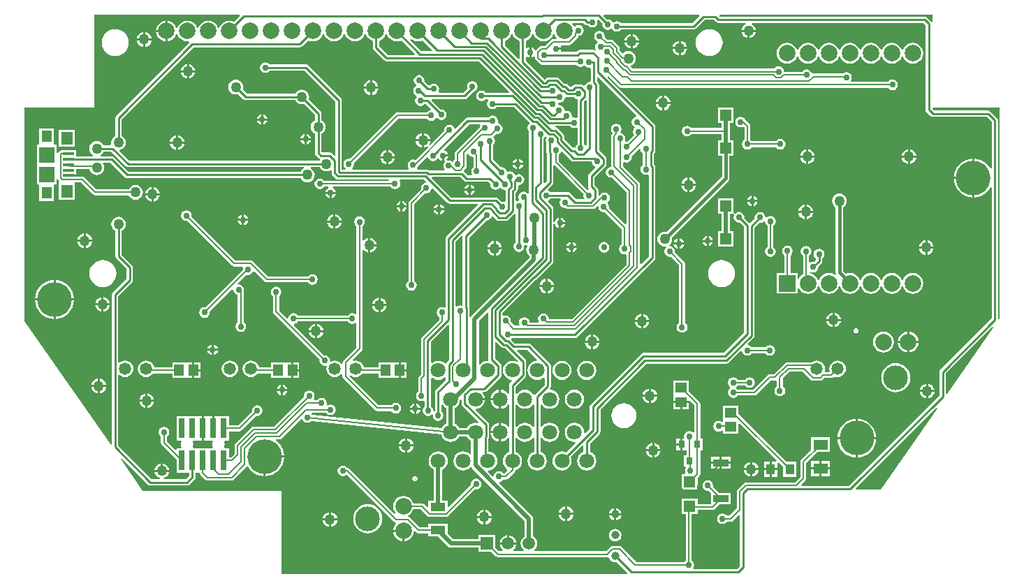
<source format=gbr>
%TF.GenerationSoftware,Altium Limited,Altium Designer,18.1.9 (240)*%
G04 Layer_Physical_Order=1*
G04 Layer_Color=255*
%FSLAX26Y26*%
%MOIN*%
%TF.FileFunction,Copper,L1,Top,Signal*%
%TF.Part,Single*%
G01*
G75*
%TA.AperFunction,ConnectorPad*%
%ADD10R,0.053150X0.015748*%
%ADD11R,0.055118X0.062992*%
%ADD12R,0.051181X0.057087*%
%TA.AperFunction,SMDPad,CuDef*%
%ADD13R,0.074803X0.074803*%
%ADD14R,0.070866X0.051181*%
%ADD15R,0.053150X0.045276*%
%ADD16R,0.043307X0.051181*%
%ADD17R,0.057087X0.053150*%
%ADD18R,0.029921X0.094488*%
%ADD19R,0.045276X0.053150*%
%ADD20R,0.074803X0.035433*%
%ADD21R,0.031496X0.035433*%
%ADD22R,0.070866X0.039370*%
%TA.AperFunction,Conductor*%
%ADD23C,0.008000*%
%ADD24C,0.010000*%
%ADD25C,0.015000*%
%ADD26C,0.020000*%
%ADD27C,0.019685*%
%TA.AperFunction,NonConductor*%
%ADD28C,0.003937*%
%TA.AperFunction,ComponentPad*%
%ADD29R,0.055118X0.055118*%
%ADD30C,0.078740*%
%ADD31C,0.070866*%
%ADD32C,0.058268*%
%TA.AperFunction,ViaPad*%
%ADD33C,0.165354*%
%TA.AperFunction,ComponentPad*%
%ADD34C,0.118110*%
%ADD35R,0.078740X0.078740*%
%ADD36C,0.039370*%
%ADD37R,0.059055X0.059055*%
%ADD38C,0.059055*%
%TA.AperFunction,ViaPad*%
%ADD39C,0.030000*%
%ADD40C,0.050000*%
G36*
X1043566Y2282557D02*
X1014648Y2253639D01*
X1005211Y2257548D01*
X992323Y2259245D01*
X979435Y2257548D01*
X967425Y2252573D01*
X957112Y2244660D01*
X949198Y2234347D01*
X945570Y2225588D01*
X939076D01*
X935447Y2234347D01*
X927534Y2244660D01*
X917221Y2252573D01*
X905211Y2257548D01*
X892323Y2259245D01*
X879435Y2257548D01*
X867425Y2252573D01*
X857112Y2244660D01*
X849198Y2234347D01*
X845570Y2225588D01*
X839076D01*
X835447Y2234347D01*
X827534Y2244660D01*
X817221Y2252573D01*
X805211Y2257548D01*
X792323Y2259245D01*
X779435Y2257548D01*
X767425Y2252573D01*
X757112Y2244660D01*
X749198Y2234347D01*
X745570Y2225588D01*
X739076D01*
X735447Y2234347D01*
X727534Y2244660D01*
X717221Y2252573D01*
X705211Y2257548D01*
X697323Y2258587D01*
Y2209449D01*
Y2160311D01*
X705211Y2161349D01*
X717221Y2166324D01*
X727534Y2174238D01*
X735447Y2184551D01*
X739076Y2193310D01*
X745570D01*
X749198Y2184551D01*
X757112Y2174238D01*
X767425Y2166324D01*
X779435Y2161349D01*
X792323Y2159653D01*
X799817Y2160639D01*
X802619Y2154956D01*
X453752Y1806090D01*
X450437Y1801128D01*
X449273Y1795275D01*
Y1708950D01*
X446916Y1707974D01*
X439605Y1702364D01*
X433995Y1695053D01*
X430468Y1686538D01*
X429265Y1677402D01*
X430188Y1670389D01*
X426305Y1664388D01*
X392297D01*
X391320Y1666745D01*
X385710Y1674057D01*
X378399Y1679667D01*
X369885Y1683194D01*
X360748Y1684397D01*
X351611Y1683194D01*
X343097Y1679667D01*
X335786Y1674057D01*
X330176Y1666745D01*
X326649Y1658231D01*
X325446Y1649094D01*
X326649Y1639958D01*
X330176Y1631444D01*
X335786Y1624132D01*
X343097Y1618522D01*
X343344Y1618420D01*
X342150Y1612420D01*
X262953D01*
Y1640591D01*
X189803D01*
Y1636991D01*
X187803D01*
X182341Y1635904D01*
X177710Y1632810D01*
X174615Y1628179D01*
X174464Y1627420D01*
X168464Y1628011D01*
Y1666181D01*
X161969D01*
X156654Y1667835D01*
X156653Y1672181D01*
Y1744921D01*
X85472D01*
Y1672181D01*
X85472Y1667835D01*
X80157Y1666181D01*
X73661D01*
Y1571378D01*
Y1476890D01*
X80157D01*
X85472Y1475236D01*
X85472Y1470890D01*
Y1398150D01*
X156653D01*
Y1470890D01*
X156654Y1475236D01*
X161969Y1476890D01*
X168464D01*
Y1502215D01*
X174464Y1502806D01*
X174615Y1502047D01*
X177710Y1497416D01*
X182079Y1493047D01*
X179960Y1487047D01*
X179961D01*
Y1404055D01*
X255079D01*
Y1486206D01*
X286639D01*
X342977Y1429867D01*
X342977Y1429867D01*
X347608Y1426773D01*
X353071Y1425686D01*
X353071Y1425686D01*
X513304D01*
X514703Y1422310D01*
X520313Y1414998D01*
X527625Y1409388D01*
X536139Y1405861D01*
X545276Y1404659D01*
X554412Y1405861D01*
X562927Y1409388D01*
X570238Y1414998D01*
X575848Y1422310D01*
X579375Y1430824D01*
X580578Y1439961D01*
X579375Y1449097D01*
X575848Y1457612D01*
X570238Y1464923D01*
X562927Y1470533D01*
X554412Y1474060D01*
X545276Y1475263D01*
X536139Y1474060D01*
X527625Y1470533D01*
X520313Y1464923D01*
X514703Y1457612D01*
X513304Y1454235D01*
X358983D01*
X302645Y1510574D01*
X298014Y1513668D01*
X292551Y1514755D01*
X292551Y1514755D01*
X262953D01*
Y1515354D01*
X226378D01*
Y1525354D01*
X262953D01*
Y1551544D01*
X326181D01*
X326649Y1547989D01*
X330176Y1539475D01*
X335786Y1532164D01*
X343097Y1526554D01*
X351611Y1523027D01*
X360748Y1521824D01*
X369885Y1523027D01*
X378399Y1526554D01*
X385710Y1532164D01*
X391320Y1539475D01*
X394847Y1547989D01*
X396050Y1557126D01*
X394847Y1566263D01*
X391320Y1574777D01*
X390036Y1576451D01*
X392690Y1581832D01*
X424098D01*
X494107Y1511823D01*
X499069Y1508508D01*
X504921Y1507344D01*
X1333609D01*
X1334585Y1504987D01*
X1340195Y1497676D01*
X1347506Y1492065D01*
X1356021Y1488539D01*
X1365158Y1487336D01*
X1374294Y1488539D01*
X1382809Y1492065D01*
X1390120Y1497676D01*
X1395730Y1504987D01*
X1399257Y1513501D01*
X1400459Y1522638D01*
X1399257Y1531775D01*
X1395730Y1540289D01*
X1390120Y1547600D01*
X1382809Y1553210D01*
X1382087Y1553509D01*
X1383280Y1559509D01*
X1425144D01*
X1426120Y1557152D01*
X1431731Y1549841D01*
X1439042Y1544231D01*
X1447556Y1540704D01*
X1456693Y1539501D01*
X1465830Y1540704D01*
X1474344Y1544231D01*
X1476018Y1545515D01*
X1481399Y1542861D01*
Y1531519D01*
X1482563Y1525666D01*
X1485879Y1520705D01*
X1501415Y1505168D01*
X1506376Y1501853D01*
X1512229Y1500689D01*
X1752912D01*
X1756311Y1494689D01*
X1756251Y1494589D01*
X1445726D01*
X1443221Y1498339D01*
X1434951Y1503864D01*
X1425197Y1505805D01*
X1415442Y1503864D01*
X1407173Y1498339D01*
X1401647Y1490070D01*
X1399707Y1480315D01*
X1401647Y1470561D01*
X1407173Y1462291D01*
X1415442Y1456765D01*
X1425197Y1454825D01*
X1434951Y1456765D01*
X1443221Y1462291D01*
X1445726Y1466041D01*
X1464723D01*
X1465683Y1463067D01*
X1465721Y1460041D01*
X1458225Y1455032D01*
X1452699Y1446762D01*
X1451753Y1442008D01*
X1500744D01*
X1499798Y1446762D01*
X1494273Y1455032D01*
X1486776Y1460041D01*
X1486814Y1463067D01*
X1487774Y1466041D01*
X1762935D01*
X1765441Y1462291D01*
X1773710Y1456765D01*
X1783465Y1454825D01*
X1793219Y1456765D01*
X1801489Y1462291D01*
X1807014Y1470561D01*
X1808954Y1480315D01*
X1807014Y1490070D01*
X1803928Y1494689D01*
X1807135Y1500689D01*
X1922076D01*
X1931572Y1491193D01*
X1929597Y1484683D01*
X1923316Y1483433D01*
X1915047Y1477908D01*
X1909521Y1469638D01*
X1907581Y1459884D01*
X1908461Y1455461D01*
X1852111Y1399111D01*
X1849017Y1394480D01*
X1847930Y1389018D01*
X1847930Y1389017D01*
Y1016592D01*
X1844181Y1014087D01*
X1838655Y1005817D01*
X1836715Y996063D01*
X1838655Y986308D01*
X1844181Y978039D01*
X1852450Y972514D01*
X1862205Y970573D01*
X1871959Y972514D01*
X1880229Y978039D01*
X1885754Y986308D01*
X1887695Y996063D01*
X1885754Y1005817D01*
X1880229Y1014087D01*
X1876479Y1016592D01*
Y1383105D01*
X1928648Y1435274D01*
X1933071Y1434394D01*
X1942825Y1436334D01*
X1951095Y1441860D01*
X1956620Y1450129D01*
X1957870Y1456410D01*
X1964380Y1458385D01*
X2032936Y1389829D01*
X2037898Y1386513D01*
X2043751Y1385349D01*
X2177761D01*
X2180057Y1379806D01*
X2028784Y1228533D01*
X2025469Y1223571D01*
X2024304Y1217719D01*
Y891595D01*
X2019013Y888766D01*
X2017629Y889691D01*
X2007874Y891631D01*
X1998120Y889691D01*
X1989850Y884166D01*
X1984324Y875896D01*
X1982384Y866142D01*
X1984324Y856387D01*
X1989850Y848118D01*
X1993600Y845612D01*
Y828938D01*
X1912395Y747734D01*
X1909301Y743103D01*
X1908214Y737640D01*
X1908214Y737640D01*
Y570133D01*
X1899355Y561274D01*
X1896261Y556644D01*
X1895174Y551181D01*
X1895175Y551181D01*
Y489033D01*
X1891425Y486528D01*
X1885899Y478258D01*
X1883959Y468504D01*
X1885899Y458749D01*
X1891425Y450480D01*
X1899694Y444954D01*
X1909449Y443014D01*
X1918194Y444754D01*
X1924194Y441632D01*
Y416513D01*
X1922921Y415662D01*
X1917395Y407392D01*
X1915455Y397638D01*
X1917395Y387883D01*
X1922921Y379614D01*
X1931190Y374088D01*
X1940945Y372148D01*
X1950699Y374088D01*
X1958969Y379614D01*
X1959622Y380591D01*
X1965274Y378250D01*
X1964431Y374016D01*
X1966372Y364261D01*
X1971897Y355992D01*
X1980167Y350466D01*
X1989921Y348526D01*
X1999676Y350466D01*
X2007945Y355992D01*
X2013471Y364261D01*
X2015411Y374016D01*
X2013471Y383770D01*
X2007945Y392040D01*
X2005215Y393864D01*
Y424708D01*
X2011215Y426745D01*
X2016573Y419762D01*
X2026064Y412480D01*
X2028585Y411436D01*
Y335415D01*
X2026064Y334371D01*
X2016573Y327088D01*
X2009291Y317598D01*
X2007525Y313334D01*
X1389114Y377459D01*
X1386440Y381938D01*
X1389238Y387300D01*
X1455849D01*
X1458354Y383551D01*
X1466623Y378025D01*
X1476378Y376085D01*
X1486132Y378025D01*
X1494402Y383551D01*
X1499928Y391820D01*
X1501868Y401575D01*
X1499928Y411329D01*
X1494402Y419599D01*
X1486132Y425124D01*
X1476378Y427065D01*
X1466623Y425124D01*
X1462557Y422407D01*
X1457157Y426015D01*
X1458561Y433071D01*
X1456620Y442825D01*
X1451095Y451095D01*
X1442825Y456620D01*
X1433071Y458561D01*
X1423316Y456620D01*
X1415047Y451095D01*
X1412541Y447345D01*
X1397161D01*
X1393954Y453345D01*
X1397565Y458749D01*
X1399505Y468504D01*
X1397565Y478258D01*
X1392040Y486528D01*
X1383770Y492053D01*
X1374016Y493994D01*
X1364261Y492053D01*
X1355992Y486528D01*
X1350466Y478258D01*
X1348526Y468504D01*
X1349406Y464081D01*
X1206426Y321101D01*
X1108314D01*
X1102852Y320014D01*
X1098221Y316920D01*
X1098221Y316920D01*
X1022843Y241543D01*
X1019749Y236912D01*
X1018663Y231449D01*
X1018663Y231449D01*
Y192107D01*
X1000279Y173723D01*
X991102D01*
Y216693D01*
X970354D01*
X967669Y222693D01*
X970063Y228471D01*
X971083Y236220D01*
X970063Y243970D01*
X967669Y249748D01*
X970354Y255748D01*
X991102D01*
Y298718D01*
X1041338D01*
X1041339Y298718D01*
X1046801Y299804D01*
X1051432Y302899D01*
X1121561Y373028D01*
X1125984Y372148D01*
X1135739Y374088D01*
X1144008Y379614D01*
X1149534Y387883D01*
X1151474Y397638D01*
X1149534Y407392D01*
X1144008Y415662D01*
X1135739Y421187D01*
X1125984Y423128D01*
X1116230Y421187D01*
X1107960Y415662D01*
X1102435Y407392D01*
X1100495Y397638D01*
X1101374Y393215D01*
X1035426Y327266D01*
X991102D01*
Y370236D01*
X941181D01*
Y370236D01*
X941102D01*
Y370236D01*
X921142D01*
Y312992D01*
X911142D01*
Y370236D01*
X897102D01*
X891181Y370236D01*
X885181Y370236D01*
X871142D01*
Y312992D01*
Y255748D01*
X885181D01*
X891102Y255748D01*
X897102Y255748D01*
X911929D01*
X914614Y249748D01*
X912221Y243970D01*
X911201Y236220D01*
X912221Y228471D01*
X914614Y222693D01*
X911930Y216693D01*
X891181D01*
Y216693D01*
X891102D01*
Y216693D01*
X841181D01*
Y216693D01*
X841102D01*
Y216693D01*
X820354D01*
X817669Y222693D01*
X820063Y228471D01*
X821083Y236220D01*
X820063Y243970D01*
X817669Y249748D01*
X820354Y255748D01*
X841102Y255748D01*
X847102Y255748D01*
X861142D01*
Y312992D01*
Y370236D01*
X847102D01*
X841181Y370236D01*
X835181Y370236D01*
X791181D01*
Y370236D01*
X791102D01*
Y370236D01*
X741181D01*
Y255748D01*
X761929D01*
X764614Y249748D01*
X762221Y243970D01*
X761201Y236220D01*
X762221Y228471D01*
X764614Y222693D01*
X761930Y216693D01*
X741181D01*
Y212436D01*
X735638Y210140D01*
X695377Y250401D01*
Y274746D01*
X699126Y277252D01*
X704652Y285521D01*
X706592Y295276D01*
X704652Y305030D01*
X699126Y313300D01*
X690857Y318825D01*
X681102Y320765D01*
X671348Y318825D01*
X663078Y313300D01*
X657553Y305030D01*
X655613Y295276D01*
X657553Y285521D01*
X663078Y277252D01*
X666828Y274746D01*
Y244489D01*
X666828Y244488D01*
X667915Y239026D01*
X671009Y234395D01*
X741181Y164222D01*
Y102205D01*
X791102D01*
Y102204D01*
X791181D01*
Y102205D01*
X800848D01*
Y86256D01*
X785004Y70412D01*
X681316D01*
X680146Y76137D01*
X688660Y79664D01*
X695971Y85274D01*
X701581Y92585D01*
X705108Y101099D01*
X705653Y105236D01*
X636365D01*
X636910Y101099D01*
X640437Y92585D01*
X646047Y85274D01*
X653358Y79664D01*
X661872Y76137D01*
X660702Y70412D01*
X622083D01*
X463483Y229012D01*
Y566317D01*
X469483Y568370D01*
X476249Y563179D01*
X485768Y559236D01*
X495984Y557891D01*
X506200Y559236D01*
X515720Y563179D01*
X523895Y569452D01*
X530168Y577626D01*
X534111Y587146D01*
X535456Y597362D01*
X534111Y607578D01*
X530168Y617098D01*
X523895Y625273D01*
X515720Y631545D01*
X506200Y635489D01*
X495984Y636834D01*
X485768Y635489D01*
X476249Y631545D01*
X469483Y626354D01*
X463483Y628408D01*
Y945791D01*
X528137Y1010446D01*
X531453Y1015407D01*
X532617Y1021260D01*
Y1080802D01*
X531453Y1086654D01*
X528137Y1091616D01*
X479861Y1139892D01*
Y1255971D01*
X482218Y1256947D01*
X489529Y1262557D01*
X495139Y1269869D01*
X498666Y1278383D01*
X499869Y1287520D01*
X498666Y1296657D01*
X495139Y1305171D01*
X489529Y1312482D01*
X482218Y1318092D01*
X473704Y1321619D01*
X464567Y1322822D01*
X455430Y1321619D01*
X446916Y1318092D01*
X439605Y1312482D01*
X433995Y1305171D01*
X430468Y1296657D01*
X429265Y1287520D01*
X430468Y1278383D01*
X433995Y1269869D01*
X439605Y1262557D01*
X446916Y1256947D01*
X449273Y1255971D01*
Y1133557D01*
X450437Y1127705D01*
X453752Y1122743D01*
X502029Y1074466D01*
Y1027595D01*
X437375Y962940D01*
X434059Y957979D01*
X432895Y952126D01*
Y235435D01*
X427172Y233633D01*
X15000Y823466D01*
X15000Y1845000D01*
X349700Y1845000D01*
X349700Y2288100D01*
X1041270Y2288100D01*
X1043566Y2282557D01*
D02*
G37*
G36*
X4349200Y2254219D02*
X4343200Y2252399D01*
X4341523Y2254909D01*
X4321838Y2274594D01*
X4316876Y2277909D01*
X4311024Y2279073D01*
X3333678D01*
X3331083Y2282322D01*
X3333637Y2288100D01*
X4349200Y2288100D01*
Y2254219D01*
D02*
G37*
G36*
X3236347Y2282557D02*
X3201368Y2247577D01*
X2862368D01*
X2860544Y2250307D01*
X2852274Y2255833D01*
X2842520Y2257773D01*
X2832765Y2255833D01*
X2827593Y2252377D01*
X2824065Y2250645D01*
X2819904Y2253906D01*
X2817048Y2258182D01*
X2808778Y2263707D01*
X2799023Y2265647D01*
X2795961Y2265038D01*
X2778442Y2282557D01*
X2780738Y2288100D01*
X3234051D01*
X3236347Y2282557D01*
D02*
G37*
G36*
X3315656Y2252965D02*
X3320618Y2249650D01*
X3326471Y2248486D01*
X3456009D01*
X3457202Y2242486D01*
X3454199Y2241242D01*
X3446888Y2235632D01*
X3441278Y2228320D01*
X3437751Y2219806D01*
X3437207Y2215669D01*
X3506494D01*
X3505950Y2219806D01*
X3502423Y2228320D01*
X3496813Y2235632D01*
X3489501Y2241242D01*
X3486498Y2242486D01*
X3487692Y2248486D01*
X4304689D01*
X4315415Y2237760D01*
Y1834646D01*
X4316579Y1828793D01*
X4319894Y1823831D01*
X4339579Y1804146D01*
X4344541Y1800831D01*
X4350394Y1799667D01*
X4607838D01*
X4630375Y1777130D01*
Y1554310D01*
X4624375Y1552807D01*
X4620738Y1559612D01*
X4609157Y1573724D01*
X4595045Y1585305D01*
X4578945Y1593911D01*
X4561475Y1599210D01*
X4548307Y1600507D01*
Y1507874D01*
Y1415241D01*
X4561475Y1416538D01*
X4578945Y1421837D01*
X4595045Y1430443D01*
X4609157Y1442024D01*
X4620738Y1456136D01*
X4624375Y1462941D01*
X4630375Y1461438D01*
Y837044D01*
X4386764Y593433D01*
X4383449Y588471D01*
X4382285Y582618D01*
Y470843D01*
X3950358Y38916D01*
X3724423D01*
X3722126Y44459D01*
X3742377Y64710D01*
X3742377Y64710D01*
X3745471Y69341D01*
X3746558Y74803D01*
X3746558Y74804D01*
Y147631D01*
X3798573Y199646D01*
X3859409D01*
Y270827D01*
X3768543D01*
Y209990D01*
X3722190Y163637D01*
X3719096Y159006D01*
X3718009Y153543D01*
X3718009Y153543D01*
Y80716D01*
X3692190Y54896D01*
X3457526D01*
X3457525Y54896D01*
X3452063Y53810D01*
X3447432Y50715D01*
X3417788Y21072D01*
X3414694Y16441D01*
X3413608Y10979D01*
X3413608Y10978D01*
Y-70142D01*
X3379914Y-103836D01*
X3366986D01*
X3364481Y-100086D01*
X3356211Y-94561D01*
X3346457Y-92620D01*
X3336702Y-94561D01*
X3328433Y-100086D01*
X3322907Y-108356D01*
X3320967Y-118110D01*
X3322907Y-127865D01*
X3328433Y-136134D01*
X3336702Y-141660D01*
X3346457Y-143600D01*
X3356211Y-141660D01*
X3364481Y-136134D01*
X3366986Y-132385D01*
X3385826D01*
X3385827Y-132385D01*
X3391289Y-131298D01*
X3395920Y-128204D01*
X3424045Y-100079D01*
X3429588Y-102375D01*
Y-344059D01*
X3414925Y-358722D01*
X3208866D01*
X3205659Y-352722D01*
X3208589Y-348337D01*
X3210529Y-338583D01*
X3208589Y-328828D01*
X3203063Y-320559D01*
X3199314Y-318053D01*
Y-94646D01*
X3227520D01*
Y-76282D01*
X3299212D01*
X3299213Y-76282D01*
X3304675Y-75195D01*
X3309306Y-72101D01*
X3331053Y-50354D01*
X3385984D01*
Y5079D01*
X3331053D01*
X3300996Y35136D01*
X3301876Y39559D01*
X3299935Y49313D01*
X3294410Y57583D01*
X3286140Y63108D01*
X3276386Y65049D01*
X3266631Y63108D01*
X3258362Y57583D01*
X3252836Y49313D01*
X3250896Y39559D01*
X3252836Y29805D01*
X3258362Y21535D01*
X3266631Y16009D01*
X3276386Y14069D01*
X3280809Y14949D01*
X3291181Y4577D01*
Y-47733D01*
X3227520D01*
Y-21496D01*
X3150433D01*
Y-94646D01*
X3170765D01*
Y-318053D01*
X3167015Y-320559D01*
X3164510Y-324308D01*
X2935046D01*
X2863810Y-253072D01*
X2859179Y-249978D01*
X2853716Y-248891D01*
X2853716Y-248891D01*
X2820693D01*
X2820693Y-248891D01*
X2815230Y-249978D01*
X2810599Y-253072D01*
X2790544Y-273127D01*
X2449524D01*
X2447487Y-267127D01*
X2451026Y-264412D01*
X2457362Y-256155D01*
X2461345Y-246539D01*
X2462703Y-236220D01*
X2461345Y-225902D01*
X2457362Y-216286D01*
X2451026Y-208029D01*
X2443227Y-202044D01*
Y-119685D01*
X2441674Y-111881D01*
X2437254Y-105266D01*
X2280682Y51306D01*
X2282662Y57811D01*
X2289282Y59128D01*
X2297552Y64653D01*
X2300057Y68403D01*
X2311023D01*
X2311024Y68403D01*
X2316486Y69490D01*
X2321117Y72584D01*
X2354345Y105812D01*
X2354345Y105812D01*
X2357440Y110443D01*
X2358032Y113421D01*
X2367164Y117204D01*
X2376655Y124487D01*
X2383938Y133977D01*
X2388516Y145029D01*
X2390077Y156890D01*
X2388516Y168750D01*
X2383938Y179802D01*
X2376655Y189293D01*
X2367164Y196575D01*
X2359546Y199731D01*
Y267228D01*
X2365546Y269265D01*
X2370904Y262282D01*
X2380395Y255000D01*
X2391447Y250422D01*
X2403307Y248860D01*
X2415168Y250422D01*
X2426220Y255000D01*
X2435710Y262282D01*
X2441068Y269265D01*
X2447068Y267228D01*
Y199731D01*
X2439450Y196575D01*
X2429959Y189293D01*
X2422677Y179802D01*
X2418099Y168750D01*
X2416537Y156890D01*
X2418099Y145029D01*
X2422677Y133977D01*
X2429959Y124487D01*
X2439450Y117204D01*
X2450502Y112626D01*
X2462362Y111065D01*
X2474223Y112626D01*
X2485275Y117204D01*
X2494765Y124487D01*
X2502048Y133977D01*
X2506626Y145029D01*
X2508187Y156890D01*
X2506626Y168750D01*
X2502048Y179802D01*
X2494765Y189293D01*
X2485275Y196575D01*
X2477656Y199731D01*
Y267228D01*
X2483656Y269265D01*
X2489014Y262282D01*
X2498505Y255000D01*
X2509557Y250422D01*
X2521417Y248860D01*
X2533278Y250422D01*
X2544330Y255000D01*
X2553820Y262282D01*
X2561103Y271773D01*
X2565681Y282825D01*
X2567242Y294685D01*
X2565681Y306546D01*
X2561103Y317598D01*
X2553820Y327088D01*
X2544330Y334371D01*
X2533278Y338949D01*
X2521417Y340510D01*
X2509557Y338949D01*
X2498505Y334371D01*
X2489014Y327088D01*
X2483656Y320106D01*
X2477656Y322142D01*
Y424708D01*
X2483656Y426745D01*
X2489014Y419762D01*
X2498505Y412480D01*
X2509557Y407902D01*
X2521417Y406340D01*
X2533278Y407902D01*
X2544330Y412480D01*
X2553820Y419762D01*
X2561103Y429253D01*
X2565681Y440305D01*
X2567242Y452165D01*
X2565681Y464026D01*
X2561103Y475078D01*
X2553820Y484569D01*
X2544330Y491851D01*
X2533278Y496429D01*
X2525496Y497453D01*
X2523346Y503788D01*
X2523610Y504052D01*
X2526925Y509014D01*
X2528089Y514866D01*
Y610851D01*
X2526925Y616703D01*
X2523610Y621665D01*
X2431264Y714011D01*
X2426302Y717326D01*
X2420450Y718490D01*
X2355200D01*
X2338896Y734795D01*
X2339484Y740766D01*
X2341060Y741818D01*
X2342884Y744549D01*
X2641732D01*
X2647585Y745713D01*
X2652547Y749028D01*
X3021129Y1117611D01*
X3024445Y1122573D01*
X3025609Y1128425D01*
Y1561639D01*
X3024445Y1567492D01*
X3021130Y1572453D01*
X3019231Y1574352D01*
Y1623319D01*
X3021130Y1625218D01*
X3024445Y1630180D01*
X3025609Y1636032D01*
Y1753465D01*
X3024445Y1759317D01*
X3021129Y1764279D01*
X2797500Y1987908D01*
X2799340Y1994554D01*
X2800043Y1994730D01*
X2852111Y1942662D01*
X2856742Y1939568D01*
X2862205Y1938482D01*
X2862205Y1938482D01*
X4136951D01*
X4139456Y1934732D01*
X4147726Y1929206D01*
X4157480Y1927266D01*
X4167235Y1929206D01*
X4175504Y1934732D01*
X4181030Y1943001D01*
X4182970Y1952756D01*
X4181030Y1962510D01*
X4175504Y1970780D01*
X4167235Y1976305D01*
X4157480Y1978246D01*
X4147726Y1976305D01*
X4139456Y1970780D01*
X4136951Y1967030D01*
X3960153D01*
X3956946Y1973030D01*
X3960557Y1978435D01*
X3962498Y1988189D01*
X3960557Y1997944D01*
X3955032Y2006213D01*
X3946762Y2011738D01*
X3937008Y2013679D01*
X3927253Y2011738D01*
X3919264Y2006400D01*
X3780414D01*
X3780414Y2006400D01*
X3778588Y2006037D01*
X3771718Y2009820D01*
X3771581Y2010510D01*
X3766055Y2018780D01*
X3757786Y2024305D01*
X3748032Y2026246D01*
X3738277Y2024305D01*
X3730008Y2018780D01*
X3726997Y2014274D01*
X3645488D01*
X3639663Y2015748D01*
X3638807Y2020052D01*
X3637723Y2025503D01*
X3632197Y2033772D01*
X3623928Y2039297D01*
X3614173Y2041238D01*
X3604419Y2039297D01*
X3596149Y2033772D01*
X3593644Y2030022D01*
X2918304D01*
X2909032Y2039295D01*
X2910451Y2046361D01*
X2915289Y2048365D01*
X2922600Y2053975D01*
X2928210Y2061286D01*
X2931737Y2069800D01*
X2932940Y2078937D01*
X2931737Y2088074D01*
X2928210Y2096588D01*
X2922600Y2103899D01*
X2915289Y2109509D01*
X2906775Y2113036D01*
X2897638Y2114239D01*
X2888501Y2113036D01*
X2879987Y2109509D01*
X2872676Y2103899D01*
X2867400Y2103554D01*
X2855343Y2115610D01*
Y2128082D01*
X2855344Y2128082D01*
X2854257Y2133545D01*
X2851163Y2138176D01*
X2851162Y2138176D01*
X2824802Y2164536D01*
X2820171Y2167630D01*
X2814709Y2168717D01*
X2814708Y2168717D01*
X2796352D01*
X2784452Y2180616D01*
X2785332Y2185039D01*
X2783392Y2194794D01*
X2777867Y2203063D01*
X2769597Y2208589D01*
X2759843Y2210529D01*
X2750088Y2208589D01*
X2741818Y2203063D01*
X2736293Y2194794D01*
X2734353Y2185039D01*
X2736293Y2175285D01*
X2741818Y2167015D01*
X2750088Y2161490D01*
X2750775Y2155236D01*
X2745750Y2151878D01*
X2740224Y2143608D01*
X2738284Y2133854D01*
X2740224Y2124099D01*
X2742114Y2121272D01*
X2737788Y2116946D01*
X2734814Y2118933D01*
X2728962Y2120097D01*
X2664739D01*
X2658886Y2118933D01*
X2653925Y2115617D01*
X2648089Y2109782D01*
X2578191D01*
X2577354Y2111349D01*
X2575609Y2115782D01*
X2576385Y2119685D01*
X2551890D01*
Y2129685D01*
X2576385D01*
X2575439Y2134439D01*
X2574054Y2136513D01*
X2576882Y2141804D01*
X2614429D01*
X2614429Y2141804D01*
X2619892Y2142891D01*
X2624523Y2145985D01*
X2655786Y2177249D01*
X2655786Y2177249D01*
X2658881Y2181880D01*
X2659944Y2187227D01*
X2669105Y2189049D01*
X2677374Y2194574D01*
X2682900Y2202844D01*
X2684840Y2212598D01*
X2682900Y2222353D01*
X2677374Y2230622D01*
X2669105Y2236148D01*
X2659351Y2238088D01*
X2649596Y2236148D01*
X2643017Y2231752D01*
X2636098Y2232776D01*
X2635448Y2234347D01*
X2629021Y2242722D01*
X2631585Y2248722D01*
X2682405D01*
X2689973Y2241154D01*
X2694935Y2237839D01*
X2700787Y2236675D01*
X2704561D01*
X2706385Y2233945D01*
X2714655Y2228419D01*
X2724409Y2226479D01*
X2734164Y2228419D01*
X2742433Y2233945D01*
X2747959Y2242214D01*
X2749899Y2251968D01*
X2748065Y2261191D01*
X2748336Y2261533D01*
X2754881Y2262860D01*
X2774206Y2243536D01*
X2773534Y2240157D01*
X2775474Y2230403D01*
X2780999Y2222133D01*
X2789269Y2216608D01*
X2799023Y2214668D01*
X2808778Y2216608D01*
X2813950Y2220064D01*
X2817478Y2221796D01*
X2821639Y2218535D01*
X2824496Y2214260D01*
X2832765Y2208734D01*
X2842520Y2206794D01*
X2852274Y2208734D01*
X2860544Y2214260D01*
X2862368Y2216990D01*
X3207702D01*
X3213555Y2218154D01*
X3218517Y2221469D01*
X3260534Y2263486D01*
X3305136D01*
X3315656Y2252965D01*
D02*
G37*
G36*
X2549198Y2184551D02*
X2555337Y2176550D01*
X2552412Y2170550D01*
X2538166D01*
X2538165Y2170550D01*
X2532703Y2169463D01*
X2528072Y2166369D01*
X2528072Y2166369D01*
X2499465Y2137762D01*
X2482795D01*
X2482795Y2137763D01*
X2477332Y2136676D01*
X2472701Y2133582D01*
X2472701Y2133581D01*
X2457811Y2118691D01*
X2451295Y2118979D01*
X2450410Y2119456D01*
X2447158Y2124323D01*
X2438888Y2129849D01*
X2434134Y2130794D01*
Y2106299D01*
Y2081804D01*
X2438888Y2082750D01*
X2445532Y2087189D01*
X2451532Y2084845D01*
Y2082477D01*
X2451532Y2082476D01*
X2452619Y2077014D01*
X2455713Y2072383D01*
X2475201Y2052895D01*
X2475201Y2052894D01*
X2479832Y2049800D01*
X2485295Y2048714D01*
X2648756D01*
X2651262Y2044964D01*
X2659532Y2039438D01*
X2669286Y2037498D01*
X2679041Y2039438D01*
X2684674Y2043203D01*
X2691262Y2043039D01*
X2699531Y2037514D01*
X2709286Y2035573D01*
X2712352Y2036183D01*
X2716990Y2032377D01*
Y1970039D01*
X2712598Y1966435D01*
X2702844Y1964494D01*
X2694574Y1958969D01*
X2689049Y1950699D01*
X2688836Y1949631D01*
X2683095Y1947890D01*
X2680721Y1950263D01*
X2675759Y1953579D01*
X2669907Y1954743D01*
X2645054D01*
X2639201Y1953579D01*
X2634240Y1950263D01*
X2626719Y1942743D01*
X2618405D01*
X2607136Y1954011D01*
X2602175Y1957327D01*
X2596322Y1958491D01*
X2591650D01*
X2566130Y1984011D01*
X2561168Y1987327D01*
X2555315Y1988491D01*
X2515551D01*
X2509698Y1987327D01*
X2504736Y1984011D01*
X2497285Y1976560D01*
X2407577Y2066268D01*
Y2083584D01*
X2413577Y2086626D01*
X2419379Y2082750D01*
X2424134Y2081804D01*
Y2106299D01*
Y2130794D01*
X2419379Y2129849D01*
X2413577Y2125972D01*
X2407577Y2129014D01*
Y2162330D01*
X2417221Y2166324D01*
X2427534Y2174238D01*
X2435448Y2184551D01*
X2439076Y2193310D01*
X2445570D01*
X2449198Y2184551D01*
X2457112Y2174238D01*
X2467425Y2166324D01*
X2479435Y2161349D01*
X2492323Y2159653D01*
X2505211Y2161349D01*
X2517221Y2166324D01*
X2527534Y2174238D01*
X2535448Y2184551D01*
X2539076Y2193310D01*
X2545570D01*
X2549198Y2184551D01*
D02*
G37*
G36*
X1449198D02*
X1457112Y2174238D01*
X1467425Y2166324D01*
X1479435Y2161349D01*
X1492323Y2159653D01*
X1505211Y2161349D01*
X1517221Y2166324D01*
X1527534Y2174238D01*
X1535447Y2184551D01*
X1539076Y2193310D01*
X1545570D01*
X1549198Y2184551D01*
X1557112Y2174238D01*
X1567425Y2166324D01*
X1579435Y2161349D01*
X1592323Y2159653D01*
X1605211Y2161349D01*
X1617221Y2166324D01*
X1627534Y2174238D01*
X1635447Y2184551D01*
X1639076Y2193310D01*
X1645570D01*
X1649198Y2184551D01*
X1657112Y2174238D01*
X1667425Y2166324D01*
X1676990Y2162362D01*
Y2131535D01*
X1678154Y2125683D01*
X1681469Y2120721D01*
X1732611Y2069579D01*
X1737572Y2066264D01*
X1743425Y2065100D01*
X2183775D01*
X2328431Y1920443D01*
X2326135Y1914900D01*
X2216699D01*
X2214874Y1917630D01*
X2206605Y1923156D01*
X2196850Y1925096D01*
X2187096Y1923156D01*
X2178826Y1917630D01*
X2173301Y1909361D01*
X2171361Y1899606D01*
X2173301Y1889852D01*
X2178826Y1881582D01*
X2187096Y1876057D01*
X2196850Y1874116D01*
X2206605Y1876057D01*
X2214874Y1881582D01*
X2216699Y1884312D01*
X2226141D01*
X2228727Y1878312D01*
X2224482Y1871959D01*
X2222542Y1862205D01*
X2224482Y1852450D01*
X2230008Y1844181D01*
X2238277Y1838655D01*
X2248032Y1836715D01*
X2257786Y1838655D01*
X2266055Y1844181D01*
X2267880Y1846911D01*
X2351052D01*
X2424954Y1773009D01*
X2424366Y1767037D01*
X2424250Y1766960D01*
X2418725Y1758690D01*
X2416785Y1748936D01*
X2418725Y1739181D01*
X2422638Y1733325D01*
Y1435696D01*
X2416638Y1433876D01*
X2415657Y1435344D01*
X2407387Y1440870D01*
X2397633Y1442810D01*
X2387878Y1440870D01*
X2379609Y1435344D01*
X2374084Y1427074D01*
X2372143Y1417320D01*
X2374084Y1407565D01*
X2375593Y1405306D01*
X2375057Y1403340D01*
X2372461Y1399194D01*
X2365305Y1397771D01*
X2359305Y1400921D01*
Y1439087D01*
X2365896Y1445678D01*
X2369212Y1450640D01*
X2370376Y1456493D01*
Y1471774D01*
X2375014Y1475580D01*
X2375399Y1475504D01*
X2385153Y1477444D01*
X2393423Y1482969D01*
X2398948Y1491239D01*
X2400889Y1500993D01*
X2398948Y1510748D01*
X2393423Y1519017D01*
X2385153Y1524543D01*
X2375399Y1526483D01*
X2365644Y1524543D01*
X2361948Y1522073D01*
X2355368Y1524395D01*
X2349843Y1532664D01*
X2341573Y1538190D01*
X2331819Y1540130D01*
X2322064Y1538190D01*
X2315687Y1541145D01*
X2314883Y1545185D01*
X2309358Y1553454D01*
X2301088Y1558979D01*
X2291334Y1560920D01*
X2288114Y1560279D01*
X2250632Y1597761D01*
Y1665191D01*
X2253362Y1667015D01*
X2258887Y1675285D01*
X2260828Y1685039D01*
X2258887Y1694794D01*
X2253362Y1703063D01*
X2253123Y1705487D01*
X2267514Y1719878D01*
X2271937Y1718998D01*
X2281691Y1720939D01*
X2289961Y1726464D01*
X2295486Y1734734D01*
X2297427Y1744488D01*
X2295486Y1754243D01*
X2289961Y1762512D01*
X2281691Y1768038D01*
X2277977Y1768777D01*
X2273720Y1775741D01*
X2274710Y1780716D01*
X2272770Y1790471D01*
X2267244Y1798740D01*
X2258975Y1804266D01*
X2249220Y1806206D01*
X2239466Y1804266D01*
X2231196Y1798740D01*
X2229372Y1796010D01*
X2132037D01*
X2126184Y1794846D01*
X2124548Y1793753D01*
X2124069Y1793657D01*
X2119107Y1790342D01*
X2072665Y1743900D01*
X2067618Y1745431D01*
X2066615Y1746336D01*
X2061331Y1754245D01*
X2053062Y1759770D01*
X2043307Y1761710D01*
X2033553Y1759770D01*
X2025283Y1754245D01*
X2019758Y1745975D01*
X2017817Y1736220D01*
X2018697Y1731797D01*
X1949839Y1662939D01*
X1945318Y1666903D01*
X1947895Y1670262D01*
X1951422Y1678777D01*
X1951966Y1682913D01*
X1922323D01*
Y1653270D01*
X1926460Y1653814D01*
X1934974Y1657341D01*
X1938333Y1659918D01*
X1942297Y1655398D01*
X1880641Y1593741D01*
X1879632Y1594416D01*
X1869878Y1596356D01*
X1860123Y1594416D01*
X1851854Y1588890D01*
X1846328Y1580621D01*
X1844388Y1570866D01*
X1846328Y1561112D01*
X1850227Y1555277D01*
X1847212Y1549277D01*
X1580588D01*
X1578767Y1555277D01*
X1581016Y1556779D01*
X1586542Y1565049D01*
X1588482Y1574803D01*
X1587602Y1579226D01*
X1800204Y1791828D01*
X1936163D01*
X1938669Y1788078D01*
X1946938Y1782553D01*
X1956693Y1780612D01*
X1966447Y1782553D01*
X1974717Y1788078D01*
X1978351Y1793517D01*
X1985385Y1793789D01*
X1985913Y1793000D01*
X1994182Y1787474D01*
X2003937Y1785534D01*
X2013691Y1787474D01*
X2021961Y1793000D01*
X2027486Y1801269D01*
X2029427Y1811024D01*
X2027486Y1820778D01*
X2021961Y1829048D01*
X2013691Y1834573D01*
X2003937Y1836513D01*
X2000717Y1835873D01*
X1957820Y1878769D01*
X1960117Y1884312D01*
X2116142D01*
X2121994Y1885476D01*
X2126956Y1888792D01*
X2159290Y1921126D01*
X2163101Y1921884D01*
X2171370Y1927409D01*
X2176896Y1935679D01*
X2178836Y1945433D01*
X2176896Y1955188D01*
X2171370Y1963457D01*
X2163101Y1968983D01*
X2153347Y1970923D01*
X2143592Y1968983D01*
X2135323Y1963457D01*
X2129797Y1955188D01*
X2127857Y1945433D01*
X2129797Y1935679D01*
X2130113Y1935206D01*
X2109807Y1914900D01*
X1993646D01*
X1990439Y1920900D01*
X1992053Y1923316D01*
X1993994Y1933071D01*
X1992053Y1942825D01*
X1986528Y1951095D01*
X1978258Y1956620D01*
X1968504Y1958561D01*
X1958749Y1956620D01*
X1950480Y1951095D01*
X1943528Y1950998D01*
X1923550Y1970976D01*
X1924190Y1974197D01*
X1922250Y1983951D01*
X1916725Y1992221D01*
X1908455Y1997746D01*
X1898701Y1999687D01*
X1888946Y1997746D01*
X1880677Y1992221D01*
X1875151Y1983951D01*
X1873211Y1974197D01*
X1875151Y1964442D01*
X1880677Y1956173D01*
X1884038Y1953927D01*
X1883699Y1946937D01*
X1878138Y1943221D01*
X1872613Y1934951D01*
X1870672Y1925197D01*
X1872613Y1915442D01*
X1878138Y1907173D01*
X1885791Y1902059D01*
X1886736Y1898673D01*
X1887098Y1895393D01*
X1881962Y1887707D01*
X1880022Y1877953D01*
X1881962Y1868198D01*
X1887488Y1859929D01*
X1895757Y1854403D01*
X1905512Y1852463D01*
X1915266Y1854403D01*
X1923536Y1859929D01*
X1924936Y1862024D01*
X1930956Y1862376D01*
X1955938Y1837394D01*
X1953825Y1831022D01*
X1946938Y1829652D01*
X1938669Y1824126D01*
X1936163Y1820377D01*
X1794292D01*
X1794291Y1820377D01*
X1788829Y1819290D01*
X1784198Y1816196D01*
X1784198Y1816196D01*
X1567415Y1599413D01*
X1562992Y1600293D01*
X1553238Y1598353D01*
X1544968Y1592827D01*
X1539443Y1584558D01*
X1537502Y1574803D01*
X1539443Y1565049D01*
X1544968Y1556779D01*
X1547217Y1555277D01*
X1545397Y1549277D01*
X1529987D01*
Y1879008D01*
X1528823Y1884861D01*
X1525507Y1889822D01*
X1369082Y2046247D01*
X1364120Y2049563D01*
X1358268Y2050727D01*
X1185203D01*
X1183378Y2053457D01*
X1175109Y2058983D01*
X1165354Y2060923D01*
X1155600Y2058983D01*
X1147330Y2053457D01*
X1141805Y2045188D01*
X1139864Y2035433D01*
X1141805Y2025679D01*
X1147330Y2017409D01*
X1155600Y2011884D01*
X1165354Y2009943D01*
X1175109Y2011884D01*
X1183378Y2017409D01*
X1185203Y2020139D01*
X1351933D01*
X1499399Y1872673D01*
Y1618134D01*
X1493856Y1615838D01*
X1484076Y1625618D01*
X1479114Y1628933D01*
X1473261Y1630097D01*
X1434839D01*
X1432617Y1632319D01*
Y1720420D01*
X1434974Y1721396D01*
X1442285Y1727006D01*
X1447895Y1734318D01*
X1451422Y1742832D01*
X1452625Y1751968D01*
X1451422Y1761105D01*
X1447895Y1769620D01*
X1442285Y1776931D01*
X1434974Y1782541D01*
X1432617Y1783517D01*
Y1815945D01*
X1431453Y1821798D01*
X1428137Y1826759D01*
X1371705Y1883191D01*
X1372682Y1885548D01*
X1373885Y1894685D01*
X1372682Y1903822D01*
X1369155Y1912336D01*
X1363545Y1919647D01*
X1356234Y1925257D01*
X1347719Y1928784D01*
X1338583Y1929987D01*
X1329446Y1928784D01*
X1320932Y1925257D01*
X1313620Y1919647D01*
X1308010Y1912336D01*
X1307034Y1909979D01*
X1077201D01*
X1056745Y1930435D01*
X1057721Y1932792D01*
X1058924Y1941929D01*
X1057721Y1951066D01*
X1054194Y1959580D01*
X1048584Y1966891D01*
X1041273Y1972502D01*
X1032759Y1976028D01*
X1023622Y1977231D01*
X1014485Y1976028D01*
X1005971Y1972502D01*
X998660Y1966891D01*
X993050Y1959580D01*
X989523Y1951066D01*
X988320Y1941929D01*
X989523Y1932792D01*
X993050Y1924278D01*
X998660Y1916967D01*
X1005971Y1911357D01*
X1014485Y1907830D01*
X1023622Y1906627D01*
X1032759Y1907830D01*
X1035116Y1908806D01*
X1060052Y1883871D01*
X1065013Y1880555D01*
X1070866Y1879391D01*
X1307034D01*
X1308010Y1877034D01*
X1313620Y1869723D01*
X1320932Y1864113D01*
X1329446Y1860586D01*
X1338583Y1859383D01*
X1347719Y1860586D01*
X1350077Y1861562D01*
X1402029Y1809610D01*
Y1783517D01*
X1399672Y1782541D01*
X1392361Y1776931D01*
X1386750Y1769620D01*
X1383224Y1761105D01*
X1382021Y1751968D01*
X1383224Y1742832D01*
X1386750Y1734318D01*
X1392361Y1727006D01*
X1399672Y1721396D01*
X1402029Y1720420D01*
Y1625984D01*
X1403193Y1620132D01*
X1406508Y1615170D01*
X1417690Y1603989D01*
X1422651Y1600673D01*
X1423634Y1600478D01*
X1425888Y1594901D01*
X1422820Y1590097D01*
X516932D01*
X469683Y1637345D01*
X471612Y1643027D01*
X473704Y1643303D01*
X482218Y1646829D01*
X489529Y1652439D01*
X495139Y1659751D01*
X498666Y1668265D01*
X499869Y1677402D01*
X498666Y1686538D01*
X495139Y1695053D01*
X489529Y1702364D01*
X482218Y1707974D01*
X479861Y1708950D01*
Y1788941D01*
X822870Y2131950D01*
X1329882D01*
X1335735Y2133114D01*
X1340696Y2136430D01*
X1369663Y2165397D01*
X1379435Y2161349D01*
X1392323Y2159653D01*
X1405211Y2161349D01*
X1417221Y2166324D01*
X1427534Y2174238D01*
X1435447Y2184551D01*
X1439076Y2193310D01*
X1445570D01*
X1449198Y2184551D01*
D02*
G37*
G36*
X1867425Y2166324D02*
X1879435Y2161349D01*
X1892323Y2159653D01*
X1905211Y2161349D01*
X1914927Y2165374D01*
X1961069Y2119231D01*
X1958773Y2113688D01*
X1909870D01*
X1856130Y2167428D01*
X1860095Y2171949D01*
X1867425Y2166324D01*
D02*
G37*
G36*
X1749198Y2184551D02*
X1757112Y2174238D01*
X1767425Y2166324D01*
X1779435Y2161349D01*
X1792323Y2159653D01*
X1805211Y2161349D01*
X1814927Y2165374D01*
X1879070Y2101231D01*
X1876773Y2095688D01*
X1749760D01*
X1707577Y2137870D01*
Y2162330D01*
X1717221Y2166324D01*
X1727534Y2174238D01*
X1735447Y2184551D01*
X1739076Y2193310D01*
X1745570D01*
X1749198Y2184551D01*
D02*
G37*
G36*
X2349198D02*
X2357112Y2174238D01*
X2367425Y2166324D01*
X2376990Y2162362D01*
Y2079240D01*
X2371446Y2076944D01*
X2307577Y2140812D01*
Y2162330D01*
X2317221Y2166324D01*
X2327534Y2174238D01*
X2335448Y2184551D01*
X2339076Y2193310D01*
X2345570D01*
X2349198Y2184551D01*
D02*
G37*
G36*
X2604614Y1894155D02*
X2637632D01*
X2639456Y1891425D01*
X2647726Y1885899D01*
X2655111Y1884430D01*
X2653997Y1878833D01*
Y1797259D01*
X2648706Y1794431D01*
X2647550Y1795203D01*
X2637795Y1797143D01*
X2632568Y1796103D01*
X2627465Y1801206D01*
X2627852Y1803150D01*
X2625912Y1812904D01*
X2620386Y1821174D01*
X2612117Y1826699D01*
X2602362Y1828639D01*
X2597950Y1827762D01*
X2592419Y1830709D01*
X2590479Y1840463D01*
X2584953Y1848733D01*
X2576684Y1854258D01*
X2566929Y1856198D01*
X2562064Y1860648D01*
X2562091Y1864686D01*
X2566695Y1868743D01*
X2569370Y1868211D01*
X2579124Y1870151D01*
X2587394Y1875677D01*
X2592919Y1883946D01*
X2594335Y1891061D01*
X2595508Y1892189D01*
X2599741Y1894720D01*
X2600733Y1894927D01*
X2604614Y1894155D01*
D02*
G37*
G36*
X2935566Y1806585D02*
X2933591Y1800074D01*
X2928895Y1799140D01*
X2920626Y1793615D01*
X2915100Y1785345D01*
X2913160Y1775591D01*
X2915100Y1765836D01*
X2920626Y1757567D01*
X2926720Y1753495D01*
X2927347Y1746697D01*
X2926858Y1746370D01*
X2921332Y1738101D01*
X2919392Y1728347D01*
X2921332Y1718592D01*
X2924604Y1713696D01*
X2892998Y1682090D01*
X2888575Y1682970D01*
X2885198Y1682298D01*
X2882709Y1685276D01*
X2881296Y1687640D01*
X2883128Y1696850D01*
X2881187Y1706605D01*
X2875662Y1714874D01*
X2867392Y1720400D01*
X2862990Y1721276D01*
X2860228Y1727943D01*
X2863187Y1732371D01*
X2865128Y1742126D01*
X2863187Y1751880D01*
X2857662Y1760150D01*
X2849392Y1765675D01*
X2839638Y1767616D01*
X2829883Y1765675D01*
X2821614Y1760150D01*
X2816088Y1751880D01*
X2814148Y1742126D01*
X2816088Y1732371D01*
X2821614Y1724102D01*
X2821800Y1722212D01*
X2818544Y1718956D01*
X2815450Y1714325D01*
X2814363Y1708862D01*
X2814363Y1708862D01*
Y1563814D01*
X2814363Y1563814D01*
X2812044Y1560343D01*
X2805206Y1558983D01*
X2796937Y1553457D01*
X2791411Y1545188D01*
X2789471Y1535433D01*
X2791411Y1525679D01*
X2796937Y1517409D01*
X2805206Y1511884D01*
X2814961Y1509943D01*
X2819384Y1510823D01*
X2887985Y1442221D01*
Y1289647D01*
X2882442Y1287351D01*
X2804138Y1365656D01*
X2805017Y1370079D01*
X2803077Y1379833D01*
X2798747Y1386314D01*
X2799077Y1393750D01*
X2801489Y1395362D01*
X2807014Y1403631D01*
X2808954Y1413386D01*
X2807014Y1423140D01*
X2801489Y1431410D01*
X2793219Y1436935D01*
X2783465Y1438876D01*
X2773710Y1436935D01*
X2765441Y1431410D01*
X2761832Y1426009D01*
X2759955Y1424755D01*
X2754101Y1427273D01*
X2753955Y1427413D01*
Y1449370D01*
X2752791Y1455223D01*
X2749476Y1460185D01*
X2735766Y1473894D01*
Y1510294D01*
X2788846Y1563373D01*
X2792161Y1568335D01*
X2793325Y1574188D01*
Y1599041D01*
X2792161Y1604893D01*
X2788846Y1609855D01*
X2757892Y1640809D01*
Y1953371D01*
X2756728Y1959224D01*
X2753413Y1964186D01*
X2747577Y1970021D01*
Y1986734D01*
X2753121Y1989030D01*
X2935566Y1806585D01*
D02*
G37*
G36*
X2697305Y1877378D02*
Y1664465D01*
X2691305Y1662644D01*
X2687315Y1668615D01*
X2684585Y1670439D01*
Y1872498D01*
X2691761Y1879675D01*
X2697305Y1877378D01*
D02*
G37*
G36*
X2619771Y1753630D02*
X2628041Y1748104D01*
X2637795Y1746164D01*
X2647550Y1748104D01*
X2648706Y1748876D01*
X2653997Y1746048D01*
Y1670439D01*
X2651267Y1668615D01*
X2645742Y1660345D01*
X2644178Y1652486D01*
X2639291Y1653458D01*
X2631712D01*
X2590853Y1694317D01*
Y1707370D01*
X2589689Y1713223D01*
X2586374Y1718185D01*
X2558256Y1746303D01*
X2553294Y1749618D01*
X2549565Y1750360D01*
X2550156Y1756360D01*
X2617947D01*
X2619771Y1753630D01*
D02*
G37*
G36*
X2190616Y1760131D02*
X2189049Y1757786D01*
X2187321Y1749100D01*
X2072584Y1634363D01*
X2069490Y1629732D01*
X2068403Y1624269D01*
X2068403Y1624269D01*
Y1595333D01*
X2064653Y1592827D01*
X2061852Y1588635D01*
X2057763Y1585258D01*
X2054164Y1587106D01*
X2049120Y1590476D01*
X2039366Y1592416D01*
X2031541Y1590859D01*
X2029200Y1596511D01*
X2030820Y1597593D01*
X2036345Y1605863D01*
X2037291Y1610618D01*
X2017796D01*
Y1591122D01*
X2020621Y1591684D01*
X2022962Y1586032D01*
X2021342Y1584950D01*
X2015816Y1576680D01*
X2013876Y1566926D01*
X2015816Y1557171D01*
X2020543Y1550097D01*
X2018555Y1544097D01*
X1947381D01*
X1946681Y1544797D01*
X1941719Y1548112D01*
X1935867Y1549277D01*
X1892543D01*
X1889528Y1555277D01*
X1893427Y1561112D01*
X1894679Y1567405D01*
X1934970Y1607697D01*
X1940712Y1605955D01*
X1941017Y1604419D01*
X1946543Y1596149D01*
X1954812Y1590624D01*
X1964567Y1588683D01*
X1974321Y1590624D01*
X1982591Y1596149D01*
X1985556Y1600586D01*
X1992772D01*
X1994772Y1597593D01*
X2003041Y1592068D01*
X2007796Y1591122D01*
Y1615618D01*
X2012796D01*
Y1620618D01*
X2037291D01*
X2036345Y1625372D01*
X2030820Y1633641D01*
X2022550Y1639167D01*
X2019316Y1639810D01*
X2017574Y1645552D01*
X2137445Y1765422D01*
X2187787D01*
X2190616Y1760131D01*
D02*
G37*
G36*
X2955395Y1645595D02*
X2956765Y1638704D01*
X2962291Y1630435D01*
X2966041Y1627929D01*
Y1569742D01*
X2962291Y1567237D01*
X2956765Y1558967D01*
X2954825Y1549213D01*
X2956765Y1539458D01*
X2962291Y1531189D01*
X2970561Y1525663D01*
X2980315Y1523723D01*
X2989021Y1525455D01*
X2995021Y1522305D01*
Y1134760D01*
X2958770Y1098509D01*
X2953227Y1100806D01*
Y1476126D01*
X2953227Y1476126D01*
X2952140Y1481589D01*
X2949046Y1486219D01*
X2949046Y1486220D01*
X2871912Y1563354D01*
Y1582149D01*
X2877204Y1584977D01*
X2878820Y1583897D01*
X2888575Y1581957D01*
X2898329Y1583897D01*
X2906599Y1589423D01*
X2912124Y1597692D01*
X2914064Y1607447D01*
X2913185Y1611870D01*
X2949024Y1647709D01*
X2955395Y1645595D01*
D02*
G37*
G36*
X499783Y1563989D02*
X504744Y1560673D01*
X510597Y1559509D01*
X1347035D01*
X1348228Y1553509D01*
X1347506Y1553210D01*
X1340195Y1547600D01*
X1334585Y1540289D01*
X1333609Y1537932D01*
X511256D01*
X441248Y1607940D01*
X436286Y1611256D01*
X430433Y1612420D01*
X379346D01*
X378152Y1618420D01*
X378399Y1618522D01*
X385710Y1624132D01*
X391320Y1631444D01*
X392297Y1633801D01*
X429971D01*
X499783Y1563989D01*
D02*
G37*
G36*
X2135602Y1621602D02*
X2139456Y1615834D01*
X2147726Y1610309D01*
X2157480Y1608369D01*
X2158954Y1607159D01*
Y1559900D01*
X2155204Y1557394D01*
X2149679Y1549125D01*
X2147738Y1539370D01*
X2149679Y1529616D01*
X2151430Y1526995D01*
X2148223Y1520995D01*
X2131168D01*
X2112545Y1539618D01*
X2112200Y1543127D01*
X2121770Y1552697D01*
X2121771Y1552697D01*
X2124865Y1557328D01*
X2125952Y1562791D01*
X2125952Y1562792D01*
Y1621293D01*
X2128044Y1622943D01*
X2129002Y1623132D01*
X2135602Y1621602D01*
D02*
G37*
G36*
X2507581Y1703360D02*
X2506586Y1701098D01*
X2504010Y1697243D01*
X2502069Y1687488D01*
X2504010Y1677734D01*
X2506638Y1673800D01*
Y1629306D01*
X2507802Y1623453D01*
X2508328Y1622666D01*
Y1493645D01*
X2498034Y1483351D01*
X2494278Y1484603D01*
X2492297Y1486099D01*
Y1698065D01*
X2495027Y1699889D01*
X2498456Y1705021D01*
X2505333Y1705877D01*
X2507581Y1703360D01*
D02*
G37*
G36*
X2624680Y1591776D02*
X2629642Y1588461D01*
X2635495Y1587297D01*
X2721981D01*
X2722542Y1586614D01*
X2724482Y1576860D01*
X2730008Y1568590D01*
X2737388Y1563659D01*
X2739404Y1557189D01*
X2709658Y1527443D01*
X2706343Y1522481D01*
X2705178Y1516629D01*
Y1467559D01*
X2706343Y1461706D01*
X2708178Y1458960D01*
X2706083Y1453212D01*
X2705401Y1452538D01*
X2702048Y1451997D01*
X2566206Y1587839D01*
Y1621203D01*
X2569956Y1623708D01*
X2575481Y1631978D01*
X2575733Y1633241D01*
X2581474Y1634982D01*
X2624680Y1591776D01*
D02*
G37*
G36*
X2684051Y1429620D02*
X2683172Y1425197D01*
X2685112Y1415442D01*
X2687021Y1412585D01*
X2684192Y1407294D01*
X2648454D01*
X2619739Y1436008D01*
X2614777Y1439324D01*
X2608925Y1440488D01*
X2523780D01*
X2521956Y1443218D01*
X2514575Y1448150D01*
X2512560Y1454620D01*
X2534436Y1476496D01*
X2537752Y1481458D01*
X2538916Y1487310D01*
Y1566270D01*
X2544916Y1568755D01*
X2684051Y1429620D01*
D02*
G37*
G36*
X2114019Y1494886D02*
X2118981Y1491571D01*
X2124833Y1490407D01*
X2228122D01*
X2238930Y1479598D01*
X2238290Y1476378D01*
X2240230Y1466623D01*
X2245756Y1458354D01*
X2254025Y1452829D01*
X2263780Y1450888D01*
X2273534Y1452829D01*
X2281803Y1458354D01*
X2282430Y1459291D01*
X2288430D01*
X2289058Y1458351D01*
X2297327Y1452825D01*
X2307082Y1450885D01*
X2310717Y1447902D01*
Y1396724D01*
X2305771Y1393649D01*
X2304717Y1393690D01*
X2295276Y1395569D01*
X2292055Y1394928D01*
X2275526Y1411457D01*
X2270564Y1414773D01*
X2264711Y1415937D01*
X2050086D01*
X1958056Y1507966D01*
X1960353Y1513509D01*
X2095396D01*
X2114019Y1494886D01*
D02*
G37*
G36*
X2358717Y1335524D02*
Y1200955D01*
X2355987Y1199131D01*
X2350461Y1190862D01*
X2348521Y1181107D01*
X2350461Y1171353D01*
X2355987Y1163083D01*
X2364256Y1157558D01*
X2374011Y1155617D01*
X2383765Y1157558D01*
X2392035Y1163083D01*
X2397561Y1171353D01*
X2399501Y1181107D01*
X2399115Y1183046D01*
X2404218Y1188149D01*
X2409449Y1187109D01*
X2410853Y1187388D01*
X2413837Y1181864D01*
X2410783Y1174491D01*
X2409580Y1165354D01*
X2410783Y1156217D01*
X2414309Y1147703D01*
X2419920Y1140392D01*
X2424490Y1136885D01*
Y1125691D01*
X2149045Y850246D01*
X2145336Y844694D01*
X2140243Y845338D01*
X2139336Y845692D01*
Y886442D01*
X2138171Y892295D01*
X2137341Y893538D01*
Y1225950D01*
X2217248Y1305857D01*
X2220468Y1305216D01*
X2230222Y1307157D01*
X2238492Y1312682D01*
X2244017Y1320951D01*
X2244580Y1323780D01*
X2250322Y1325522D01*
X2268369Y1307474D01*
X2273331Y1304159D01*
X2279184Y1302995D01*
X2311367D01*
X2317220Y1304159D01*
X2322182Y1307474D01*
X2352717Y1338009D01*
X2358717Y1335524D01*
D02*
G37*
G36*
X2573867Y1403900D02*
X2570939Y1399518D01*
X2568998Y1389764D01*
X2570939Y1380009D01*
X2576464Y1371740D01*
X2584734Y1366214D01*
X2594488Y1364274D01*
X2598911Y1365154D01*
X2599158Y1364907D01*
X2599159Y1364907D01*
X2603789Y1361812D01*
X2609252Y1360726D01*
X2609253Y1360726D01*
X2729753D01*
X2729753Y1360726D01*
X2735216Y1361812D01*
X2739847Y1364907D01*
X2748641Y1373701D01*
X2754170Y1370745D01*
X2754038Y1370079D01*
X2755978Y1360324D01*
X2761504Y1352055D01*
X2769773Y1346529D01*
X2779528Y1344589D01*
X2783951Y1345469D01*
X2863678Y1265741D01*
Y1189821D01*
X2859929Y1187315D01*
X2854403Y1179046D01*
X2852463Y1169291D01*
X2854403Y1159537D01*
X2859929Y1151267D01*
X2868198Y1145742D01*
X2877953Y1143802D01*
X2881985Y1144604D01*
X2887985Y1139679D01*
Y1095579D01*
X2627334Y834928D01*
X2518825D01*
X2517616Y836402D01*
X2515675Y846156D01*
X2510150Y854426D01*
X2501881Y859951D01*
X2492126Y861891D01*
X2482372Y859951D01*
X2474102Y854426D01*
X2468577Y846156D01*
X2466636Y836402D01*
X2468577Y826647D01*
X2470199Y824219D01*
X2467370Y818928D01*
X2425794D01*
X2423860Y828652D01*
X2418334Y836922D01*
X2410064Y842447D01*
X2400310Y844387D01*
X2390555Y842447D01*
X2382286Y836922D01*
X2376760Y828652D01*
X2374820Y818898D01*
X2376760Y809143D01*
X2377378Y808219D01*
X2374549Y802928D01*
X2355054D01*
X2335633Y822349D01*
X2336513Y826772D01*
X2334573Y836526D01*
X2329048Y844796D01*
X2320778Y850321D01*
X2311023Y852261D01*
X2302318Y850530D01*
X2296317Y853679D01*
Y863612D01*
X2453844Y1021139D01*
X2454672Y1021303D01*
X2459633Y1024619D01*
X2535633Y1100619D01*
X2538949Y1105580D01*
X2540113Y1111433D01*
Y1285452D01*
X2541717Y1290787D01*
X2541718Y1290787D01*
Y1290787D01*
X2546113Y1291220D01*
X2546231Y1290627D01*
X2547540Y1284047D01*
X2553065Y1275778D01*
X2561335Y1270252D01*
X2566089Y1269307D01*
Y1293802D01*
Y1318297D01*
X2561335Y1317351D01*
X2553065Y1311826D01*
X2547540Y1303556D01*
X2546231Y1296977D01*
X2546113Y1296384D01*
X2541718Y1296816D01*
Y1296816D01*
X2541717Y1296816D01*
X2540113Y1302152D01*
Y1361881D01*
X2538949Y1367734D01*
X2535633Y1372695D01*
X2512560Y1395768D01*
X2514575Y1402238D01*
X2521956Y1407170D01*
X2523780Y1409900D01*
X2570659D01*
X2573867Y1403900D01*
D02*
G37*
G36*
X2106753Y1229304D02*
Y902256D01*
X2100753Y898170D01*
X2094042Y899505D01*
X2084287Y897565D01*
X2078892Y893960D01*
X2072892Y897168D01*
Y1203928D01*
X2100753Y1231789D01*
X2106753Y1229304D01*
D02*
G37*
G36*
X4670000Y1845200D02*
Y838874D01*
X4666846Y835783D01*
X4660963Y837765D01*
Y1783465D01*
X4659799Y1789317D01*
X4656484Y1794279D01*
X4624988Y1825775D01*
X4620026Y1829090D01*
X4614173Y1830255D01*
X4356729D01*
X4349628Y1837355D01*
X4350964Y1844469D01*
X4352003Y1845200D01*
X4670000Y1845200D01*
D02*
G37*
G36*
X2292339Y701028D02*
X2297301Y697713D01*
X2303153Y696549D01*
X2308428D01*
X2370480Y634497D01*
X2367164Y629646D01*
X2356112Y634224D01*
X2344252Y635786D01*
X2332392Y634224D01*
X2321340Y629646D01*
X2311849Y622364D01*
X2304566Y612873D01*
X2299988Y601821D01*
X2298427Y589961D01*
X2299988Y578100D01*
X2304566Y567048D01*
X2311849Y557558D01*
X2321340Y550275D01*
X2332392Y545697D01*
X2340173Y544673D01*
X2342323Y538338D01*
X2333438Y529452D01*
X2330122Y524490D01*
X2328958Y518638D01*
Y479623D01*
X2322958Y477586D01*
X2317600Y484569D01*
X2308109Y491851D01*
X2297057Y496429D01*
X2290197Y497332D01*
Y452165D01*
Y406999D01*
X2297057Y407902D01*
X2308109Y412480D01*
X2317600Y419762D01*
X2322958Y426745D01*
X2328958Y424708D01*
Y322142D01*
X2322958Y320106D01*
X2317600Y327088D01*
X2308109Y334371D01*
X2297057Y338949D01*
X2290197Y339852D01*
Y294685D01*
Y249518D01*
X2297057Y250422D01*
X2308109Y255000D01*
X2317600Y262282D01*
X2322958Y269265D01*
X2328958Y267228D01*
Y199731D01*
X2321340Y196575D01*
X2311849Y189293D01*
X2304566Y179802D01*
X2299988Y168750D01*
X2298427Y156890D01*
X2299988Y145029D01*
X2304566Y133977D01*
X2311849Y124487D01*
X2318815Y119141D01*
X2319987Y111828D01*
X2305610Y97450D01*
X2299473Y97826D01*
X2297552Y100701D01*
X2289282Y106227D01*
X2279528Y108167D01*
X2269773Y106227D01*
X2261504Y100701D01*
X2255978Y92432D01*
X2254661Y85812D01*
X2248156Y83832D01*
X2226852Y105135D01*
X2229028Y111445D01*
X2238002Y112626D01*
X2249054Y117204D01*
X2258545Y124487D01*
X2265827Y133977D01*
X2270405Y145029D01*
X2271967Y156890D01*
X2270405Y168750D01*
X2265827Y179802D01*
X2258545Y189293D01*
X2249054Y196575D01*
X2238002Y201153D01*
X2229282Y202301D01*
Y264399D01*
X2231649Y267942D01*
X2232814Y273795D01*
Y330409D01*
X2231649Y336262D01*
X2228334Y341224D01*
X2169015Y400543D01*
X2171166Y406877D01*
X2178947Y407902D01*
X2189999Y412480D01*
X2199490Y419762D01*
X2206772Y429253D01*
X2211350Y440305D01*
X2212253Y447165D01*
X2167087D01*
Y457165D01*
X2212253D01*
X2211350Y464026D01*
X2206772Y475078D01*
X2201994Y481305D01*
X2204953Y487305D01*
X2210103D01*
X2215955Y488469D01*
X2220917Y491784D01*
X2287389Y558256D01*
X2290705Y563218D01*
X2291869Y569071D01*
Y610851D01*
X2290705Y616703D01*
X2287389Y621665D01*
X2260317Y648737D01*
Y725210D01*
X2265861Y727506D01*
X2292339Y701028D01*
D02*
G37*
G36*
X2042304Y803947D02*
Y639813D01*
X2030784Y628293D01*
X2028249Y624499D01*
X2025378Y623464D01*
X2023984Y623223D01*
X2021313Y623140D01*
X2012834Y629646D01*
X2001782Y634224D01*
X1989921Y635786D01*
X1978061Y634224D01*
X1967009Y629646D01*
X1960782Y624869D01*
X1954782Y627827D01*
Y724264D01*
X2036761Y806243D01*
X2042304Y803947D01*
D02*
G37*
G36*
X2229730Y865414D02*
Y642402D01*
X2229941Y641337D01*
X2227253Y637410D01*
X2224959Y635630D01*
X2214281Y634224D01*
X2203229Y629646D01*
X2193739Y622364D01*
X2189856Y617304D01*
X2183856Y619341D01*
Y827380D01*
X2224186Y867710D01*
X2229730Y865414D01*
D02*
G37*
G36*
X2026304Y553365D02*
Y543996D01*
X1979107Y496799D01*
X1975792Y491837D01*
X1974627Y485984D01*
Y395519D01*
X1971710Y393404D01*
X1966284Y396880D01*
X1966435Y397638D01*
X1964494Y407392D01*
X1958969Y415662D01*
X1954782Y418459D01*
Y552094D01*
X1960782Y555053D01*
X1967009Y550275D01*
X1978061Y545697D01*
X1989921Y544136D01*
X2001782Y545697D01*
X2012834Y550275D01*
X2020304Y556008D01*
X2026304Y553365D01*
D02*
G37*
G36*
X4639080Y794005D02*
X4418599Y476265D01*
X4412873Y478058D01*
Y576283D01*
X4634457Y797868D01*
X4639080Y794005D01*
D02*
G37*
G36*
X2460434Y641584D02*
X2458283Y635249D01*
X2450502Y634224D01*
X2439450Y629646D01*
X2429959Y622364D01*
X2422677Y612873D01*
X2418099Y601821D01*
X2416537Y589961D01*
X2418099Y578100D01*
X2422677Y567048D01*
X2429959Y557558D01*
X2439450Y550275D01*
X2450502Y545697D01*
X2462362Y544136D01*
X2474223Y545697D01*
X2485275Y550275D01*
X2491501Y555053D01*
X2497501Y552094D01*
Y521201D01*
X2451548Y475248D01*
X2450232Y473279D01*
X2443462Y473946D01*
X2442993Y475078D01*
X2435710Y484569D01*
X2426220Y491851D01*
X2415168Y496429D01*
X2403307Y497990D01*
X2391447Y496429D01*
X2380395Y491851D01*
X2370904Y484569D01*
X2365546Y477586D01*
X2359546Y479623D01*
Y512303D01*
X2405499Y558256D01*
X2408815Y563218D01*
X2409979Y569071D01*
Y631921D01*
X2408815Y637774D01*
X2405500Y642735D01*
X2365876Y682359D01*
X2368172Y687902D01*
X2414115D01*
X2460434Y641584D01*
D02*
G37*
G36*
X2101360Y447649D02*
Y431275D01*
X2102524Y425423D01*
X2105839Y420461D01*
X2182207Y344092D01*
X2179048Y339107D01*
X2178854Y338961D01*
X2167087Y340510D01*
X2155226Y338949D01*
X2144174Y334371D01*
X2134683Y327088D01*
X2127401Y317598D01*
X2126357Y315077D01*
X2089706D01*
X2088662Y317598D01*
X2081380Y327088D01*
X2071889Y334371D01*
X2069368Y335415D01*
Y411436D01*
X2071889Y412480D01*
X2081380Y419762D01*
X2088662Y429253D01*
X2093240Y440305D01*
X2094510Y449953D01*
X2095360Y450606D01*
X2101360Y447649D01*
D02*
G37*
G36*
X2370904Y419762D02*
X2380395Y412480D01*
X2391447Y407902D01*
X2403307Y406340D01*
X2415168Y407902D01*
X2426220Y412480D01*
X2435710Y419762D01*
X2441068Y426745D01*
X2447068Y424708D01*
Y322142D01*
X2441068Y320106D01*
X2435710Y327088D01*
X2426220Y334371D01*
X2415168Y338949D01*
X2403307Y340510D01*
X2391447Y338949D01*
X2380395Y334371D01*
X2370904Y327088D01*
X2365546Y320106D01*
X2359546Y322142D01*
Y424708D01*
X2365546Y426745D01*
X2370904Y419762D01*
D02*
G37*
G36*
X1341696Y357333D02*
X1342002Y355797D01*
X1347527Y347527D01*
X1355797Y342002D01*
X1365551Y340061D01*
X1375306Y342002D01*
X1383575Y347527D01*
X1384703Y349214D01*
X2004433Y284953D01*
X2004713Y282825D01*
X2009291Y271773D01*
X2016573Y262282D01*
X2026064Y255000D01*
X2037116Y250422D01*
X2048976Y248860D01*
X2060837Y250422D01*
X2071889Y255000D01*
X2081380Y262282D01*
X2088662Y271773D01*
X2089706Y274293D01*
X2126357D01*
X2127401Y271773D01*
X2134683Y262282D01*
X2144174Y255000D01*
X2146695Y253955D01*
Y190468D01*
X2141013Y188539D01*
X2140435Y189293D01*
X2130944Y196575D01*
X2119892Y201153D01*
X2108032Y202715D01*
X2096171Y201153D01*
X2085119Y196575D01*
X2075628Y189293D01*
X2068346Y179802D01*
X2063768Y168750D01*
X2062206Y156890D01*
X2063768Y145029D01*
X2068346Y133977D01*
X2075628Y124487D01*
X2085119Y117204D01*
X2096171Y112626D01*
X2108032Y111065D01*
X2119892Y112626D01*
X2130944Y117204D01*
X2140435Y124487D01*
X2142746Y127499D01*
X2149478Y126416D01*
X2152667Y121644D01*
X2402443Y-128132D01*
Y-202044D01*
X2394643Y-208029D01*
X2388307Y-216286D01*
X2384325Y-225902D01*
X2382966Y-236220D01*
X2384325Y-246539D01*
X2388307Y-256155D01*
X2394643Y-264412D01*
X2398182Y-267127D01*
X2396145Y-273127D01*
X2349524D01*
X2347487Y-267127D01*
X2351026Y-264412D01*
X2357362Y-256155D01*
X2361345Y-246539D01*
X2362045Y-241220D01*
X2283624D01*
X2284325Y-246539D01*
X2288307Y-256155D01*
X2294643Y-264412D01*
X2298182Y-267127D01*
X2296145Y-273127D01*
X2279928D01*
X2262362Y-255561D01*
Y-196693D01*
X2183307D01*
Y-215829D01*
X2059628D01*
X2033622Y-189823D01*
Y-143543D01*
X1942756D01*
Y-158954D01*
X1901074D01*
X1855822Y-113702D01*
X1851191Y-110608D01*
X1846234Y-109621D01*
X1845918Y-109064D01*
X1846829Y-102880D01*
X1848520Y-102180D01*
X1858833Y-94266D01*
X1866747Y-83953D01*
X1871147Y-73329D01*
X1906251D01*
X1937692Y-104770D01*
X1937692Y-104771D01*
X1942323Y-107865D01*
X1947785Y-108952D01*
X1947786Y-108951D01*
X2028592D01*
X2028593Y-108952D01*
X2034055Y-107865D01*
X2038686Y-104771D01*
X2166091Y22634D01*
X2170514Y21754D01*
X2180268Y23695D01*
X2188538Y29220D01*
X2194063Y37490D01*
X2196004Y47244D01*
X2194063Y56999D01*
X2188538Y65268D01*
X2180268Y70794D01*
X2170514Y72734D01*
X2160759Y70794D01*
X2152490Y65268D01*
X2146964Y56999D01*
X2145024Y47244D01*
X2145904Y42821D01*
X2039165Y-63917D01*
X2033622Y-61621D01*
Y-33307D01*
X2008581D01*
Y115442D01*
X2012834Y117204D01*
X2022324Y124487D01*
X2029607Y133977D01*
X2034185Y145029D01*
X2035746Y156890D01*
X2034185Y168750D01*
X2029607Y179802D01*
X2022324Y189293D01*
X2012834Y196575D01*
X2001782Y201153D01*
X1989921Y202715D01*
X1978061Y201153D01*
X1967009Y196575D01*
X1957518Y189293D01*
X1950236Y179802D01*
X1945658Y168750D01*
X1944096Y156890D01*
X1945658Y145029D01*
X1950236Y133977D01*
X1957518Y124487D01*
X1967009Y117204D01*
X1967797Y116878D01*
Y-33307D01*
X1942756D01*
Y-61621D01*
X1937213Y-63917D01*
X1922257Y-48962D01*
X1917626Y-45867D01*
X1912163Y-44781D01*
X1912163Y-44781D01*
X1871147D01*
X1866747Y-34157D01*
X1858833Y-23844D01*
X1848520Y-15930D01*
X1836510Y-10956D01*
X1823622Y-9259D01*
X1810734Y-10956D01*
X1798724Y-15930D01*
X1788411Y-23844D01*
X1780497Y-34157D01*
X1775523Y-46167D01*
X1773826Y-59055D01*
X1775523Y-71943D01*
X1780497Y-83953D01*
X1785294Y-90205D01*
X1780774Y-94169D01*
X1566275Y120330D01*
X1561644Y123424D01*
X1556181Y124511D01*
X1556181Y124510D01*
X1555963D01*
X1553457Y128260D01*
X1545188Y133786D01*
X1535433Y135726D01*
X1525679Y133786D01*
X1517409Y128260D01*
X1511884Y119991D01*
X1509943Y110236D01*
X1511884Y100482D01*
X1517409Y92212D01*
X1525679Y86687D01*
X1535433Y84746D01*
X1545188Y86687D01*
X1553457Y92212D01*
X1553968Y92263D01*
X1780119Y-133888D01*
X1780119Y-133889D01*
X1784750Y-136983D01*
X1784975Y-137028D01*
X1785925Y-138389D01*
X1787163Y-143581D01*
X1780497Y-152267D01*
X1775523Y-164277D01*
X1774484Y-172165D01*
X1823622D01*
Y-177165D01*
X1828622D01*
Y-226303D01*
X1836510Y-225265D01*
X1848520Y-220290D01*
X1858833Y-212376D01*
X1866747Y-202063D01*
X1871721Y-190054D01*
X1873070Y-179809D01*
X1879247Y-177500D01*
X1885068Y-183321D01*
X1885068Y-183322D01*
X1889699Y-186416D01*
X1895162Y-187503D01*
X1895162Y-187503D01*
X1942756D01*
Y-202913D01*
X1989036D01*
X2036762Y-250640D01*
X2043378Y-255060D01*
X2051181Y-256612D01*
X2183307D01*
Y-275748D01*
X2242175D01*
X2263922Y-297495D01*
X2268553Y-300589D01*
X2274016Y-301676D01*
X2274016Y-301676D01*
X2796456D01*
X2796457Y-301676D01*
X2799216Y-301127D01*
X2805258Y-304351D01*
X2805940Y-305119D01*
X2808716Y-311821D01*
X2813474Y-318022D01*
X2819675Y-322780D01*
X2826896Y-325771D01*
X2834646Y-326792D01*
X2841991Y-325825D01*
X2892823Y-376657D01*
X2890527Y-382200D01*
X1240600D01*
X1240600Y15000D01*
X579952Y15000D01*
X473619Y167165D01*
X478217Y171020D01*
X604934Y44304D01*
X609895Y40988D01*
X615748Y39824D01*
X791339D01*
X797191Y40988D01*
X802153Y44304D01*
X826956Y69107D01*
X830271Y74069D01*
X831436Y79921D01*
Y102205D01*
X841102D01*
Y102204D01*
X841181D01*
Y102205D01*
X851899D01*
X852954Y96900D01*
X856048Y92269D01*
X879922Y68395D01*
X879922Y68395D01*
X884553Y65300D01*
X890016Y64214D01*
X1003684D01*
X1003685Y64214D01*
X1009148Y65300D01*
X1013779Y68395D01*
X1075030Y129647D01*
X1075031Y129647D01*
X1075375Y130162D01*
X1082362Y129819D01*
X1084183Y126412D01*
X1095764Y112300D01*
X1109876Y100719D01*
X1125977Y92113D01*
X1143446Y86814D01*
X1156614Y85517D01*
Y178150D01*
X1161614D01*
Y183150D01*
X1254247D01*
X1252950Y196317D01*
X1247651Y213787D01*
X1239045Y229887D01*
X1227464Y243999D01*
X1214605Y254553D01*
X1216058Y260553D01*
X1231519D01*
X1231520Y260552D01*
X1236982Y261639D01*
X1241613Y264733D01*
X1335954Y359075D01*
X1341696Y357333D01*
D02*
G37*
G36*
X4371406Y408255D02*
X4103243Y21800D01*
X3984339Y21800D01*
X3982043Y27343D01*
X4366801Y412102D01*
X4371406Y408255D01*
D02*
G37*
%LPC*%
G36*
X687323Y2258587D02*
X679435Y2257548D01*
X667425Y2252573D01*
X657112Y2244660D01*
X649198Y2234347D01*
X644223Y2222337D01*
X643185Y2214449D01*
X687323D01*
Y2258587D01*
D02*
G37*
G36*
X591409Y2203935D02*
Y2174291D01*
X621053D01*
X620509Y2178428D01*
X616982Y2186942D01*
X611372Y2194254D01*
X604060Y2199864D01*
X595546Y2203390D01*
X591409Y2203935D01*
D02*
G37*
G36*
X581409D02*
X577273Y2203390D01*
X568758Y2199864D01*
X561447Y2194254D01*
X555837Y2186942D01*
X552310Y2178428D01*
X551766Y2174291D01*
X581409D01*
Y2203935D01*
D02*
G37*
G36*
X687323Y2204449D02*
X643185D01*
X644223Y2196561D01*
X649198Y2184551D01*
X657112Y2174238D01*
X667425Y2166324D01*
X679435Y2161349D01*
X687323Y2160311D01*
Y2204449D01*
D02*
G37*
G36*
X621053Y2164291D02*
X591409D01*
Y2134648D01*
X595546Y2135192D01*
X604060Y2138719D01*
X611372Y2144329D01*
X616982Y2151640D01*
X620509Y2160155D01*
X621053Y2164291D01*
D02*
G37*
G36*
X581409D02*
X551766D01*
X552310Y2160155D01*
X555837Y2151640D01*
X561447Y2144329D01*
X568758Y2138719D01*
X577273Y2135192D01*
X581409Y2134648D01*
Y2164291D01*
D02*
G37*
G36*
X448228Y2218775D02*
X435656Y2217537D01*
X423567Y2213869D01*
X412425Y2207914D01*
X402659Y2199900D01*
X394645Y2190134D01*
X388690Y2178992D01*
X385022Y2166903D01*
X383784Y2154331D01*
X385022Y2141758D01*
X388690Y2129669D01*
X394645Y2118528D01*
X402659Y2108762D01*
X412425Y2100747D01*
X423567Y2094792D01*
X435656Y2091125D01*
X448228Y2089887D01*
X460801Y2091125D01*
X472890Y2094792D01*
X484031Y2100747D01*
X493797Y2108762D01*
X501812Y2118528D01*
X507767Y2129669D01*
X511434Y2141758D01*
X512672Y2154331D01*
X511434Y2166903D01*
X507767Y2178992D01*
X501812Y2190134D01*
X493797Y2199900D01*
X484031Y2207914D01*
X472890Y2213869D01*
X460801Y2217537D01*
X448228Y2218775D01*
D02*
G37*
G36*
X255079Y1739016D02*
X179961D01*
Y1656024D01*
X255079D01*
Y1739016D01*
D02*
G37*
G36*
X630984Y1464919D02*
Y1435276D01*
X660628D01*
X660083Y1439412D01*
X656557Y1447927D01*
X650947Y1455238D01*
X643635Y1460848D01*
X635121Y1464375D01*
X630984Y1464919D01*
D02*
G37*
G36*
X620984D02*
X616847Y1464375D01*
X608333Y1460848D01*
X601022Y1455238D01*
X595412Y1447927D01*
X591885Y1439412D01*
X591341Y1435276D01*
X620984D01*
Y1464919D01*
D02*
G37*
G36*
X1500744Y1432008D02*
X1481249D01*
Y1412513D01*
X1486003Y1413458D01*
X1494273Y1418984D01*
X1499798Y1427253D01*
X1500744Y1432008D01*
D02*
G37*
G36*
X1471249D02*
X1451753D01*
X1452699Y1427253D01*
X1458225Y1418984D01*
X1466494Y1413458D01*
X1471249Y1412513D01*
Y1432008D01*
D02*
G37*
G36*
X660628Y1425276D02*
X630984D01*
Y1395632D01*
X635121Y1396177D01*
X643635Y1399703D01*
X650947Y1405313D01*
X656557Y1412625D01*
X660083Y1421139D01*
X660628Y1425276D01*
D02*
G37*
G36*
X620984D02*
X591341D01*
X591885Y1421139D01*
X595412Y1412625D01*
X601022Y1405313D01*
X608333Y1399703D01*
X616847Y1396177D01*
X620984Y1395632D01*
Y1425276D01*
D02*
G37*
G36*
X1819961Y1397190D02*
Y1377695D01*
X1839456D01*
X1838510Y1382450D01*
X1832985Y1390719D01*
X1824715Y1396245D01*
X1819961Y1397190D01*
D02*
G37*
G36*
X1809961D02*
X1805206Y1396245D01*
X1796937Y1390719D01*
X1791411Y1382450D01*
X1790465Y1377695D01*
X1809961D01*
Y1397190D01*
D02*
G37*
G36*
X1998519Y1382763D02*
Y1363268D01*
X2018014D01*
X2017068Y1368022D01*
X2011543Y1376292D01*
X2003273Y1381817D01*
X1998519Y1382763D01*
D02*
G37*
G36*
X1988519D02*
X1983764Y1381817D01*
X1975495Y1376292D01*
X1969969Y1368022D01*
X1969024Y1363268D01*
X1988519D01*
Y1382763D01*
D02*
G37*
G36*
X1839456Y1367695D02*
X1819961D01*
Y1348200D01*
X1824715Y1349146D01*
X1832985Y1354671D01*
X1838510Y1362941D01*
X1839456Y1367695D01*
D02*
G37*
G36*
X1809961D02*
X1790465D01*
X1791411Y1362941D01*
X1796937Y1354671D01*
X1805206Y1349146D01*
X1809961Y1348200D01*
Y1367695D01*
D02*
G37*
G36*
X2018014Y1353268D02*
X1998519D01*
Y1333773D01*
X2003273Y1334718D01*
X2011543Y1340244D01*
X2017068Y1348513D01*
X2018014Y1353268D01*
D02*
G37*
G36*
X1988519D02*
X1969024D01*
X1969969Y1348513D01*
X1975495Y1340244D01*
X1983764Y1334718D01*
X1988519Y1333773D01*
Y1353268D01*
D02*
G37*
G36*
X1062721Y1332659D02*
Y1313164D01*
X1082216D01*
X1081271Y1317919D01*
X1075745Y1326188D01*
X1067476Y1331714D01*
X1062721Y1332659D01*
D02*
G37*
G36*
X1052721D02*
X1047967Y1331714D01*
X1039697Y1326188D01*
X1034172Y1317919D01*
X1033226Y1313164D01*
X1052721D01*
Y1332659D01*
D02*
G37*
G36*
X1499402Y1335350D02*
Y1305706D01*
X1529046D01*
X1528501Y1309843D01*
X1524974Y1318357D01*
X1519364Y1325668D01*
X1512053Y1331278D01*
X1503539Y1334805D01*
X1499402Y1335350D01*
D02*
G37*
G36*
X1489402D02*
X1485265Y1334805D01*
X1476751Y1331278D01*
X1469440Y1325668D01*
X1463830Y1318357D01*
X1460303Y1309843D01*
X1459758Y1305706D01*
X1489402D01*
Y1335350D01*
D02*
G37*
G36*
X1082216Y1303164D02*
X1062721D01*
Y1283669D01*
X1067476Y1284615D01*
X1075745Y1290140D01*
X1081271Y1298410D01*
X1082216Y1303164D01*
D02*
G37*
G36*
X1052721D02*
X1033226D01*
X1034172Y1298410D01*
X1039697Y1290140D01*
X1047967Y1284615D01*
X1052721Y1283669D01*
Y1303164D01*
D02*
G37*
G36*
X1529046Y1295706D02*
X1499402D01*
Y1266062D01*
X1503539Y1266607D01*
X1512053Y1270134D01*
X1519364Y1275744D01*
X1524974Y1283055D01*
X1528501Y1291569D01*
X1529046Y1295706D01*
D02*
G37*
G36*
X1489402D02*
X1459758D01*
X1460303Y1291569D01*
X1463830Y1283055D01*
X1469440Y1275744D01*
X1476751Y1270134D01*
X1485265Y1266607D01*
X1489402Y1266062D01*
Y1295706D01*
D02*
G37*
G36*
X308150Y1243305D02*
Y1213661D01*
X337793D01*
X337249Y1217798D01*
X333722Y1226312D01*
X328112Y1233624D01*
X320801Y1239234D01*
X312286Y1242761D01*
X308150Y1243305D01*
D02*
G37*
G36*
X298150D02*
X294013Y1242761D01*
X285499Y1239234D01*
X278187Y1233624D01*
X272577Y1226312D01*
X269050Y1217798D01*
X268506Y1213661D01*
X298150D01*
Y1243305D01*
D02*
G37*
G36*
X1666417Y1221752D02*
Y1192109D01*
X1696061D01*
X1695516Y1196245D01*
X1691990Y1204760D01*
X1686380Y1212071D01*
X1679068Y1217681D01*
X1670554Y1221208D01*
X1666417Y1221752D01*
D02*
G37*
G36*
X337793Y1203661D02*
X308150D01*
Y1174018D01*
X312286Y1174562D01*
X320801Y1178089D01*
X328112Y1183699D01*
X333722Y1191010D01*
X337249Y1199525D01*
X337793Y1203661D01*
D02*
G37*
G36*
X298150D02*
X268506D01*
X269050Y1199525D01*
X272577Y1191010D01*
X278187Y1183699D01*
X285499Y1178089D01*
X294013Y1174562D01*
X298150Y1174018D01*
Y1203661D01*
D02*
G37*
G36*
X1696061Y1182109D02*
X1666417D01*
Y1152465D01*
X1670554Y1153009D01*
X1679068Y1156536D01*
X1686380Y1162146D01*
X1691990Y1169458D01*
X1695516Y1177972D01*
X1696061Y1182109D01*
D02*
G37*
G36*
X1614173Y1324702D02*
X1604419Y1322762D01*
X1596149Y1317237D01*
X1590624Y1308967D01*
X1588683Y1299213D01*
X1590624Y1289458D01*
X1596149Y1281189D01*
X1599899Y1278683D01*
Y860287D01*
X1593899Y857080D01*
X1588495Y860691D01*
X1578740Y862631D01*
X1568986Y860691D01*
X1560716Y855166D01*
X1558211Y851416D01*
X1319742D01*
X1317237Y855166D01*
X1308967Y860691D01*
X1299213Y862631D01*
X1289458Y860691D01*
X1281189Y855166D01*
X1275663Y846896D01*
X1274359Y840337D01*
X1267848Y838362D01*
X1230810Y875401D01*
Y944037D01*
X1234559Y946543D01*
X1240085Y954812D01*
X1242025Y964567D01*
X1240085Y974321D01*
X1234559Y982591D01*
X1226290Y988116D01*
X1216535Y990057D01*
X1206781Y988116D01*
X1198511Y982591D01*
X1192986Y974321D01*
X1191046Y964567D01*
X1192986Y954812D01*
X1198511Y946543D01*
X1202261Y944037D01*
Y869489D01*
X1202261Y869488D01*
X1203348Y864026D01*
X1206442Y859395D01*
X1423618Y642218D01*
X1422738Y637795D01*
X1424679Y628041D01*
X1430204Y619771D01*
X1438474Y614246D01*
X1448228Y612306D01*
X1453779Y613410D01*
X1458095Y608150D01*
X1457858Y607578D01*
X1456513Y597362D01*
X1457858Y587146D01*
X1461801Y577626D01*
X1468074Y569452D01*
X1476249Y563179D01*
X1485768Y559236D01*
X1495984Y557891D01*
X1506200Y559236D01*
X1515720Y563179D01*
X1523895Y569452D01*
X1526970Y573459D01*
X1532970Y571422D01*
Y559646D01*
X1532970Y559646D01*
X1534056Y554183D01*
X1537151Y549552D01*
X1687347Y399356D01*
X1687347Y399355D01*
X1691978Y396261D01*
X1697441Y395174D01*
X1697441Y395175D01*
X1766872D01*
X1769378Y391425D01*
X1777647Y385899D01*
X1787402Y383959D01*
X1797156Y385899D01*
X1805426Y391425D01*
X1810951Y399694D01*
X1812891Y409449D01*
X1810951Y419203D01*
X1805426Y427473D01*
X1797156Y432998D01*
X1787402Y434939D01*
X1777647Y432998D01*
X1769378Y427473D01*
X1766872Y423723D01*
X1703353D01*
X1564323Y562754D01*
X1564721Y564462D01*
X1571443Y566867D01*
X1576249Y563179D01*
X1585768Y559236D01*
X1595984Y557891D01*
X1606200Y559236D01*
X1615720Y563179D01*
X1623895Y569452D01*
X1628679Y575686D01*
X1704567D01*
Y553976D01*
X1767464D01*
X1773465Y553976D01*
X1775843Y553976D01*
X1801102D01*
Y590551D01*
Y627126D01*
X1775843D01*
X1769842Y627126D01*
X1767464Y627126D01*
X1704567D01*
Y604235D01*
X1634551D01*
X1634111Y607578D01*
X1630168Y617098D01*
X1623895Y625273D01*
X1615720Y631545D01*
X1606200Y635489D01*
X1595984Y636834D01*
X1585768Y635489D01*
X1585175Y635243D01*
X1581776Y640330D01*
X1624266Y682820D01*
X1624267Y682820D01*
X1627361Y687451D01*
X1628447Y692913D01*
Y1162726D01*
X1634447Y1164763D01*
X1636455Y1162146D01*
X1643766Y1156536D01*
X1652281Y1153009D01*
X1656417Y1152465D01*
Y1187109D01*
Y1221752D01*
X1652281Y1221208D01*
X1643766Y1217681D01*
X1636455Y1212071D01*
X1634447Y1209455D01*
X1628447Y1211491D01*
Y1278683D01*
X1632197Y1281189D01*
X1637723Y1289458D01*
X1639663Y1299213D01*
X1637723Y1308967D01*
X1632197Y1317237D01*
X1623928Y1322762D01*
X1614173Y1324702D01*
D02*
G37*
G36*
X787402Y1354230D02*
X777647Y1352290D01*
X769378Y1346764D01*
X763852Y1338495D01*
X761912Y1328740D01*
X763852Y1318986D01*
X769378Y1310716D01*
X777647Y1305191D01*
X787402Y1303250D01*
X791825Y1304130D01*
X1006182Y1089773D01*
X1006182Y1089773D01*
X1010813Y1086678D01*
X1016276Y1085592D01*
X1016276Y1085592D01*
X1055783D01*
X1058923Y1079592D01*
X1057187Y1070866D01*
X1057414Y1069727D01*
X878439Y890752D01*
X874016Y891632D01*
X864261Y889691D01*
X855992Y884166D01*
X850466Y875896D01*
X848526Y866142D01*
X850466Y856387D01*
X855992Y848118D01*
X864261Y842592D01*
X874016Y840652D01*
X883770Y842592D01*
X892040Y848118D01*
X897565Y856387D01*
X899506Y866142D01*
X898626Y870565D01*
X1006620Y978559D01*
X1012149Y975603D01*
X1011912Y974409D01*
X1013852Y964655D01*
X1019378Y956385D01*
X1027647Y950860D01*
X1032970Y949801D01*
Y819742D01*
X1029220Y817237D01*
X1023695Y808967D01*
X1021754Y799213D01*
X1023695Y789458D01*
X1029220Y781189D01*
X1037490Y775663D01*
X1047244Y773723D01*
X1056999Y775663D01*
X1065268Y781189D01*
X1070794Y789458D01*
X1072734Y799213D01*
X1070794Y808967D01*
X1065268Y817237D01*
X1061518Y819742D01*
Y964566D01*
X1061518Y964567D01*
X1061226Y966037D01*
X1062891Y974409D01*
X1060951Y984164D01*
X1055426Y992433D01*
X1047156Y997959D01*
X1037402Y999899D01*
X1036208Y999662D01*
X1033252Y1005191D01*
X1074970Y1046909D01*
X1082677Y1045376D01*
X1092432Y1047317D01*
X1100701Y1052842D01*
X1105644Y1060239D01*
X1112107Y1062261D01*
X1160840Y1013529D01*
X1160840Y1013529D01*
X1165471Y1010434D01*
X1170933Y1009348D01*
X1369234D01*
X1371740Y1005598D01*
X1380009Y1000072D01*
X1389764Y998132D01*
X1399518Y1000072D01*
X1407788Y1005598D01*
X1413313Y1013867D01*
X1415254Y1023622D01*
X1413313Y1033377D01*
X1407788Y1041646D01*
X1399518Y1047171D01*
X1389764Y1049112D01*
X1380009Y1047171D01*
X1371740Y1041646D01*
X1369234Y1037896D01*
X1176846D01*
X1104783Y1109960D01*
X1100152Y1113054D01*
X1094689Y1114140D01*
X1094689Y1114140D01*
X1022188D01*
X812012Y1324317D01*
X812891Y1328740D01*
X810951Y1338495D01*
X805426Y1346764D01*
X797156Y1352290D01*
X787402Y1354230D01*
D02*
G37*
G36*
X389173Y1116413D02*
X376601Y1115174D01*
X364512Y1111507D01*
X353370Y1105552D01*
X343604Y1097537D01*
X335590Y1087772D01*
X329635Y1076630D01*
X325967Y1064541D01*
X324729Y1051968D01*
X325967Y1039396D01*
X329635Y1027307D01*
X335590Y1016165D01*
X343604Y1006400D01*
X353370Y998385D01*
X364512Y992430D01*
X376601Y988763D01*
X389173Y987524D01*
X401746Y988763D01*
X413835Y992430D01*
X424976Y998385D01*
X434742Y1006400D01*
X442757Y1016165D01*
X448712Y1027307D01*
X452379Y1039396D01*
X453617Y1051968D01*
X452379Y1064541D01*
X448712Y1076630D01*
X442757Y1087772D01*
X434742Y1097537D01*
X424976Y1105552D01*
X413835Y1111507D01*
X401746Y1115174D01*
X389173Y1116413D01*
D02*
G37*
G36*
X163661Y1020861D02*
Y933228D01*
X251294D01*
X249998Y946396D01*
X244698Y963866D01*
X236092Y979966D01*
X224511Y994078D01*
X210399Y1005659D01*
X194299Y1014265D01*
X176829Y1019564D01*
X163661Y1020861D01*
D02*
G37*
G36*
X153661D02*
X140494Y1019564D01*
X123024Y1014265D01*
X106924Y1005659D01*
X92812Y994078D01*
X81230Y979966D01*
X72625Y963866D01*
X67325Y946396D01*
X66028Y933228D01*
X153661D01*
Y1020861D01*
D02*
G37*
G36*
X392953Y939762D02*
Y910118D01*
X422596D01*
X422052Y914255D01*
X418525Y922769D01*
X412915Y930080D01*
X405604Y935691D01*
X397090Y939217D01*
X392953Y939762D01*
D02*
G37*
G36*
X382953D02*
X378816Y939217D01*
X370302Y935691D01*
X362990Y930080D01*
X357380Y922769D01*
X353854Y914255D01*
X353309Y910118D01*
X382953D01*
Y939762D01*
D02*
G37*
G36*
X1713661Y936218D02*
Y906575D01*
X1743305D01*
X1742761Y910712D01*
X1739234Y919226D01*
X1733624Y926537D01*
X1726312Y932147D01*
X1717798Y935674D01*
X1713661Y936218D01*
D02*
G37*
G36*
X1703661D02*
X1699525Y935674D01*
X1691010Y932147D01*
X1683699Y926537D01*
X1678089Y919226D01*
X1674562Y910712D01*
X1674018Y906575D01*
X1703661D01*
Y936218D01*
D02*
G37*
G36*
X422596Y900118D02*
X392953D01*
Y870474D01*
X397090Y871019D01*
X405604Y874546D01*
X412915Y880156D01*
X418525Y887467D01*
X422052Y895981D01*
X422596Y900118D01*
D02*
G37*
G36*
X382953D02*
X353309D01*
X353854Y895981D01*
X357380Y887467D01*
X362990Y880156D01*
X370302Y874546D01*
X378816Y871019D01*
X382953Y870474D01*
Y900118D01*
D02*
G37*
G36*
X1743305Y896575D02*
X1713661D01*
Y866931D01*
X1717798Y867476D01*
X1726312Y871002D01*
X1733624Y876612D01*
X1739234Y883924D01*
X1742761Y892438D01*
X1743305Y896575D01*
D02*
G37*
G36*
X1703661D02*
X1674018D01*
X1674562Y892438D01*
X1678089Y883924D01*
X1683699Y876612D01*
X1691010Y871002D01*
X1699525Y867476D01*
X1703661Y866931D01*
Y896575D01*
D02*
G37*
G36*
X251294Y923228D02*
X163661D01*
Y835595D01*
X176829Y836892D01*
X194299Y842192D01*
X210399Y850797D01*
X224511Y862379D01*
X236092Y876490D01*
X244698Y892591D01*
X249998Y910060D01*
X251294Y923228D01*
D02*
G37*
G36*
X153661D02*
X66028D01*
X67325Y910060D01*
X72625Y892591D01*
X81230Y876490D01*
X92812Y862379D01*
X106924Y850797D01*
X123024Y842192D01*
X140494Y836892D01*
X153661Y835595D01*
Y923228D01*
D02*
G37*
G36*
X918386Y713472D02*
Y693976D01*
X937881D01*
X936935Y698731D01*
X931410Y707000D01*
X923140Y712526D01*
X918386Y713472D01*
D02*
G37*
G36*
X908386D02*
X903631Y712526D01*
X895362Y707000D01*
X889836Y698731D01*
X888891Y693976D01*
X908386D01*
Y713472D01*
D02*
G37*
G36*
X937881Y683976D02*
X918386D01*
Y664481D01*
X923140Y665427D01*
X931410Y670952D01*
X936935Y679222D01*
X937881Y683976D01*
D02*
G37*
G36*
X908386D02*
X888891D01*
X889836Y679222D01*
X895362Y670952D01*
X903631Y665427D01*
X908386Y664481D01*
Y683976D01*
D02*
G37*
G36*
X1299291Y627126D02*
Y595551D01*
X1326929D01*
Y627126D01*
X1299291D01*
D02*
G37*
G36*
X826850D02*
Y595551D01*
X854488D01*
Y627126D01*
X826850D01*
D02*
G37*
G36*
X1811102D02*
Y595551D01*
X1838740D01*
Y627126D01*
X1811102D01*
D02*
G37*
G36*
X995984Y636834D02*
X985768Y635489D01*
X976249Y631545D01*
X968074Y625273D01*
X961801Y617098D01*
X957858Y607578D01*
X956513Y597362D01*
X957858Y587146D01*
X961801Y577626D01*
X968074Y569452D01*
X976249Y563179D01*
X985768Y559236D01*
X995984Y557891D01*
X1006200Y559236D01*
X1015720Y563179D01*
X1023895Y569452D01*
X1030168Y577626D01*
X1034111Y587146D01*
X1035456Y597362D01*
X1034111Y607578D01*
X1030168Y617098D01*
X1023895Y625273D01*
X1015720Y631545D01*
X1006200Y635489D01*
X995984Y636834D01*
D02*
G37*
G36*
X1838740Y585551D02*
X1811102D01*
Y553976D01*
X1838740D01*
Y585551D01*
D02*
G37*
G36*
X1326929Y585551D02*
X1299291D01*
Y553976D01*
X1326929D01*
Y585551D01*
D02*
G37*
G36*
X854488D02*
X826850D01*
Y553976D01*
X854488D01*
Y585551D01*
D02*
G37*
G36*
X1095984Y636834D02*
X1085768Y635489D01*
X1076249Y631545D01*
X1068074Y625273D01*
X1061801Y617098D01*
X1057858Y607578D01*
X1056513Y597362D01*
X1057858Y587146D01*
X1061801Y577626D01*
X1068074Y569452D01*
X1076249Y563179D01*
X1085768Y559236D01*
X1095984Y557891D01*
X1106200Y559236D01*
X1115720Y563179D01*
X1123895Y569452D01*
X1128679Y575686D01*
X1192756D01*
Y553976D01*
X1255653D01*
X1261653Y553976D01*
X1264032Y553976D01*
X1289291D01*
Y590551D01*
Y627126D01*
X1264032D01*
X1258032Y627126D01*
X1255653Y627126D01*
X1192756D01*
Y604235D01*
X1134551D01*
X1134111Y607578D01*
X1130168Y617098D01*
X1123895Y625273D01*
X1115720Y631545D01*
X1106200Y635489D01*
X1095984Y636834D01*
D02*
G37*
G36*
X595984D02*
X585768Y635489D01*
X576249Y631545D01*
X568074Y625273D01*
X561801Y617098D01*
X557858Y607578D01*
X556513Y597362D01*
X557858Y587146D01*
X561801Y577626D01*
X568074Y569452D01*
X576249Y563179D01*
X585768Y559236D01*
X595984Y557891D01*
X606200Y559236D01*
X615720Y563179D01*
X623895Y569452D01*
X628679Y575686D01*
X720315D01*
Y553976D01*
X783212D01*
X789213Y553976D01*
X791591Y553976D01*
X816850D01*
Y590551D01*
Y627126D01*
X791591D01*
X785591Y627126D01*
X783212Y627126D01*
X720315D01*
Y604235D01*
X634551D01*
X634111Y607578D01*
X630168Y617098D01*
X623895Y625273D01*
X615720Y631545D01*
X606200Y635489D01*
X595984Y636834D01*
D02*
G37*
G36*
X375079Y550392D02*
Y520748D01*
X404722D01*
X404178Y524885D01*
X400651Y533399D01*
X395041Y540710D01*
X387730Y546320D01*
X379216Y549847D01*
X375079Y550392D01*
D02*
G37*
G36*
X365079D02*
X360942Y549847D01*
X352428Y546320D01*
X345116Y540710D01*
X339506Y533399D01*
X335980Y524885D01*
X335435Y520748D01*
X365079D01*
Y550392D01*
D02*
G37*
G36*
X1249094Y520558D02*
Y501063D01*
X1268590D01*
X1267644Y505817D01*
X1262119Y514087D01*
X1253849Y519612D01*
X1249094Y520558D01*
D02*
G37*
G36*
X1239094D02*
X1234340Y519612D01*
X1226071Y514087D01*
X1220545Y505817D01*
X1219599Y501063D01*
X1239094D01*
Y520558D01*
D02*
G37*
G36*
X404722Y510748D02*
X375079D01*
Y481104D01*
X379216Y481649D01*
X387730Y485176D01*
X395041Y490786D01*
X400651Y498097D01*
X404178Y506611D01*
X404722Y510748D01*
D02*
G37*
G36*
X365079D02*
X335435D01*
X335980Y506611D01*
X339506Y498097D01*
X345116Y490786D01*
X352428Y485176D01*
X360942Y481649D01*
X365079Y481104D01*
Y510748D01*
D02*
G37*
G36*
X1268590Y491063D02*
X1249094D01*
Y471568D01*
X1253849Y472514D01*
X1262119Y478039D01*
X1267644Y486308D01*
X1268590Y491063D01*
D02*
G37*
G36*
X1239094D02*
X1219599D01*
X1220545Y486308D01*
X1226071Y478039D01*
X1234340Y472514D01*
X1239094Y471568D01*
Y491063D01*
D02*
G37*
G36*
X603425Y479526D02*
Y449882D01*
X633069D01*
X632524Y454019D01*
X628998Y462533D01*
X623388Y469844D01*
X616076Y475454D01*
X607562Y478981D01*
X603425Y479526D01*
D02*
G37*
G36*
X593425D02*
X589288Y478981D01*
X580774Y475454D01*
X573463Y469844D01*
X567853Y462533D01*
X564326Y454019D01*
X563782Y449882D01*
X593425D01*
Y479526D01*
D02*
G37*
G36*
X1885229Y430976D02*
Y411481D01*
X1904724D01*
X1903778Y416236D01*
X1898253Y424505D01*
X1889983Y430031D01*
X1885229Y430976D01*
D02*
G37*
G36*
X1875229D02*
X1870474Y430031D01*
X1862205Y424505D01*
X1856679Y416236D01*
X1855734Y411481D01*
X1875229D01*
Y430976D01*
D02*
G37*
G36*
X633069Y439882D02*
X603425D01*
Y410238D01*
X607562Y410783D01*
X616076Y414310D01*
X623388Y419920D01*
X628998Y427231D01*
X632524Y435745D01*
X633069Y439882D01*
D02*
G37*
G36*
X593425D02*
X563782D01*
X564326Y435745D01*
X567853Y427231D01*
X573463Y419920D01*
X580774Y414310D01*
X589288Y410783D01*
X593425Y410238D01*
Y439882D01*
D02*
G37*
G36*
X1904724Y401481D02*
X1885229D01*
Y381986D01*
X1889983Y382932D01*
X1898253Y388457D01*
X1903778Y396727D01*
X1904724Y401481D01*
D02*
G37*
G36*
X1875229D02*
X1855734D01*
X1856679Y396727D01*
X1862205Y388457D01*
X1870474Y382932D01*
X1875229Y381986D01*
Y401481D01*
D02*
G37*
G36*
X676009Y144880D02*
Y115236D01*
X705653D01*
X705108Y119373D01*
X701581Y127887D01*
X695971Y135198D01*
X688660Y140809D01*
X680146Y144335D01*
X676009Y144880D01*
D02*
G37*
G36*
X666009D02*
X661872Y144335D01*
X653358Y140809D01*
X646047Y135198D01*
X640437Y127887D01*
X636910Y119373D01*
X636365Y115236D01*
X666009D01*
Y144880D01*
D02*
G37*
%LPD*%
G36*
X1560716Y819118D02*
X1568986Y813592D01*
X1578740Y811652D01*
X1588495Y813592D01*
X1593899Y817203D01*
X1599899Y813996D01*
Y698826D01*
X1537151Y636078D01*
X1534056Y631447D01*
X1532970Y625984D01*
X1532970Y625984D01*
Y623302D01*
X1526970Y621265D01*
X1523895Y625273D01*
X1515720Y631545D01*
X1506200Y635489D01*
X1495984Y636834D01*
X1485768Y635489D01*
X1478803Y632604D01*
X1473485Y636621D01*
X1473718Y637795D01*
X1471778Y647550D01*
X1466252Y655819D01*
X1457983Y661345D01*
X1448228Y663285D01*
X1443805Y662405D01*
X1300433Y805777D01*
X1302408Y812288D01*
X1308967Y813592D01*
X1317237Y819118D01*
X1319742Y822867D01*
X1558211D01*
X1560716Y819118D01*
D02*
G37*
%LPC*%
G36*
X1411653Y812045D02*
Y782402D01*
X1441297D01*
X1440753Y786538D01*
X1437226Y795053D01*
X1431616Y802364D01*
X1424304Y807974D01*
X1415790Y811501D01*
X1411653Y812045D01*
D02*
G37*
G36*
X1401653D02*
X1397517Y811501D01*
X1389003Y807974D01*
X1381691Y802364D01*
X1376081Y795053D01*
X1372554Y786538D01*
X1372010Y782402D01*
X1401653D01*
Y812045D01*
D02*
G37*
G36*
X1441297Y772402D02*
X1411653D01*
Y742758D01*
X1415790Y743303D01*
X1424304Y746829D01*
X1431616Y752439D01*
X1437226Y759751D01*
X1440753Y768265D01*
X1441297Y772402D01*
D02*
G37*
G36*
X1401653D02*
X1372010D01*
X1372554Y768265D01*
X1376081Y759751D01*
X1381691Y752439D01*
X1389003Y746829D01*
X1397517Y743303D01*
X1401653Y742758D01*
Y772402D01*
D02*
G37*
G36*
X3506494Y2205669D02*
X3476850D01*
Y2176026D01*
X3480987Y2176570D01*
X3489501Y2180097D01*
X3496813Y2185707D01*
X3502423Y2193018D01*
X3505950Y2201532D01*
X3506494Y2205669D01*
D02*
G37*
G36*
X3466850D02*
X3437207D01*
X3437751Y2201532D01*
X3441278Y2193018D01*
X3446888Y2185707D01*
X3454199Y2180097D01*
X3462714Y2176570D01*
X3466850Y2176026D01*
Y2205669D01*
D02*
G37*
G36*
X2917992Y2195352D02*
Y2165709D01*
X2947636D01*
X2947091Y2169845D01*
X2943564Y2178360D01*
X2937954Y2185671D01*
X2930643Y2191281D01*
X2922129Y2194808D01*
X2917992Y2195352D01*
D02*
G37*
G36*
X2907992D02*
X2903855Y2194808D01*
X2895341Y2191281D01*
X2888030Y2185671D01*
X2882420Y2178360D01*
X2878893Y2169845D01*
X2878348Y2165709D01*
X2907992D01*
Y2195352D01*
D02*
G37*
G36*
X3147795Y2163138D02*
Y2133494D01*
X3177439D01*
X3176894Y2137631D01*
X3173368Y2146145D01*
X3167758Y2153457D01*
X3160446Y2159067D01*
X3151932Y2162593D01*
X3147795Y2163138D01*
D02*
G37*
G36*
X3137795D02*
X3133659Y2162593D01*
X3125144Y2159067D01*
X3117833Y2153457D01*
X3112223Y2146145D01*
X3108696Y2137631D01*
X3108152Y2133494D01*
X3137795D01*
Y2163138D01*
D02*
G37*
G36*
X2947636Y2155709D02*
X2917992D01*
Y2126065D01*
X2922129Y2126610D01*
X2930643Y2130136D01*
X2937954Y2135746D01*
X2943564Y2143058D01*
X2947091Y2151572D01*
X2947636Y2155709D01*
D02*
G37*
G36*
X2907992D02*
X2878348D01*
X2878893Y2151572D01*
X2882420Y2143058D01*
X2888030Y2135746D01*
X2895341Y2130136D01*
X2903855Y2126610D01*
X2907992Y2126065D01*
Y2155709D01*
D02*
G37*
G36*
X4254449Y2153733D02*
X4241561Y2152036D01*
X4229551Y2147062D01*
X4219238Y2139148D01*
X4211324Y2128835D01*
X4207696Y2120076D01*
X4201202D01*
X4197574Y2128835D01*
X4189660Y2139148D01*
X4179347Y2147062D01*
X4167337Y2152036D01*
X4154449Y2153733D01*
X4141561Y2152036D01*
X4129551Y2147062D01*
X4119238Y2139148D01*
X4111324Y2128835D01*
X4107696Y2120076D01*
X4101202D01*
X4097574Y2128835D01*
X4089660Y2139148D01*
X4079347Y2147062D01*
X4067337Y2152036D01*
X4054449Y2153733D01*
X4041561Y2152036D01*
X4029551Y2147062D01*
X4019238Y2139148D01*
X4011324Y2128835D01*
X4007696Y2120076D01*
X4001202D01*
X3997573Y2128835D01*
X3989660Y2139148D01*
X3979347Y2147062D01*
X3967337Y2152036D01*
X3954449Y2153733D01*
X3941561Y2152036D01*
X3929551Y2147062D01*
X3919238Y2139148D01*
X3911324Y2128835D01*
X3907696Y2120076D01*
X3901202D01*
X3897573Y2128835D01*
X3889660Y2139148D01*
X3879347Y2147062D01*
X3867337Y2152036D01*
X3854449Y2153733D01*
X3841561Y2152036D01*
X3829551Y2147062D01*
X3819238Y2139148D01*
X3811324Y2128835D01*
X3807696Y2120076D01*
X3801202D01*
X3797573Y2128835D01*
X3789660Y2139148D01*
X3779347Y2147062D01*
X3767337Y2152036D01*
X3754449Y2153733D01*
X3741561Y2152036D01*
X3729551Y2147062D01*
X3719238Y2139148D01*
X3711324Y2128835D01*
X3707696Y2120076D01*
X3701202D01*
X3697573Y2128835D01*
X3689660Y2139148D01*
X3679347Y2147062D01*
X3667337Y2152036D01*
X3654449Y2153733D01*
X3641561Y2152036D01*
X3629551Y2147062D01*
X3619238Y2139148D01*
X3611324Y2128835D01*
X3606349Y2116825D01*
X3604653Y2103937D01*
X3606349Y2091049D01*
X3611324Y2079039D01*
X3619238Y2068726D01*
X3629551Y2060812D01*
X3641561Y2055838D01*
X3654449Y2054141D01*
X3667337Y2055838D01*
X3679347Y2060812D01*
X3689660Y2068726D01*
X3697573Y2079039D01*
X3701202Y2087798D01*
X3707696D01*
X3711324Y2079039D01*
X3719238Y2068726D01*
X3729551Y2060812D01*
X3741561Y2055838D01*
X3754449Y2054141D01*
X3767337Y2055838D01*
X3779347Y2060812D01*
X3789660Y2068726D01*
X3797573Y2079039D01*
X3801202Y2087798D01*
X3807696D01*
X3811324Y2079039D01*
X3819238Y2068726D01*
X3829551Y2060812D01*
X3841561Y2055838D01*
X3854449Y2054141D01*
X3867337Y2055838D01*
X3879347Y2060812D01*
X3889660Y2068726D01*
X3897573Y2079039D01*
X3901202Y2087798D01*
X3907696D01*
X3911324Y2079039D01*
X3919238Y2068726D01*
X3929551Y2060812D01*
X3941561Y2055838D01*
X3954449Y2054141D01*
X3967337Y2055838D01*
X3979347Y2060812D01*
X3989660Y2068726D01*
X3997573Y2079039D01*
X4001202Y2087798D01*
X4007696D01*
X4011324Y2079039D01*
X4019238Y2068726D01*
X4029551Y2060812D01*
X4041561Y2055838D01*
X4054449Y2054141D01*
X4067337Y2055838D01*
X4079347Y2060812D01*
X4089660Y2068726D01*
X4097574Y2079039D01*
X4101202Y2087798D01*
X4107696D01*
X4111324Y2079039D01*
X4119238Y2068726D01*
X4129551Y2060812D01*
X4141561Y2055838D01*
X4154449Y2054141D01*
X4167337Y2055838D01*
X4179347Y2060812D01*
X4189660Y2068726D01*
X4197574Y2079039D01*
X4201202Y2087798D01*
X4207696D01*
X4211324Y2079039D01*
X4219238Y2068726D01*
X4229551Y2060812D01*
X4241561Y2055838D01*
X4254449Y2054141D01*
X4267337Y2055838D01*
X4279347Y2060812D01*
X4289660Y2068726D01*
X4297574Y2079039D01*
X4302548Y2091049D01*
X4304245Y2103937D01*
X4302548Y2116825D01*
X4297574Y2128835D01*
X4289660Y2139148D01*
X4279347Y2147062D01*
X4267337Y2152036D01*
X4254449Y2153733D01*
D02*
G37*
G36*
X3177439Y2123494D02*
X3147795D01*
Y2093851D01*
X3151932Y2094395D01*
X3160446Y2097922D01*
X3167758Y2103532D01*
X3173368Y2110843D01*
X3176894Y2119358D01*
X3177439Y2123494D01*
D02*
G37*
G36*
X3137795D02*
X3108152D01*
X3108696Y2119358D01*
X3112223Y2110843D01*
X3117833Y2103532D01*
X3125144Y2097922D01*
X3133659Y2094395D01*
X3137795Y2093851D01*
Y2123494D01*
D02*
G37*
G36*
X3282874Y2218775D02*
X3270302Y2217537D01*
X3258212Y2213869D01*
X3247071Y2207914D01*
X3237305Y2199900D01*
X3229291Y2190134D01*
X3223335Y2178992D01*
X3219668Y2166903D01*
X3218430Y2154331D01*
X3219668Y2141758D01*
X3223335Y2129669D01*
X3229291Y2118528D01*
X3237305Y2108762D01*
X3247071Y2100747D01*
X3258212Y2094792D01*
X3270302Y2091125D01*
X3282874Y2089887D01*
X3295446Y2091125D01*
X3307536Y2094792D01*
X3318677Y2100747D01*
X3328443Y2108762D01*
X3336457Y2118528D01*
X3342413Y2129669D01*
X3346080Y2141758D01*
X3347318Y2154331D01*
X3346080Y2166903D01*
X3342413Y2178992D01*
X3336457Y2190134D01*
X3328443Y2199900D01*
X3318677Y2207914D01*
X3307536Y2213869D01*
X3295446Y2217537D01*
X3282874Y2218775D01*
D02*
G37*
G36*
X3067992Y1900785D02*
Y1871142D01*
X3097636D01*
X3097091Y1875278D01*
X3093564Y1883793D01*
X3087954Y1891104D01*
X3080643Y1896714D01*
X3072129Y1900241D01*
X3067992Y1900785D01*
D02*
G37*
G36*
X3057992D02*
X3053855Y1900241D01*
X3045341Y1896714D01*
X3038030Y1891104D01*
X3032420Y1883793D01*
X3028893Y1875278D01*
X3028348Y1871142D01*
X3057992D01*
Y1900785D01*
D02*
G37*
G36*
X3097636Y1861142D02*
X3067992D01*
Y1831498D01*
X3072129Y1832043D01*
X3080643Y1835569D01*
X3087954Y1841179D01*
X3093564Y1848491D01*
X3097091Y1857005D01*
X3097636Y1861142D01*
D02*
G37*
G36*
X3057992D02*
X3028348D01*
X3028893Y1857005D01*
X3032420Y1848491D01*
X3038030Y1841179D01*
X3045341Y1835569D01*
X3053855Y1832043D01*
X3057992Y1831498D01*
Y1861142D01*
D02*
G37*
G36*
X3399173Y1845433D02*
X3324055D01*
Y1770315D01*
X3341383D01*
Y1746558D01*
X3197695D01*
X3195189Y1750307D01*
X3186920Y1755833D01*
X3177165Y1757773D01*
X3167411Y1755833D01*
X3159141Y1750307D01*
X3153616Y1742038D01*
X3151675Y1732284D01*
X3153616Y1722529D01*
X3159141Y1714259D01*
X3167411Y1708734D01*
X3177165Y1706794D01*
X3186920Y1708734D01*
X3195189Y1714259D01*
X3197695Y1718009D01*
X3341383D01*
Y1687953D01*
X3324055D01*
Y1612835D01*
X3343732D01*
Y1514635D01*
X3079763Y1250666D01*
X3070866Y1251837D01*
X3061729Y1250634D01*
X3053215Y1247108D01*
X3045904Y1241498D01*
X3040294Y1234186D01*
X3036767Y1225672D01*
X3035564Y1216535D01*
X3036767Y1207399D01*
X3040294Y1198884D01*
X3045904Y1191573D01*
X3053215Y1185963D01*
X3061729Y1182436D01*
X3070866Y1181233D01*
X3075066Y1181786D01*
X3077236Y1176020D01*
X3076464Y1175504D01*
X3070939Y1167235D01*
X3068998Y1157480D01*
X3070939Y1147726D01*
X3076464Y1139456D01*
X3084734Y1133931D01*
X3094488Y1131991D01*
X3098911Y1132870D01*
X3139269Y1092513D01*
Y815805D01*
X3135519Y813300D01*
X3129994Y805030D01*
X3128053Y795276D01*
X3129994Y785521D01*
X3135519Y777252D01*
X3143789Y771726D01*
X3153543Y769786D01*
X3163298Y771726D01*
X3171567Y777252D01*
X3177093Y785521D01*
X3179033Y795276D01*
X3177093Y805030D01*
X3171567Y813300D01*
X3167818Y815805D01*
Y1098425D01*
X3166731Y1103888D01*
X3163637Y1108519D01*
X3163637Y1108519D01*
X3119098Y1153057D01*
X3119978Y1157480D01*
X3118038Y1167235D01*
X3112512Y1175504D01*
X3104243Y1181030D01*
X3094488Y1182970D01*
X3094467Y1182966D01*
X3091925Y1188578D01*
X3095828Y1191573D01*
X3101439Y1198884D01*
X3104965Y1207399D01*
X3106168Y1216535D01*
X3104997Y1225432D01*
X3374192Y1494627D01*
X3378059Y1500416D01*
X3379418Y1507244D01*
X3379418Y1507245D01*
Y1612835D01*
X3399173D01*
Y1687953D01*
X3381845D01*
Y1770315D01*
X3399173D01*
Y1845433D01*
D02*
G37*
G36*
X3433071Y1801080D02*
X3423316Y1799140D01*
X3415047Y1793615D01*
X3409521Y1785345D01*
X3407581Y1775591D01*
X3409521Y1765836D01*
X3415047Y1757567D01*
X3423316Y1752041D01*
X3433071Y1750101D01*
X3442825Y1752041D01*
X3446074Y1754212D01*
X3450293Y1749993D01*
Y1689821D01*
X3446543Y1687315D01*
X3441017Y1679046D01*
X3439077Y1669291D01*
X3441017Y1659537D01*
X3446543Y1651267D01*
X3454812Y1645742D01*
X3464567Y1643802D01*
X3474321Y1645742D01*
X3482591Y1651267D01*
X3485096Y1655017D01*
X3601518D01*
X3604023Y1651267D01*
X3612293Y1645742D01*
X3622047Y1643802D01*
X3631802Y1645742D01*
X3640071Y1651267D01*
X3645597Y1659537D01*
X3647537Y1669291D01*
X3645597Y1679046D01*
X3640071Y1687315D01*
X3631802Y1692841D01*
X3622047Y1694781D01*
X3612293Y1692841D01*
X3604023Y1687315D01*
X3601518Y1683566D01*
X3485096D01*
X3482591Y1687315D01*
X3478841Y1689821D01*
Y1755905D01*
X3478841Y1755906D01*
X3477755Y1761368D01*
X3474660Y1765999D01*
X3456945Y1783715D01*
X3456620Y1785345D01*
X3451095Y1793615D01*
X3442825Y1799140D01*
X3433071Y1801080D01*
D02*
G37*
G36*
X4241221Y1644880D02*
Y1615236D01*
X4270864D01*
X4270320Y1619373D01*
X4266793Y1627887D01*
X4261183Y1635198D01*
X4253872Y1640809D01*
X4245357Y1644335D01*
X4241221Y1644880D01*
D02*
G37*
G36*
X4231221D02*
X4227084Y1644335D01*
X4218569Y1640809D01*
X4211258Y1635198D01*
X4205648Y1627887D01*
X4202121Y1619373D01*
X4201577Y1615236D01*
X4231221D01*
Y1644880D01*
D02*
G37*
G36*
X3756811D02*
Y1615236D01*
X3786455D01*
X3785910Y1619373D01*
X3782383Y1627887D01*
X3776773Y1635198D01*
X3769462Y1640809D01*
X3760948Y1644335D01*
X3756811Y1644880D01*
D02*
G37*
G36*
X3746811D02*
X3742674Y1644335D01*
X3734160Y1640809D01*
X3726849Y1635198D01*
X3721239Y1627887D01*
X3717712Y1619373D01*
X3717167Y1615236D01*
X3746811D01*
Y1644880D01*
D02*
G37*
G36*
X4270864Y1605236D02*
X4241221D01*
Y1575592D01*
X4245357Y1576137D01*
X4253872Y1579664D01*
X4261183Y1585274D01*
X4266793Y1592585D01*
X4270320Y1601099D01*
X4270864Y1605236D01*
D02*
G37*
G36*
X4231221D02*
X4201577D01*
X4202121Y1601099D01*
X4205648Y1592585D01*
X4211258Y1585274D01*
X4218569Y1579664D01*
X4227084Y1576137D01*
X4231221Y1575592D01*
Y1605236D01*
D02*
G37*
G36*
X3786455D02*
X3756811D01*
Y1575592D01*
X3760948Y1576137D01*
X3769462Y1579664D01*
X3776773Y1585274D01*
X3782383Y1592585D01*
X3785910Y1601099D01*
X3786455Y1605236D01*
D02*
G37*
G36*
X3746811D02*
X3717167D01*
X3717712Y1601099D01*
X3721239Y1592585D01*
X3726849Y1585274D01*
X3734160Y1579664D01*
X3742674Y1576137D01*
X3746811Y1575592D01*
Y1605236D01*
D02*
G37*
G36*
X4538307Y1600507D02*
X4525139Y1599210D01*
X4507669Y1593911D01*
X4491569Y1585305D01*
X4477457Y1573724D01*
X4465876Y1559612D01*
X4457270Y1543512D01*
X4451971Y1526042D01*
X4450674Y1512874D01*
X4538307D01*
Y1600507D01*
D02*
G37*
G36*
X3189886Y1510137D02*
Y1480493D01*
X3219530D01*
X3218985Y1484630D01*
X3215459Y1493144D01*
X3209849Y1500455D01*
X3202537Y1506065D01*
X3194023Y1509592D01*
X3189886Y1510137D01*
D02*
G37*
G36*
X3179886D02*
X3175750Y1509592D01*
X3167235Y1506065D01*
X3159924Y1500455D01*
X3154314Y1493144D01*
X3150787Y1484630D01*
X3150243Y1480493D01*
X3179886D01*
Y1510137D01*
D02*
G37*
G36*
X3219530Y1470493D02*
X3189886D01*
Y1440849D01*
X3194023Y1441394D01*
X3202537Y1444920D01*
X3209849Y1450531D01*
X3215459Y1457842D01*
X3218985Y1466356D01*
X3219530Y1470493D01*
D02*
G37*
G36*
X3179886D02*
X3150243D01*
X3150787Y1466356D01*
X3154314Y1457842D01*
X3159924Y1450531D01*
X3167235Y1444920D01*
X3175750Y1441394D01*
X3179886Y1440849D01*
Y1470493D01*
D02*
G37*
G36*
X4538307Y1502874D02*
X4450674D01*
X4451971Y1489706D01*
X4457270Y1472236D01*
X4465876Y1456136D01*
X4477457Y1442024D01*
X4491569Y1430443D01*
X4507669Y1421837D01*
X4525139Y1416538D01*
X4538307Y1415241D01*
Y1502874D01*
D02*
G37*
G36*
X3493621Y1423137D02*
Y1403642D01*
X3513116D01*
X3512171Y1408396D01*
X3506645Y1416666D01*
X3498376Y1422191D01*
X3493621Y1423137D01*
D02*
G37*
G36*
X3483621D02*
X3478867Y1422191D01*
X3470597Y1416666D01*
X3465072Y1408396D01*
X3464126Y1403642D01*
X3483621D01*
Y1423137D01*
D02*
G37*
G36*
X3513116Y1393642D02*
X3493621D01*
Y1374147D01*
X3498376Y1375092D01*
X3506645Y1380618D01*
X3512171Y1388887D01*
X3513116Y1393642D01*
D02*
G37*
G36*
X3483621D02*
X3464126D01*
X3465072Y1388887D01*
X3470597Y1380618D01*
X3478867Y1375092D01*
X3483621Y1374147D01*
Y1393642D01*
D02*
G37*
G36*
X3749095Y1381173D02*
Y1351529D01*
X3778738D01*
X3778194Y1355666D01*
X3774667Y1364180D01*
X3769057Y1371492D01*
X3761745Y1377102D01*
X3753231Y1380628D01*
X3749095Y1381173D01*
D02*
G37*
G36*
X3739095D02*
X3734958Y1380628D01*
X3726443Y1377102D01*
X3719132Y1371492D01*
X3713522Y1364180D01*
X3709995Y1355666D01*
X3709451Y1351529D01*
X3739095D01*
Y1381173D01*
D02*
G37*
G36*
X3778738Y1341529D02*
X3749095D01*
Y1311886D01*
X3753231Y1312430D01*
X3761745Y1315957D01*
X3769057Y1321567D01*
X3774667Y1328878D01*
X3778194Y1337392D01*
X3778738Y1341529D01*
D02*
G37*
G36*
X3739095D02*
X3709451D01*
X3709995Y1337392D01*
X3713522Y1328878D01*
X3719132Y1321567D01*
X3726443Y1315957D01*
X3734958Y1312430D01*
X3739095Y1311886D01*
Y1341529D01*
D02*
G37*
G36*
X3280591Y1231894D02*
Y1212399D01*
X3300086D01*
X3299140Y1217153D01*
X3293615Y1225423D01*
X3285345Y1230948D01*
X3280591Y1231894D01*
D02*
G37*
G36*
X3270591D02*
X3265836Y1230948D01*
X3257567Y1225423D01*
X3252041Y1217153D01*
X3251095Y1212399D01*
X3270591D01*
Y1231894D01*
D02*
G37*
G36*
X3142795Y1220002D02*
Y1200507D01*
X3162291D01*
X3161345Y1205261D01*
X3155819Y1213531D01*
X3147550Y1219056D01*
X3142795Y1220002D01*
D02*
G37*
G36*
X3132795D02*
X3128041Y1219056D01*
X3119771Y1213531D01*
X3114246Y1205261D01*
X3113300Y1200507D01*
X3132795D01*
Y1220002D01*
D02*
G37*
G36*
X3300086Y1202399D02*
X3280591D01*
Y1182903D01*
X3285345Y1183849D01*
X3293615Y1189375D01*
X3299140Y1197644D01*
X3300086Y1202399D01*
D02*
G37*
G36*
X3270591D02*
X3251095D01*
X3252041Y1197644D01*
X3257567Y1189375D01*
X3265836Y1183849D01*
X3270591Y1182903D01*
Y1202399D01*
D02*
G37*
G36*
X4323898Y1211132D02*
Y1181489D01*
X4353541D01*
X4352997Y1185625D01*
X4349470Y1194140D01*
X4343860Y1201451D01*
X4336549Y1207061D01*
X4328034Y1210588D01*
X4323898Y1211132D01*
D02*
G37*
G36*
X4313898D02*
X4309761Y1210588D01*
X4301247Y1207061D01*
X4293935Y1201451D01*
X4288325Y1194140D01*
X4284798Y1185625D01*
X4284254Y1181489D01*
X4313898D01*
Y1211132D01*
D02*
G37*
G36*
X3162291Y1190507D02*
X3142795D01*
Y1171011D01*
X3147550Y1171957D01*
X3155819Y1177483D01*
X3161345Y1185752D01*
X3162291Y1190507D01*
D02*
G37*
G36*
X3132795D02*
X3113300D01*
X3114246Y1185752D01*
X3119771Y1177483D01*
X3128041Y1171957D01*
X3132795Y1171011D01*
Y1190507D01*
D02*
G37*
G36*
X4353541Y1171489D02*
X4323898D01*
Y1141845D01*
X4328034Y1142389D01*
X4336549Y1145916D01*
X4343860Y1151526D01*
X4349470Y1158838D01*
X4352997Y1167352D01*
X4353541Y1171489D01*
D02*
G37*
G36*
X4313898D02*
X4284254D01*
X4284798Y1167352D01*
X4288325Y1158838D01*
X4293935Y1151526D01*
X4301247Y1145916D01*
X4309761Y1142389D01*
X4313898Y1141845D01*
Y1171489D01*
D02*
G37*
G36*
X3399173Y1412362D02*
X3324055D01*
Y1337244D01*
X3341383D01*
Y1254882D01*
X3324055D01*
Y1179764D01*
X3399173D01*
Y1254882D01*
X3381845D01*
Y1337244D01*
X3393242D01*
X3394830Y1337244D01*
X3398939Y1337016D01*
X3400162Y1335747D01*
X3401120Y1333640D01*
X3401613Y1331213D01*
X3401647Y1330825D01*
X3401325Y1329204D01*
X3399707Y1321071D01*
X3401647Y1311316D01*
X3407173Y1303047D01*
X3415442Y1297521D01*
X3425197Y1295581D01*
X3428417Y1296222D01*
X3449273Y1275366D01*
Y770114D01*
X3351933Y672774D01*
X2968504D01*
X2962651Y671610D01*
X2957689Y668295D01*
X2717532Y428137D01*
X2714217Y423176D01*
X2713053Y417323D01*
Y311099D01*
X2690611Y288657D01*
X2684928Y291459D01*
X2685353Y294685D01*
X2683791Y306546D01*
X2679213Y317598D01*
X2671931Y327088D01*
X2662440Y334371D01*
X2651388Y338949D01*
X2639528Y340510D01*
X2627667Y338949D01*
X2616615Y334371D01*
X2607124Y327088D01*
X2599842Y317598D01*
X2595264Y306546D01*
X2593703Y294685D01*
X2595264Y282825D01*
X2599842Y271773D01*
X2607124Y262282D01*
X2616615Y255000D01*
X2627667Y250422D01*
X2639528Y248860D01*
X2642753Y249285D01*
X2645556Y243602D01*
X2599952Y197998D01*
X2592333Y201153D01*
X2580472Y202715D01*
X2568612Y201153D01*
X2557560Y196575D01*
X2548069Y189293D01*
X2540787Y179802D01*
X2536209Y168750D01*
X2534648Y156890D01*
X2536209Y145029D01*
X2540787Y133977D01*
X2548069Y124487D01*
X2557560Y117204D01*
X2568612Y112626D01*
X2580472Y111065D01*
X2592333Y112626D01*
X2603385Y117204D01*
X2612876Y124487D01*
X2620158Y133977D01*
X2624736Y145029D01*
X2626298Y156890D01*
X2624736Y168750D01*
X2621580Y176369D01*
X2677745Y232534D01*
X2683289Y230238D01*
Y199731D01*
X2675670Y196575D01*
X2666180Y189293D01*
X2658897Y179802D01*
X2654319Y168750D01*
X2652758Y156890D01*
X2654319Y145029D01*
X2658897Y133977D01*
X2666180Y124487D01*
X2675670Y117204D01*
X2686722Y112626D01*
X2698583Y111065D01*
X2710443Y112626D01*
X2721495Y117204D01*
X2730986Y124487D01*
X2738268Y133977D01*
X2742846Y145029D01*
X2744408Y156890D01*
X2742846Y168750D01*
X2738268Y179802D01*
X2730986Y189293D01*
X2721495Y196575D01*
X2713877Y199731D01*
Y240381D01*
X2759161Y285665D01*
X2762476Y290627D01*
X2763640Y296480D01*
Y402704D01*
X2983123Y622186D01*
X3366552D01*
X3372405Y623351D01*
X3377366Y626666D01*
X3433421Y682720D01*
X3439931Y680745D01*
X3441017Y675285D01*
X3446543Y667015D01*
X3454812Y661490D01*
X3464567Y659550D01*
X3474321Y661490D01*
X3482591Y667015D01*
X3485096Y670765D01*
X3551518D01*
X3554023Y667015D01*
X3562293Y661490D01*
X3572047Y659550D01*
X3581802Y661490D01*
X3590071Y667015D01*
X3595597Y675285D01*
X3597537Y685039D01*
X3595597Y694794D01*
X3590071Y703063D01*
X3581802Y708589D01*
X3572047Y710529D01*
X3562293Y708589D01*
X3554023Y703063D01*
X3551518Y699314D01*
X3485096D01*
X3482591Y703063D01*
X3474321Y708589D01*
X3468861Y709675D01*
X3466886Y716186D01*
X3495381Y744681D01*
X3498697Y749643D01*
X3499861Y755495D01*
Y1271996D01*
X3522370Y1294505D01*
X3525590Y1293865D01*
X3535345Y1295805D01*
X3543614Y1301330D01*
X3549818Y1299815D01*
X3551254Y1292600D01*
X3556779Y1284330D01*
X3560529Y1281825D01*
Y1178010D01*
X3556779Y1175504D01*
X3551254Y1167235D01*
X3549313Y1157480D01*
X3551254Y1147726D01*
X3556779Y1139456D01*
X3565049Y1133931D01*
X3574803Y1131991D01*
X3584558Y1133931D01*
X3592827Y1139456D01*
X3598353Y1147726D01*
X3600293Y1157480D01*
X3598353Y1167235D01*
X3592827Y1175504D01*
X3589077Y1178010D01*
Y1281825D01*
X3592827Y1284330D01*
X3598353Y1292600D01*
X3600293Y1302354D01*
X3598353Y1312109D01*
X3592827Y1320378D01*
X3584558Y1325904D01*
X3574803Y1327844D01*
X3565049Y1325904D01*
X3556779Y1320378D01*
X3550575Y1321893D01*
X3549140Y1329109D01*
X3543615Y1337378D01*
X3535345Y1342904D01*
X3525590Y1344844D01*
X3515836Y1342904D01*
X3507566Y1337378D01*
X3502041Y1329109D01*
X3500101Y1319354D01*
X3500741Y1316134D01*
X3480134Y1295527D01*
X3472305Y1295591D01*
X3450046Y1317851D01*
X3450687Y1321071D01*
X3448746Y1330825D01*
X3443221Y1339095D01*
X3434951Y1344620D01*
X3425197Y1346561D01*
X3415442Y1344620D01*
X3407173Y1339095D01*
X3406372Y1337897D01*
X3405075Y1337686D01*
X3399173Y1342661D01*
X3399173Y1343094D01*
Y1412362D01*
D02*
G37*
G36*
X3904508Y1433944D02*
X3895371Y1432741D01*
X3886857Y1429214D01*
X3879546Y1423604D01*
X3873936Y1416293D01*
X3870409Y1407778D01*
X3869206Y1398642D01*
X3870409Y1389505D01*
X3873936Y1380991D01*
X3879546Y1373679D01*
X3886665Y1368216D01*
Y1056516D01*
X3888023Y1049688D01*
X3888223Y1049388D01*
X3883785Y1045231D01*
X3879347Y1048637D01*
X3867337Y1053611D01*
X3854449Y1055308D01*
X3841561Y1053611D01*
X3829551Y1048637D01*
X3819238Y1040723D01*
X3811324Y1030410D01*
X3807696Y1021651D01*
X3801202D01*
X3797573Y1030410D01*
X3789660Y1040723D01*
X3779347Y1048637D01*
X3767337Y1053611D01*
X3763244Y1054150D01*
X3762803Y1056569D01*
X3768251Y1060145D01*
X3769773Y1059128D01*
X3779528Y1057187D01*
X3789282Y1059128D01*
X3797552Y1064653D01*
X3803077Y1072923D01*
X3805017Y1082677D01*
X3804377Y1085898D01*
X3817901Y1099422D01*
X3821216Y1104383D01*
X3822381Y1110236D01*
Y1125821D01*
X3825111Y1127645D01*
X3830636Y1135915D01*
X3832576Y1145669D01*
X3830636Y1155424D01*
X3825111Y1163693D01*
X3816841Y1169219D01*
X3807087Y1171159D01*
X3797332Y1169219D01*
X3789063Y1163693D01*
X3783537Y1155424D01*
X3781597Y1145669D01*
X3783537Y1135915D01*
X3789063Y1127645D01*
X3791793Y1125821D01*
Y1116571D01*
X3782748Y1107526D01*
X3779528Y1108167D01*
X3769773Y1106227D01*
X3765353Y1103273D01*
X3759353Y1106480D01*
Y1137935D01*
X3763103Y1140441D01*
X3768628Y1148710D01*
X3770569Y1158465D01*
X3768628Y1168219D01*
X3763103Y1176489D01*
X3754833Y1182014D01*
X3745079Y1183954D01*
X3735324Y1182014D01*
X3727055Y1176489D01*
X3721529Y1168219D01*
X3719589Y1158465D01*
X3721529Y1148710D01*
X3727055Y1140441D01*
X3730805Y1137935D01*
Y1049156D01*
X3729551Y1048637D01*
X3719238Y1040723D01*
X3711324Y1030410D01*
X3709819Y1026776D01*
X3703819Y1027969D01*
Y1054882D01*
X3670770D01*
Y1138919D01*
X3674520Y1141425D01*
X3680046Y1149694D01*
X3681986Y1159449D01*
X3680046Y1169203D01*
X3674520Y1177473D01*
X3666251Y1182998D01*
X3656496Y1184939D01*
X3646742Y1182998D01*
X3638472Y1177473D01*
X3632947Y1169203D01*
X3631006Y1159449D01*
X3632947Y1149694D01*
X3638472Y1141425D01*
X3642222Y1138919D01*
Y1054882D01*
X3605079D01*
Y956142D01*
X3703819D01*
Y983054D01*
X3709819Y984248D01*
X3711324Y980614D01*
X3719238Y970301D01*
X3729551Y962387D01*
X3741561Y957413D01*
X3754449Y955716D01*
X3767337Y957413D01*
X3779347Y962387D01*
X3789660Y970301D01*
X3797573Y980614D01*
X3801202Y989373D01*
X3807696D01*
X3811324Y980614D01*
X3819238Y970301D01*
X3829551Y962387D01*
X3841561Y957413D01*
X3854449Y955716D01*
X3867337Y957413D01*
X3879347Y962387D01*
X3889660Y970301D01*
X3897573Y980614D01*
X3901202Y989373D01*
X3907696D01*
X3911324Y980614D01*
X3919238Y970301D01*
X3929551Y962387D01*
X3941561Y957413D01*
X3954449Y955716D01*
X3967337Y957413D01*
X3979347Y962387D01*
X3989660Y970301D01*
X3997573Y980614D01*
X4001202Y989373D01*
X4007696D01*
X4011324Y980614D01*
X4019238Y970301D01*
X4029551Y962387D01*
X4041561Y957413D01*
X4054449Y955716D01*
X4067337Y957413D01*
X4079347Y962387D01*
X4089660Y970301D01*
X4097574Y980614D01*
X4101202Y989373D01*
X4107696D01*
X4111324Y980614D01*
X4119238Y970301D01*
X4129551Y962387D01*
X4141561Y957413D01*
X4154449Y955716D01*
X4167337Y957413D01*
X4179347Y962387D01*
X4189660Y970301D01*
X4197574Y980614D01*
X4201202Y989373D01*
X4207696D01*
X4211324Y980614D01*
X4219238Y970301D01*
X4229551Y962387D01*
X4241561Y957413D01*
X4254449Y955716D01*
X4267337Y957413D01*
X4279347Y962387D01*
X4289660Y970301D01*
X4297574Y980614D01*
X4302548Y992624D01*
X4304245Y1005512D01*
X4302548Y1018400D01*
X4297574Y1030410D01*
X4289660Y1040723D01*
X4279347Y1048637D01*
X4267337Y1053611D01*
X4254449Y1055308D01*
X4241561Y1053611D01*
X4229551Y1048637D01*
X4219238Y1040723D01*
X4211324Y1030410D01*
X4207696Y1021651D01*
X4201202D01*
X4197574Y1030410D01*
X4189660Y1040723D01*
X4179347Y1048637D01*
X4167337Y1053611D01*
X4154449Y1055308D01*
X4141561Y1053611D01*
X4129551Y1048637D01*
X4119238Y1040723D01*
X4111324Y1030410D01*
X4107696Y1021651D01*
X4101202D01*
X4097574Y1030410D01*
X4089660Y1040723D01*
X4079347Y1048637D01*
X4067337Y1053611D01*
X4054449Y1055308D01*
X4041561Y1053611D01*
X4029551Y1048637D01*
X4019238Y1040723D01*
X4011324Y1030410D01*
X4007696Y1021651D01*
X4001202D01*
X3997573Y1030410D01*
X3989660Y1040723D01*
X3979347Y1048637D01*
X3967337Y1053611D01*
X3954449Y1055308D01*
X3941561Y1053611D01*
X3935257Y1051000D01*
X3922351Y1063907D01*
Y1368216D01*
X3929470Y1373679D01*
X3935080Y1380991D01*
X3938607Y1389505D01*
X3939810Y1398642D01*
X3938607Y1407778D01*
X3935080Y1416293D01*
X3929470Y1423604D01*
X3922159Y1429214D01*
X3913645Y1432741D01*
X3904508Y1433944D01*
D02*
G37*
G36*
X3341929Y1116413D02*
X3329357Y1115174D01*
X3317267Y1111507D01*
X3306126Y1105552D01*
X3296360Y1097537D01*
X3288346Y1087772D01*
X3282390Y1076630D01*
X3278723Y1064541D01*
X3277485Y1051968D01*
X3278723Y1039396D01*
X3282390Y1027307D01*
X3288346Y1016165D01*
X3296360Y1006400D01*
X3306126Y998385D01*
X3317267Y992430D01*
X3329357Y988763D01*
X3341929Y987524D01*
X3354501Y988763D01*
X3366591Y992430D01*
X3377732Y998385D01*
X3387498Y1006400D01*
X3395512Y1016165D01*
X3401468Y1027307D01*
X3405135Y1039396D01*
X3406373Y1051968D01*
X3405135Y1064541D01*
X3401468Y1076630D01*
X3395512Y1087772D01*
X3387498Y1097537D01*
X3377732Y1105552D01*
X3366591Y1111507D01*
X3354501Y1115174D01*
X3341929Y1116413D01*
D02*
G37*
G36*
X3881249Y865352D02*
Y835709D01*
X3910892D01*
X3910348Y839846D01*
X3906821Y848360D01*
X3901211Y855671D01*
X3893900Y861281D01*
X3885385Y864808D01*
X3881249Y865352D01*
D02*
G37*
G36*
X3871249D02*
X3867112Y864808D01*
X3858598Y861281D01*
X3851286Y855671D01*
X3845676Y848360D01*
X3842149Y839846D01*
X3841605Y835709D01*
X3871249D01*
Y865352D01*
D02*
G37*
G36*
X2967199Y859604D02*
Y829961D01*
X2996843D01*
X2996298Y834097D01*
X2992772Y842612D01*
X2987162Y849923D01*
X2979850Y855533D01*
X2971336Y859060D01*
X2967199Y859604D01*
D02*
G37*
G36*
X2957199D02*
X2953063Y859060D01*
X2944548Y855533D01*
X2937237Y849923D01*
X2931627Y842612D01*
X2928100Y834097D01*
X2927556Y829961D01*
X2957199D01*
Y859604D01*
D02*
G37*
G36*
X3910892Y825709D02*
X3881249D01*
Y796065D01*
X3885385Y796610D01*
X3893900Y800136D01*
X3901211Y805746D01*
X3906821Y813058D01*
X3910348Y821572D01*
X3910892Y825709D01*
D02*
G37*
G36*
X3871249D02*
X3841605D01*
X3842149Y821572D01*
X3845676Y813058D01*
X3851286Y805746D01*
X3858598Y800136D01*
X3867112Y796610D01*
X3871249Y796065D01*
Y825709D01*
D02*
G37*
G36*
X2996843Y819961D02*
X2967199D01*
Y790317D01*
X2971336Y790862D01*
X2979850Y794388D01*
X2987162Y799998D01*
X2992772Y807310D01*
X2996298Y815824D01*
X2996843Y819961D01*
D02*
G37*
G36*
X2957199D02*
X2927556D01*
X2928100Y815824D01*
X2931627Y807310D01*
X2937237Y799998D01*
X2944548Y794388D01*
X2953063Y790862D01*
X2957199Y790317D01*
Y819961D01*
D02*
G37*
G36*
X3983307Y792321D02*
X3978637Y791392D01*
X3974678Y788747D01*
X3972033Y784788D01*
X3971104Y780118D01*
X3972033Y775448D01*
X3974678Y771489D01*
X3974757Y771411D01*
X3978716Y768765D01*
X3983386Y767836D01*
X3988056Y768765D01*
X3992015Y771411D01*
X3994660Y775370D01*
X3995589Y780039D01*
X3994660Y784709D01*
X3992015Y788668D01*
X3991936Y788747D01*
X3987977Y791392D01*
X3983307Y792321D01*
D02*
G37*
G36*
X2729409Y761160D02*
Y731517D01*
X2759053D01*
X2758508Y735654D01*
X2754982Y744168D01*
X2749372Y751479D01*
X2742060Y757089D01*
X2733546Y760616D01*
X2729409Y761160D01*
D02*
G37*
G36*
X2719409D02*
X2715273Y760616D01*
X2706758Y757089D01*
X2699447Y751479D01*
X2693837Y744168D01*
X2690310Y735654D01*
X2689766Y731517D01*
X2719409D01*
Y761160D01*
D02*
G37*
G36*
X4237283Y774335D02*
Y730197D01*
X4281421D01*
X4280383Y738085D01*
X4275408Y750095D01*
X4267495Y760408D01*
X4257181Y768322D01*
X4245172Y773296D01*
X4237283Y774335D01*
D02*
G37*
G36*
X4227283D02*
X4219395Y773296D01*
X4207385Y768322D01*
X4197072Y760408D01*
X4189159Y750095D01*
X4184184Y738085D01*
X4183146Y730197D01*
X4227283D01*
Y774335D01*
D02*
G37*
G36*
X2759053Y721517D02*
X2729409D01*
Y691873D01*
X2733546Y692418D01*
X2742060Y695944D01*
X2749372Y701554D01*
X2754982Y708866D01*
X2758508Y717380D01*
X2759053Y721517D01*
D02*
G37*
G36*
X2719409D02*
X2689766D01*
X2690310Y717380D01*
X2693837Y708866D01*
X2699447Y701554D01*
X2706758Y695944D01*
X2715273Y692418D01*
X2719409Y691873D01*
Y721517D01*
D02*
G37*
G36*
X4281421Y720197D02*
X4237283D01*
Y676059D01*
X4245172Y677097D01*
X4257181Y682072D01*
X4267495Y689986D01*
X4275408Y700299D01*
X4280383Y712309D01*
X4281421Y720197D01*
D02*
G37*
G36*
X4227283D02*
X4183146D01*
X4184184Y712309D01*
X4189159Y700299D01*
X4197072Y689986D01*
X4207385Y682072D01*
X4219395Y677097D01*
X4227283Y676059D01*
Y720197D01*
D02*
G37*
G36*
X4114173Y774993D02*
X4101285Y773296D01*
X4089275Y768322D01*
X4078962Y760408D01*
X4071048Y750095D01*
X4066074Y738085D01*
X4064377Y725197D01*
X4066074Y712309D01*
X4071048Y700299D01*
X4078962Y689986D01*
X4089275Y682072D01*
X4101285Y677097D01*
X4114173Y675401D01*
X4127061Y677097D01*
X4139071Y682072D01*
X4149384Y689986D01*
X4157298Y700299D01*
X4162273Y712309D01*
X4163969Y725197D01*
X4162273Y738085D01*
X4157298Y750095D01*
X4149384Y760408D01*
X4139071Y768322D01*
X4127061Y773296D01*
X4114173Y774993D01*
D02*
G37*
G36*
X3895984Y636834D02*
X3885768Y635489D01*
X3876249Y631545D01*
X3868074Y625273D01*
X3861801Y617098D01*
X3857858Y607578D01*
X3856513Y597362D01*
X3857850Y587203D01*
X3857858Y587146D01*
X3853825Y581203D01*
X3837672D01*
X3833954Y585921D01*
X3834118Y587203D01*
X3835456Y597362D01*
X3834111Y607578D01*
X3830168Y617098D01*
X3823895Y625273D01*
X3815720Y631545D01*
X3806200Y635489D01*
X3795984Y636834D01*
X3785768Y635489D01*
X3776249Y631545D01*
X3771154Y627636D01*
X3653727D01*
X3653727Y627637D01*
X3648264Y626550D01*
X3643633Y623456D01*
X3643633Y623455D01*
X3590751Y570573D01*
X3572047D01*
X3566585Y569487D01*
X3561954Y566393D01*
X3561954Y566392D01*
X3494087Y498526D01*
X3418167D01*
X3415662Y502276D01*
X3412684Y504266D01*
Y511482D01*
X3415662Y513472D01*
X3418167Y517222D01*
X3455849D01*
X3458354Y513472D01*
X3466624Y507947D01*
X3476378Y506006D01*
X3486133Y507947D01*
X3494402Y513472D01*
X3499927Y521742D01*
X3501868Y531496D01*
X3499927Y541251D01*
X3494402Y549520D01*
X3486133Y555046D01*
X3476378Y556986D01*
X3466624Y555046D01*
X3458354Y549520D01*
X3455849Y545770D01*
X3418167D01*
X3415662Y549520D01*
X3407392Y555046D01*
X3397638Y556986D01*
X3387883Y555046D01*
X3379614Y549520D01*
X3374088Y541251D01*
X3372148Y531496D01*
X3374088Y521742D01*
X3379614Y513472D01*
X3382592Y511482D01*
Y504266D01*
X3379614Y502276D01*
X3374088Y494007D01*
X3372148Y484252D01*
X3374088Y474498D01*
X3379614Y466228D01*
X3387883Y460702D01*
X3397638Y458762D01*
X3407392Y460702D01*
X3415662Y466228D01*
X3418167Y469978D01*
X3499999D01*
X3500000Y469978D01*
X3505463Y471064D01*
X3510093Y474159D01*
X3577960Y542025D01*
X3596663D01*
X3596664Y542025D01*
X3599804Y542650D01*
X3605804Y538902D01*
Y512655D01*
X3602055Y510150D01*
X3596529Y501880D01*
X3594589Y492126D01*
X3596529Y482372D01*
X3602055Y474102D01*
X3610324Y468577D01*
X3620079Y466636D01*
X3629833Y468577D01*
X3638103Y474102D01*
X3643628Y482372D01*
X3645568Y492126D01*
X3643628Y501880D01*
X3638103Y510150D01*
X3634353Y512655D01*
Y551174D01*
X3666267Y583088D01*
X3729071D01*
X3768024Y544135D01*
X3768024Y544135D01*
X3772655Y541041D01*
X3778118Y539954D01*
X3813850D01*
X3813851Y539954D01*
X3819313Y541041D01*
X3823944Y544135D01*
X3832464Y552655D01*
X3865551D01*
X3865551Y552655D01*
X3871014Y553741D01*
X3875645Y556836D01*
X3880307Y561498D01*
X3885768Y559236D01*
X3895984Y557891D01*
X3906200Y559236D01*
X3915720Y563179D01*
X3923895Y569452D01*
X3930168Y577626D01*
X3934111Y587146D01*
X3935456Y597362D01*
X3934111Y607578D01*
X3930168Y617098D01*
X3923895Y625273D01*
X3915720Y631545D01*
X3906200Y635489D01*
X3895984Y636834D01*
D02*
G37*
G36*
X2698583Y635786D02*
X2686722Y634224D01*
X2675670Y629646D01*
X2666180Y622364D01*
X2658897Y612873D01*
X2654319Y601821D01*
X2652758Y589961D01*
X2654319Y578100D01*
X2658897Y567048D01*
X2666180Y557558D01*
X2675670Y550275D01*
X2686722Y545697D01*
X2698583Y544136D01*
X2710443Y545697D01*
X2721495Y550275D01*
X2730986Y557558D01*
X2738268Y567048D01*
X2742846Y578100D01*
X2744408Y589961D01*
X2742846Y601821D01*
X2738268Y612873D01*
X2730986Y622364D01*
X2721495Y629646D01*
X2710443Y634224D01*
X2698583Y635786D01*
D02*
G37*
G36*
X2580472D02*
X2568612Y634224D01*
X2557560Y629646D01*
X2548069Y622364D01*
X2540787Y612873D01*
X2536209Y601821D01*
X2534648Y589961D01*
X2536209Y578100D01*
X2540787Y567048D01*
X2548069Y557558D01*
X2557560Y550275D01*
X2568612Y545697D01*
X2580472Y544136D01*
X2592333Y545697D01*
X2603385Y550275D01*
X2612876Y557558D01*
X2620158Y567048D01*
X2624736Y578100D01*
X2626298Y589961D01*
X2624736Y601821D01*
X2620158Y612873D01*
X2612876Y622364D01*
X2603385Y629646D01*
X2592333Y634224D01*
X2580472Y635786D01*
D02*
G37*
G36*
X4327835Y525654D02*
Y496011D01*
X4357478D01*
X4356934Y500148D01*
X4353407Y508662D01*
X4347797Y515973D01*
X4340486Y521583D01*
X4331971Y525110D01*
X4327835Y525654D01*
D02*
G37*
G36*
X4317835D02*
X4313698Y525110D01*
X4305184Y521583D01*
X4297872Y515973D01*
X4292262Y508662D01*
X4288735Y500148D01*
X4288191Y496011D01*
X4317835D01*
Y525654D01*
D02*
G37*
G36*
X4173228Y624507D02*
X4159691Y623174D01*
X4146674Y619225D01*
X4134678Y612813D01*
X4124163Y604184D01*
X4115533Y593669D01*
X4109121Y581672D01*
X4105172Y568655D01*
X4103839Y555118D01*
X4105172Y541581D01*
X4109121Y528564D01*
X4115533Y516567D01*
X4124163Y506053D01*
X4134678Y497423D01*
X4146674Y491011D01*
X4159691Y487062D01*
X4173228Y485729D01*
X4186766Y487062D01*
X4199782Y491011D01*
X4211779Y497423D01*
X4222294Y506053D01*
X4230923Y516567D01*
X4237336Y528564D01*
X4241284Y541581D01*
X4242618Y555118D01*
X4241284Y568655D01*
X4237336Y581672D01*
X4230923Y593669D01*
X4222294Y604184D01*
X4211779Y612813D01*
X4199782Y619225D01*
X4186766Y623174D01*
X4173228Y624507D01*
D02*
G37*
G36*
X3005000Y503148D02*
Y473504D01*
X3034644D01*
X3034099Y477641D01*
X3030572Y486155D01*
X3024962Y493466D01*
X3017651Y499076D01*
X3009137Y502603D01*
X3005000Y503148D01*
D02*
G37*
G36*
X2995000D02*
X2990863Y502603D01*
X2982349Y499076D01*
X2975038Y493466D01*
X2969428Y486155D01*
X2965901Y477641D01*
X2965356Y473504D01*
X2995000D01*
Y503148D01*
D02*
G37*
G36*
X4357478Y486011D02*
X4327835D01*
Y456367D01*
X4331971Y456912D01*
X4340486Y460438D01*
X4347797Y466048D01*
X4353407Y473360D01*
X4356934Y481874D01*
X4357478Y486011D01*
D02*
G37*
G36*
X4317835D02*
X4288191D01*
X4288735Y481874D01*
X4292262Y473360D01*
X4297872Y466048D01*
X4305184Y460438D01*
X4313698Y456912D01*
X4317835Y456367D01*
Y486011D01*
D02*
G37*
G36*
X3034644Y463504D02*
X3005000D01*
Y433860D01*
X3009137Y434405D01*
X3017651Y437932D01*
X3024962Y443542D01*
X3030572Y450853D01*
X3034099Y459367D01*
X3034644Y463504D01*
D02*
G37*
G36*
X2995000D02*
X2965356D01*
X2965901Y459367D01*
X2969428Y450853D01*
X2975038Y443542D01*
X2982349Y437932D01*
X2990863Y434405D01*
X2995000Y433860D01*
Y463504D01*
D02*
G37*
G36*
X2639528Y497990D02*
X2627667Y496429D01*
X2616615Y491851D01*
X2607124Y484569D01*
X2599842Y475078D01*
X2595264Y464026D01*
X2593703Y452165D01*
X2595264Y440305D01*
X2599842Y429253D01*
X2607124Y419762D01*
X2616615Y412480D01*
X2627667Y407902D01*
X2639528Y406340D01*
X2651388Y407902D01*
X2662440Y412480D01*
X2671931Y419762D01*
X2679213Y429253D01*
X2683791Y440305D01*
X2685353Y452165D01*
X2683791Y464026D01*
X2679213Y475078D01*
X2671931Y484569D01*
X2662440Y491851D01*
X2651388Y496429D01*
X2639528Y497990D01*
D02*
G37*
G36*
X3186181Y432992D02*
X3154606D01*
Y405354D01*
X3186181D01*
Y432992D01*
D02*
G37*
G36*
X3144606D02*
X3113032D01*
Y405354D01*
X3144606D01*
Y432992D01*
D02*
G37*
G36*
X3422402Y421417D02*
X3349252D01*
Y358520D01*
X3349252Y356142D01*
X3349252D01*
Y352519D01*
X3349252D01*
Y345710D01*
X3343252Y342579D01*
X3337557Y346384D01*
X3327802Y348324D01*
X3318048Y346384D01*
X3309778Y340859D01*
X3304253Y332589D01*
X3302313Y322835D01*
X3304253Y313080D01*
X3309778Y304811D01*
X3318048Y299285D01*
X3327802Y297345D01*
X3337557Y299285D01*
X3343252Y303090D01*
X3349252Y299959D01*
Y287244D01*
X3422402D01*
Y335005D01*
X3427945Y337301D01*
X3605545Y159701D01*
X3603060Y153701D01*
X3581771D01*
Y123110D01*
X3608425D01*
Y148336D01*
X3614425Y150821D01*
X3635669Y129577D01*
Y82520D01*
X3698976D01*
Y153701D01*
X3651919D01*
X3422402Y383219D01*
Y421417D01*
D02*
G37*
G36*
X2875748Y432924D02*
X2864140Y431781D01*
X2852979Y428395D01*
X2842692Y422897D01*
X2833676Y415497D01*
X2826276Y406481D01*
X2820778Y396195D01*
X2817392Y385033D01*
X2816249Y373425D01*
X2817392Y361817D01*
X2820778Y350656D01*
X2826276Y340369D01*
X2833676Y331353D01*
X2842692Y323954D01*
X2852979Y318455D01*
X2864140Y315069D01*
X2875748Y313926D01*
X2887356Y315069D01*
X2898517Y318455D01*
X2908804Y323954D01*
X2917820Y331353D01*
X2925220Y340369D01*
X2930718Y350656D01*
X2934104Y361817D01*
X2935247Y373425D01*
X2934104Y385033D01*
X2930718Y396195D01*
X2925220Y406481D01*
X2917820Y415497D01*
X2908804Y422897D01*
X2898517Y428395D01*
X2887356Y431781D01*
X2875748Y432924D01*
D02*
G37*
G36*
X3186181Y539528D02*
X3113032D01*
Y476630D01*
X3113031Y474252D01*
X3113031D01*
Y470630D01*
X3113032D01*
Y442992D01*
X3149606D01*
Y437992D01*
D01*
Y442992D01*
X3187880D01*
X3191724Y444585D01*
X3212104Y424205D01*
Y295955D01*
X3206104Y294214D01*
X3198731Y299140D01*
X3188976Y301080D01*
X3179222Y299140D01*
X3170952Y293615D01*
X3165427Y285345D01*
X3163487Y275591D01*
X3164611Y269937D01*
X3160029Y263937D01*
X3156575D01*
Y236220D01*
Y208504D01*
X3174702D01*
Y185197D01*
X3163228D01*
Y129764D01*
X3168678D01*
X3171885Y123764D01*
X3169364Y119991D01*
X3167424Y110236D01*
X3169331Y100646D01*
X3169503Y99567D01*
X3166093Y94646D01*
X3150433D01*
Y21496D01*
X3227520D01*
Y76427D01*
X3236471Y85379D01*
X3236472Y85379D01*
X3239566Y90010D01*
X3240652Y95472D01*
Y208504D01*
X3252126D01*
Y263937D01*
X3240652D01*
Y430118D01*
X3240652Y430118D01*
X3239566Y435580D01*
X3236472Y440212D01*
X3236471Y440212D01*
X3186181Y490502D01*
Y539528D01*
D02*
G37*
G36*
X3992008Y358775D02*
Y271142D01*
X4079641D01*
X4078344Y284310D01*
X4073045Y301779D01*
X4064439Y317880D01*
X4052858Y331991D01*
X4038746Y343573D01*
X4022646Y352178D01*
X4005176Y357478D01*
X3992008Y358775D01*
D02*
G37*
G36*
X3982008D02*
X3968840Y357478D01*
X3951370Y352178D01*
X3935270Y343573D01*
X3921158Y331991D01*
X3909577Y317880D01*
X3900971Y301779D01*
X3895672Y284310D01*
X3894375Y271142D01*
X3982008D01*
Y358775D01*
D02*
G37*
G36*
X3146575Y263937D02*
X3125827D01*
Y241220D01*
X3146575D01*
Y263937D01*
D02*
G37*
G36*
X3020748Y243305D02*
Y213661D01*
X3050392D01*
X3049847Y217798D01*
X3046320Y226312D01*
X3040710Y233624D01*
X3033399Y239234D01*
X3024885Y242761D01*
X3020748Y243305D01*
D02*
G37*
G36*
X3010748D02*
X3006611Y242761D01*
X2998097Y239234D01*
X2990786Y233624D01*
X2985176Y226312D01*
X2981649Y217798D01*
X2981104Y213661D01*
X3010748D01*
Y243305D01*
D02*
G37*
G36*
X3146575Y231220D02*
X3125827D01*
Y208504D01*
X3146575D01*
Y231220D01*
D02*
G37*
G36*
X3050392Y203661D02*
X3020748D01*
Y174018D01*
X3024885Y174562D01*
X3033399Y178089D01*
X3040710Y183699D01*
X3046320Y191010D01*
X3049847Y199525D01*
X3050392Y203661D01*
D02*
G37*
G36*
X3010748D02*
X2981104D01*
X2981649Y199525D01*
X2985176Y191010D01*
X2990786Y183699D01*
X2998097Y178089D01*
X3006611Y174562D01*
X3010748Y174018D01*
Y203661D01*
D02*
G37*
G36*
X4079641Y261142D02*
X3992008D01*
Y173509D01*
X4005176Y174806D01*
X4022646Y180105D01*
X4038746Y188711D01*
X4052858Y200292D01*
X4064439Y214404D01*
X4073045Y230504D01*
X4078344Y247974D01*
X4079641Y261142D01*
D02*
G37*
G36*
X3982008D02*
X3894375D01*
X3895672Y247974D01*
X3900971Y230504D01*
X3909577Y214404D01*
X3921158Y200292D01*
X3935270Y188711D01*
X3951370Y180105D01*
X3968840Y174806D01*
X3982008Y173509D01*
Y261142D01*
D02*
G37*
G36*
X3385984Y176339D02*
X3343583D01*
Y153622D01*
X3385984D01*
Y176339D01*
D02*
G37*
G36*
X3333583D02*
X3291181D01*
Y153622D01*
X3333583D01*
Y176339D01*
D02*
G37*
G36*
X3859409Y156654D02*
X3818976D01*
Y126063D01*
X3859409D01*
Y156654D01*
D02*
G37*
G36*
X3808976D02*
X3768543D01*
Y126063D01*
X3808976D01*
Y156654D01*
D02*
G37*
G36*
X3488554Y152754D02*
Y123110D01*
X3518198D01*
X3517653Y127247D01*
X3514126Y135761D01*
X3508516Y143072D01*
X3501205Y148683D01*
X3492691Y152209D01*
X3488554Y152754D01*
D02*
G37*
G36*
X3478554D02*
X3474417Y152209D01*
X3465903Y148683D01*
X3458592Y143072D01*
X3452982Y135761D01*
X3449455Y127247D01*
X3448910Y123110D01*
X3478554D01*
Y152754D01*
D02*
G37*
G36*
X3571771Y153701D02*
X3545118D01*
Y123110D01*
X3571771D01*
Y153701D01*
D02*
G37*
G36*
X3385984Y143622D02*
X3343583D01*
Y120906D01*
X3385984D01*
Y143622D01*
D02*
G37*
G36*
X3333583D02*
X3291181D01*
Y120906D01*
X3333583D01*
Y143622D01*
D02*
G37*
G36*
X3859409Y116063D02*
X3818976D01*
Y85472D01*
X3859409D01*
Y116063D01*
D02*
G37*
G36*
X3808976D02*
X3768543D01*
Y85472D01*
X3808976D01*
Y116063D01*
D02*
G37*
G36*
X3518198Y113110D02*
X3488554D01*
Y83466D01*
X3492691Y84011D01*
X3501205Y87538D01*
X3508516Y93148D01*
X3514126Y100459D01*
X3517653Y108973D01*
X3518198Y113110D01*
D02*
G37*
G36*
X3478554D02*
X3448910D01*
X3449455Y108973D01*
X3452982Y100459D01*
X3458592Y93148D01*
X3465903Y87538D01*
X3474417Y84011D01*
X3478554Y83466D01*
Y113110D01*
D02*
G37*
G36*
X3608425D02*
X3581771D01*
Y82520D01*
X3608425D01*
Y113110D01*
D02*
G37*
G36*
X3571771D02*
X3545118D01*
Y82520D01*
X3571771D01*
Y113110D01*
D02*
G37*
G36*
X2604952Y-59623D02*
Y-89266D01*
X2634595D01*
X2634051Y-85129D01*
X2630524Y-76615D01*
X2624914Y-69304D01*
X2617602Y-63694D01*
X2609088Y-60167D01*
X2604952Y-59623D01*
D02*
G37*
G36*
X2594952D02*
X2590815Y-60167D01*
X2582300Y-63694D01*
X2574989Y-69304D01*
X2569379Y-76615D01*
X2565852Y-85129D01*
X2565308Y-89266D01*
X2594952D01*
Y-59623D01*
D02*
G37*
G36*
X2839646Y-67567D02*
Y-91850D01*
X2863929D01*
X2863567Y-89101D01*
X2860575Y-81880D01*
X2855817Y-75679D01*
X2849616Y-70921D01*
X2842395Y-67929D01*
X2839646Y-67567D01*
D02*
G37*
G36*
X2829646D02*
X2826896Y-67929D01*
X2819675Y-70921D01*
X2813474Y-75679D01*
X2808716Y-81880D01*
X2805725Y-89101D01*
X2805363Y-91850D01*
X2829646D01*
Y-67567D01*
D02*
G37*
G36*
X2863929Y-101850D02*
X2839646D01*
Y-126133D01*
X2842395Y-125771D01*
X2849616Y-122780D01*
X2855817Y-118022D01*
X2860575Y-111821D01*
X2863567Y-104600D01*
X2863929Y-101850D01*
D02*
G37*
G36*
X2829646D02*
X2805363D01*
X2805725Y-104600D01*
X2808716Y-111821D01*
X2813474Y-118022D01*
X2819675Y-122780D01*
X2826896Y-125771D01*
X2829646Y-126133D01*
Y-101850D01*
D02*
G37*
G36*
X2634595Y-99266D02*
X2604952D01*
Y-128910D01*
X2609088Y-128365D01*
X2617602Y-124839D01*
X2624914Y-119229D01*
X2630524Y-111917D01*
X2634051Y-103403D01*
X2634595Y-99266D01*
D02*
G37*
G36*
X2594952D02*
X2565308D01*
X2565852Y-103403D01*
X2569379Y-111917D01*
X2574989Y-119229D01*
X2582300Y-124839D01*
X2590815Y-128365D01*
X2594952Y-128910D01*
Y-99266D01*
D02*
G37*
G36*
X2834646Y-166909D02*
X2826896Y-167929D01*
X2819675Y-170921D01*
X2813474Y-175679D01*
X2808716Y-181880D01*
X2805725Y-189101D01*
X2804704Y-196850D01*
X2805725Y-204600D01*
X2808716Y-211821D01*
X2813474Y-218022D01*
X2819675Y-222780D01*
X2826896Y-225771D01*
X2834646Y-226792D01*
X2842395Y-225771D01*
X2849616Y-222780D01*
X2855817Y-218022D01*
X2860575Y-211821D01*
X2863567Y-204600D01*
X2864587Y-196850D01*
X2863567Y-189101D01*
X2860575Y-181880D01*
X2855817Y-175679D01*
X2849616Y-170921D01*
X2842395Y-167929D01*
X2834646Y-166909D01*
D02*
G37*
G36*
X800276Y2052053D02*
Y2022409D01*
X829919D01*
X829375Y2026546D01*
X825848Y2035060D01*
X820238Y2042371D01*
X812927Y2047982D01*
X804412Y2051508D01*
X800276Y2052053D01*
D02*
G37*
G36*
X790276D02*
X786139Y2051508D01*
X777625Y2047982D01*
X770313Y2042371D01*
X764703Y2035060D01*
X761177Y2026546D01*
X760632Y2022409D01*
X790276D01*
Y2052053D01*
D02*
G37*
G36*
X829919Y2012409D02*
X800276D01*
Y1982765D01*
X804412Y1983310D01*
X812927Y1986837D01*
X820238Y1992447D01*
X825848Y1999758D01*
X829375Y2008272D01*
X829919Y2012409D01*
D02*
G37*
G36*
X790276D02*
X760632D01*
X761177Y2008272D01*
X764703Y1999758D01*
X770313Y1992447D01*
X777625Y1986837D01*
X786139Y1983310D01*
X790276Y1982765D01*
Y2012409D01*
D02*
G37*
G36*
X1674291Y1974092D02*
Y1944449D01*
X1703935D01*
X1703390Y1948586D01*
X1699864Y1957100D01*
X1694254Y1964411D01*
X1686942Y1970021D01*
X1678428Y1973548D01*
X1674291Y1974092D01*
D02*
G37*
G36*
X1664291D02*
X1660155Y1973548D01*
X1651640Y1970021D01*
X1644329Y1964411D01*
X1638719Y1957100D01*
X1635192Y1948586D01*
X1634648Y1944449D01*
X1664291D01*
Y1974092D01*
D02*
G37*
G36*
X1703935Y1934449D02*
X1674291D01*
Y1904805D01*
X1678428Y1905350D01*
X1686942Y1908876D01*
X1694254Y1914486D01*
X1699864Y1921798D01*
X1703390Y1930312D01*
X1703935Y1934449D01*
D02*
G37*
G36*
X1664291D02*
X1634648D01*
X1635192Y1930312D01*
X1638719Y1921798D01*
X1644329Y1914486D01*
X1651640Y1908876D01*
X1660155Y1905350D01*
X1664291Y1904805D01*
Y1934449D01*
D02*
G37*
G36*
X1154606Y1811897D02*
Y1792402D01*
X1174101D01*
X1173156Y1797156D01*
X1167630Y1805426D01*
X1159361Y1810951D01*
X1154606Y1811897D01*
D02*
G37*
G36*
X1144606D02*
X1139852Y1810951D01*
X1131582Y1805426D01*
X1126057Y1797156D01*
X1125111Y1792402D01*
X1144606D01*
Y1811897D01*
D02*
G37*
G36*
X1174101Y1782402D02*
X1154606D01*
Y1762906D01*
X1159361Y1763852D01*
X1167630Y1769378D01*
X1173156Y1777647D01*
X1174101Y1782402D01*
D02*
G37*
G36*
X1144606D02*
X1125111D01*
X1126057Y1777647D01*
X1131582Y1769378D01*
X1139852Y1763852D01*
X1144606Y1762906D01*
Y1782402D01*
D02*
G37*
G36*
X1362072Y1717409D02*
Y1697913D01*
X1381568D01*
X1380622Y1702668D01*
X1375096Y1710937D01*
X1366827Y1716463D01*
X1362072Y1717409D01*
D02*
G37*
G36*
X1352072D02*
X1347318Y1716463D01*
X1339048Y1710937D01*
X1333523Y1702668D01*
X1332577Y1697913D01*
X1352072D01*
Y1717409D01*
D02*
G37*
G36*
X1922323Y1722557D02*
Y1692913D01*
X1951966D01*
X1951422Y1697050D01*
X1947895Y1705564D01*
X1942285Y1712876D01*
X1934974Y1718486D01*
X1926460Y1722013D01*
X1922323Y1722557D01*
D02*
G37*
G36*
X1912323D02*
X1908186Y1722013D01*
X1899672Y1718486D01*
X1892361Y1712876D01*
X1886750Y1705564D01*
X1883224Y1697050D01*
X1882679Y1692913D01*
X1912323D01*
Y1722557D01*
D02*
G37*
G36*
X749095Y1711809D02*
Y1682165D01*
X778738D01*
X778194Y1686302D01*
X774667Y1694816D01*
X769057Y1702128D01*
X761745Y1707738D01*
X753231Y1711264D01*
X749095Y1711809D01*
D02*
G37*
G36*
X739095D02*
X734958Y1711264D01*
X726443Y1707738D01*
X719132Y1702128D01*
X713522Y1694816D01*
X709995Y1686302D01*
X709451Y1682165D01*
X739095D01*
Y1711809D01*
D02*
G37*
G36*
X1381568Y1687913D02*
X1362072D01*
Y1668418D01*
X1366827Y1669364D01*
X1375096Y1674889D01*
X1380622Y1683159D01*
X1381568Y1687913D01*
D02*
G37*
G36*
X1352072D02*
X1332577D01*
X1333523Y1683159D01*
X1339048Y1674889D01*
X1347318Y1669364D01*
X1352072Y1668418D01*
Y1687913D01*
D02*
G37*
G36*
X1912323Y1682913D02*
X1882679D01*
X1883224Y1678777D01*
X1886750Y1670262D01*
X1892361Y1662951D01*
X1899672Y1657341D01*
X1908186Y1653814D01*
X1912323Y1653270D01*
Y1682913D01*
D02*
G37*
G36*
X778738Y1672165D02*
X749095D01*
Y1642522D01*
X753231Y1643066D01*
X761745Y1646593D01*
X769057Y1652203D01*
X774667Y1659514D01*
X778194Y1668029D01*
X778738Y1672165D01*
D02*
G37*
G36*
X739095D02*
X709451D01*
X709995Y1668029D01*
X713522Y1659514D01*
X719132Y1652203D01*
X726443Y1646593D01*
X734958Y1643066D01*
X739095Y1642522D01*
Y1672165D01*
D02*
G37*
G36*
X1753032Y1642090D02*
Y1612447D01*
X1782675D01*
X1782131Y1616583D01*
X1778604Y1625098D01*
X1772994Y1632409D01*
X1765682Y1638019D01*
X1757168Y1641546D01*
X1753032Y1642090D01*
D02*
G37*
G36*
X1743032D02*
X1738895Y1641546D01*
X1730380Y1638019D01*
X1723069Y1632409D01*
X1717459Y1625098D01*
X1713932Y1616583D01*
X1713388Y1612447D01*
X1743032D01*
Y1642090D01*
D02*
G37*
G36*
X2375074Y1599295D02*
Y1579800D01*
X2394569D01*
X2393624Y1584554D01*
X2388098Y1592824D01*
X2379829Y1598350D01*
X2375074Y1599295D01*
D02*
G37*
G36*
X2365074D02*
X2360320Y1598350D01*
X2352050Y1592824D01*
X2346524Y1584554D01*
X2345579Y1579800D01*
X2365074D01*
Y1599295D01*
D02*
G37*
G36*
X1782675Y1602447D02*
X1753032D01*
Y1572803D01*
X1757168Y1573348D01*
X1765682Y1576874D01*
X1772994Y1582484D01*
X1778604Y1589796D01*
X1782131Y1598310D01*
X1782675Y1602447D01*
D02*
G37*
G36*
X1743032D02*
X1713388D01*
X1713932Y1598310D01*
X1717459Y1589796D01*
X1723069Y1582484D01*
X1730380Y1576874D01*
X1738895Y1573348D01*
X1743032Y1572803D01*
Y1602447D01*
D02*
G37*
G36*
X2394569Y1569800D02*
X2375074D01*
Y1550305D01*
X2379829Y1551251D01*
X2388098Y1556776D01*
X2393624Y1565045D01*
X2394569Y1569800D01*
D02*
G37*
G36*
X2365074D02*
X2345579D01*
X2346524Y1565045D01*
X2352050Y1556776D01*
X2360320Y1551251D01*
X2365074Y1550305D01*
Y1569800D01*
D02*
G37*
G36*
X2144577Y1476021D02*
Y1456526D01*
X2164073D01*
X2163127Y1461280D01*
X2157602Y1469550D01*
X2149332Y1475075D01*
X2144577Y1476021D01*
D02*
G37*
G36*
X2134577D02*
X2129823Y1475075D01*
X2121553Y1469550D01*
X2116028Y1461280D01*
X2115082Y1456526D01*
X2134577D01*
Y1476021D01*
D02*
G37*
G36*
X2164073Y1446526D02*
X2144577D01*
Y1427031D01*
X2149332Y1427976D01*
X2157602Y1433502D01*
X2163127Y1441771D01*
X2164073Y1446526D01*
D02*
G37*
G36*
X2134577D02*
X2115082D01*
X2116028Y1441771D01*
X2121553Y1433502D01*
X2129823Y1427976D01*
X2134577Y1427031D01*
Y1446526D01*
D02*
G37*
G36*
X2264370Y1207124D02*
Y1177480D01*
X2294014D01*
X2293469Y1181617D01*
X2289943Y1190131D01*
X2284332Y1197443D01*
X2277021Y1203053D01*
X2268507Y1206580D01*
X2264370Y1207124D01*
D02*
G37*
G36*
X2254370D02*
X2250233Y1206580D01*
X2241719Y1203053D01*
X2234408Y1197443D01*
X2228798Y1190131D01*
X2225271Y1181617D01*
X2224726Y1177480D01*
X2254370D01*
Y1207124D01*
D02*
G37*
G36*
X2294014Y1167480D02*
X2264370D01*
Y1137837D01*
X2268507Y1138381D01*
X2277021Y1141908D01*
X2284332Y1147518D01*
X2289943Y1154829D01*
X2293469Y1163344D01*
X2294014Y1167480D01*
D02*
G37*
G36*
X2254370D02*
X2224726D01*
X2225271Y1163344D01*
X2228798Y1154829D01*
X2234408Y1147518D01*
X2241719Y1141908D01*
X2250233Y1138381D01*
X2254370Y1137837D01*
Y1167480D01*
D02*
G37*
G36*
X2576089Y1318297D02*
Y1298802D01*
X2595584D01*
X2594639Y1303556D01*
X2589113Y1311826D01*
X2580844Y1317351D01*
X2576089Y1318297D01*
D02*
G37*
G36*
X2595584Y1288802D02*
X2576089D01*
Y1269307D01*
X2580844Y1270252D01*
X2589113Y1275778D01*
X2594639Y1284047D01*
X2595584Y1288802D01*
D02*
G37*
G36*
X2631142Y1202505D02*
Y1183010D01*
X2650637D01*
X2649691Y1187764D01*
X2644166Y1196034D01*
X2635896Y1201559D01*
X2631142Y1202505D01*
D02*
G37*
G36*
X2621142D02*
X2616387Y1201559D01*
X2608118Y1196034D01*
X2602592Y1187764D01*
X2601646Y1183010D01*
X2621142D01*
Y1202505D01*
D02*
G37*
G36*
X2650637Y1173010D02*
X2631142D01*
Y1153515D01*
X2635896Y1154460D01*
X2644166Y1159986D01*
X2649691Y1168255D01*
X2650637Y1173010D01*
D02*
G37*
G36*
X2621142D02*
X2601646D01*
X2602592Y1168255D01*
X2608118Y1159986D01*
X2616387Y1154460D01*
X2621142Y1153515D01*
Y1173010D01*
D02*
G37*
G36*
X2781152Y1202972D02*
X2771397Y1201032D01*
X2763128Y1195507D01*
X2757602Y1187237D01*
X2755662Y1177483D01*
X2757602Y1167728D01*
X2763128Y1159459D01*
X2771397Y1153933D01*
X2781152Y1151993D01*
X2790906Y1153933D01*
X2799176Y1159459D01*
X2804701Y1167728D01*
X2806641Y1177483D01*
X2804701Y1187237D01*
X2799176Y1195507D01*
X2790906Y1201032D01*
X2781152Y1202972D01*
D02*
G37*
G36*
X2512711Y1026770D02*
Y997126D01*
X2542355D01*
X2541810Y1001263D01*
X2538283Y1009777D01*
X2532673Y1017088D01*
X2525362Y1022698D01*
X2516848Y1026225D01*
X2512711Y1026770D01*
D02*
G37*
G36*
X2502711D02*
X2498574Y1026225D01*
X2490060Y1022698D01*
X2482749Y1017088D01*
X2477139Y1009777D01*
X2473612Y1001263D01*
X2473067Y997126D01*
X2502711D01*
Y1026770D01*
D02*
G37*
G36*
X2542355Y987126D02*
X2512711D01*
Y957482D01*
X2516848Y958027D01*
X2525362Y961554D01*
X2532673Y967164D01*
X2538283Y974475D01*
X2541810Y982989D01*
X2542355Y987126D01*
D02*
G37*
G36*
X2502711D02*
X2473067D01*
X2473612Y982989D01*
X2477139Y974475D01*
X2482749Y967164D01*
X2490060Y961554D01*
X2498574Y958027D01*
X2502711Y957482D01*
Y987126D01*
D02*
G37*
G36*
X2280197Y497332D02*
X2273336Y496429D01*
X2262284Y491851D01*
X2252794Y484569D01*
X2245511Y475078D01*
X2240933Y464026D01*
X2240030Y457165D01*
X2280197D01*
Y497332D01*
D02*
G37*
G36*
Y447165D02*
X2240030D01*
X2240933Y440305D01*
X2245511Y429253D01*
X2252794Y419762D01*
X2262284Y412480D01*
X2273336Y407902D01*
X2280197Y406999D01*
Y447165D01*
D02*
G37*
G36*
Y339852D02*
X2273336Y338949D01*
X2262284Y334371D01*
X2252794Y327088D01*
X2245511Y317598D01*
X2240933Y306546D01*
X2240030Y299685D01*
X2280197D01*
Y339852D01*
D02*
G37*
G36*
Y289685D02*
X2240030D01*
X2240933Y282825D01*
X2245511Y271773D01*
X2252794Y262282D01*
X2262284Y255000D01*
X2273336Y250422D01*
X2280197Y249518D01*
Y289685D01*
D02*
G37*
G36*
X1841510Y266093D02*
Y236449D01*
X1871154D01*
X1870609Y240586D01*
X1867083Y249100D01*
X1861473Y256411D01*
X1854161Y262021D01*
X1845647Y265548D01*
X1841510Y266093D01*
D02*
G37*
G36*
X1831510D02*
X1827373Y265548D01*
X1818859Y262021D01*
X1811548Y256411D01*
X1805938Y249100D01*
X1802411Y240586D01*
X1801867Y236449D01*
X1831510D01*
Y266093D01*
D02*
G37*
G36*
X1871154Y226449D02*
X1841510D01*
Y196805D01*
X1845647Y197350D01*
X1854161Y200876D01*
X1861473Y206487D01*
X1867083Y213798D01*
X1870609Y222312D01*
X1871154Y226449D01*
D02*
G37*
G36*
X1831510D02*
X1801867D01*
X1802411Y222312D01*
X1805938Y213798D01*
X1811548Y206487D01*
X1818859Y200876D01*
X1827373Y197350D01*
X1831510Y196805D01*
Y226449D01*
D02*
G37*
G36*
X1254247Y173150D02*
X1166614D01*
Y85517D01*
X1179782Y86814D01*
X1197252Y92113D01*
X1213352Y100719D01*
X1227464Y112300D01*
X1239045Y126412D01*
X1247651Y142512D01*
X1252950Y159982D01*
X1254247Y173150D01*
D02*
G37*
G36*
X1878543Y84014D02*
X1873873Y83085D01*
X1869915Y80440D01*
X1869836Y80361D01*
X1867190Y76402D01*
X1866262Y71732D01*
X1867190Y67062D01*
X1869836Y63104D01*
X1873795Y60458D01*
X1878465Y59529D01*
X1883134Y60458D01*
X1887093Y63104D01*
X1887172Y63182D01*
X1889817Y67141D01*
X1890746Y71811D01*
X1889817Y76481D01*
X1887172Y80440D01*
X1883213Y83085D01*
X1878543Y84014D01*
D02*
G37*
G36*
X2215103Y-75964D02*
Y-105608D01*
X2244746D01*
X2244202Y-101471D01*
X2240675Y-92957D01*
X2235065Y-85645D01*
X2227754Y-80035D01*
X2219240Y-76508D01*
X2215103Y-75964D01*
D02*
G37*
G36*
X2205103D02*
X2200966Y-76508D01*
X2192452Y-80035D01*
X2185140Y-85645D01*
X2179530Y-92957D01*
X2176004Y-101471D01*
X2175459Y-105608D01*
X2205103D01*
Y-75964D01*
D02*
G37*
G36*
X1478267Y-87403D02*
Y-117047D01*
X1507911D01*
X1507366Y-112910D01*
X1503840Y-104396D01*
X1498230Y-97085D01*
X1490918Y-91475D01*
X1482404Y-87948D01*
X1478267Y-87403D01*
D02*
G37*
G36*
X1468267D02*
X1464130Y-87948D01*
X1455616Y-91475D01*
X1448305Y-97085D01*
X1442695Y-104396D01*
X1439168Y-112910D01*
X1438624Y-117047D01*
X1468267D01*
Y-87403D01*
D02*
G37*
G36*
X2244746Y-115608D02*
X2215103D01*
Y-145251D01*
X2219240Y-144707D01*
X2227754Y-141180D01*
X2235065Y-135570D01*
X2240675Y-128258D01*
X2244202Y-119744D01*
X2244746Y-115608D01*
D02*
G37*
G36*
X2205103D02*
X2175459D01*
X2176004Y-119744D01*
X2179530Y-128258D01*
X2185140Y-135570D01*
X2192452Y-141180D01*
X2200966Y-144707D01*
X2205103Y-145251D01*
Y-115608D01*
D02*
G37*
G36*
X1507911Y-127047D02*
X1478267D01*
Y-156691D01*
X1482404Y-156146D01*
X1490918Y-152620D01*
X1498230Y-147010D01*
X1503840Y-139698D01*
X1507366Y-131184D01*
X1507911Y-127047D01*
D02*
G37*
G36*
X1468267D02*
X1438624D01*
X1439168Y-131184D01*
X1442695Y-139698D01*
X1448305Y-147010D01*
X1455616Y-152620D01*
X1464130Y-156146D01*
X1468267Y-156691D01*
Y-127047D01*
D02*
G37*
G36*
X1653543Y-48721D02*
X1640006Y-50054D01*
X1626989Y-54003D01*
X1614993Y-60415D01*
X1604478Y-69045D01*
X1595848Y-79560D01*
X1589436Y-91556D01*
X1585487Y-104573D01*
X1584154Y-118110D01*
X1585487Y-131647D01*
X1589436Y-144664D01*
X1595848Y-156661D01*
X1604478Y-167176D01*
X1614993Y-175805D01*
X1626989Y-182218D01*
X1640006Y-186166D01*
X1653543Y-187499D01*
X1667081Y-186166D01*
X1680097Y-182218D01*
X1692094Y-175805D01*
X1702609Y-167176D01*
X1711238Y-156661D01*
X1717651Y-144664D01*
X1721599Y-131647D01*
X1722932Y-118110D01*
X1721599Y-104573D01*
X1717651Y-91556D01*
X1711238Y-79560D01*
X1702609Y-69045D01*
X1692094Y-60415D01*
X1680097Y-54003D01*
X1667081Y-50054D01*
X1653543Y-48721D01*
D02*
G37*
G36*
X1818622Y-182165D02*
X1774484D01*
X1775523Y-190054D01*
X1780497Y-202063D01*
X1788411Y-212376D01*
X1798724Y-220290D01*
X1810734Y-225265D01*
X1818622Y-226303D01*
Y-182165D01*
D02*
G37*
G36*
X2327835Y-197010D02*
Y-231220D01*
X2362045D01*
X2361345Y-225902D01*
X2357362Y-216286D01*
X2351026Y-208029D01*
X2342769Y-201693D01*
X2333153Y-197710D01*
X2327835Y-197010D01*
D02*
G37*
G36*
X2317835D02*
X2312516Y-197710D01*
X2302900Y-201693D01*
X2294643Y-208029D01*
X2288307Y-216286D01*
X2284325Y-225902D01*
X2283624Y-231220D01*
X2317835D01*
Y-197010D01*
D02*
G37*
%LPD*%
D10*
X226378Y1622716D02*
D03*
Y1597126D02*
D03*
Y1571535D02*
D03*
Y1545945D02*
D03*
Y1520354D02*
D03*
D11*
X217520Y1697520D02*
D03*
Y1445551D02*
D03*
D12*
X121063Y1706378D02*
D03*
Y1436693D02*
D03*
D13*
Y1618780D02*
D03*
Y1524291D02*
D03*
D14*
X3813976Y121063D02*
D03*
Y235236D02*
D03*
D15*
X3385827Y388779D02*
D03*
Y319882D02*
D03*
X3149606Y506890D02*
D03*
Y437992D02*
D03*
D16*
X3576772Y118110D02*
D03*
X3667323D02*
D03*
D17*
X3188976Y58071D02*
D03*
Y-58071D02*
D03*
D18*
X966142Y312992D02*
D03*
Y159449D02*
D03*
X916142Y312992D02*
D03*
Y159449D02*
D03*
X866142Y312992D02*
D03*
Y159449D02*
D03*
X816142Y312992D02*
D03*
Y159449D02*
D03*
X766142Y312992D02*
D03*
Y159449D02*
D03*
D19*
X752953Y590551D02*
D03*
X821850D02*
D03*
X1806102D02*
D03*
X1737205D02*
D03*
X1294291D02*
D03*
X1225394D02*
D03*
D20*
X3338583Y148622D02*
D03*
Y-22638D02*
D03*
D21*
X3188976Y157480D02*
D03*
X3151575Y236220D02*
D03*
X3226378D02*
D03*
D22*
X1988189Y-173228D02*
D03*
Y-62992D02*
D03*
D23*
X3427882Y10979D02*
X3457525Y40622D01*
X3427882Y-76055D02*
Y10979D01*
X3457525Y40622D02*
X3698102D01*
X3185039Y-62008D02*
X3299213D01*
X3339732Y1641543D02*
X3352527Y1628748D01*
X3339732Y1641543D02*
Y1650591D01*
X2868291Y2082476D02*
X2897638D01*
X2058598Y539827D02*
X2074213Y524212D01*
X2551181Y1582677D02*
X2708661Y1425197D01*
X2551181Y1582677D02*
X2551932Y1583428D01*
X2538165Y2156276D02*
X2570019D01*
X2570216Y2156079D01*
X2614429D01*
X2645693Y2187342D01*
Y2198941D01*
X2659351Y2212598D01*
X2505378Y2123488D02*
X2538165Y2156276D01*
X1790213Y-123795D02*
X1845729D01*
X1556181Y110236D02*
X1790213Y-123795D01*
X1535433Y110236D02*
X1556181D01*
X187803Y1622716D02*
X226378D01*
X187803Y1507510D02*
Y1622716D01*
Y1507510D02*
X194833Y1500480D01*
X292551D01*
X353071Y1439961D01*
X545276D01*
X226378Y1571535D02*
X232095Y1565819D01*
X352055D01*
X360748Y1557126D01*
X2485295Y2062988D02*
X2669286D01*
X3352527Y1628748D02*
X3361575D01*
X3639437Y2000000D02*
X3748032D01*
X3929134Y1992126D02*
X3937008Y1984252D01*
X3865551Y566929D02*
X3895984Y597362D01*
X3826552Y566929D02*
X3865551D01*
X3813851Y554228D02*
X3826552Y566929D01*
X3778118Y554228D02*
X3813851D01*
X3734984Y597362D02*
X3778118Y554228D01*
X3660354Y597362D02*
X3734984D01*
X3779984Y613362D02*
X3795984Y597362D01*
X3653727Y613362D02*
X3779984D01*
X3596664Y556299D02*
X3653727Y613362D01*
X3572047Y556299D02*
X3596664D01*
X3397638Y531496D02*
X3476378D01*
X3620079Y557087D02*
X3660354Y597362D01*
X3620079Y492126D02*
Y557087D01*
X3500000Y484252D02*
X3572047Y556299D01*
X3397638Y484252D02*
X3500000D01*
X1547244Y625984D02*
X1614173Y692913D01*
X1547244Y559646D02*
Y625984D01*
Y559646D02*
X1697441Y409449D01*
X1614173Y692913D02*
Y1299213D01*
X1697441Y409449D02*
X1787402D01*
X3732284Y153543D02*
X3813976Y235236D01*
X3732284Y74803D02*
Y153543D01*
X3698102Y40622D02*
X3732284Y74803D01*
X3385827Y-118110D02*
X3427882Y-76055D01*
X3346457Y-118110D02*
X3385827D01*
X3382874Y322835D02*
X3385827Y319882D01*
X3327802Y322835D02*
X3382874D01*
X3188976Y157480D02*
Y275591D01*
Y157480D02*
X3192913Y153543D01*
Y110236D02*
Y153543D01*
X3276386Y39559D02*
X3338583Y-22638D01*
X3299213Y-62008D02*
X3338583Y-22638D01*
X3185039Y-338583D02*
Y-62008D01*
X2929134Y-338583D02*
X3185039D01*
X2853716Y-263165D02*
X2929134Y-338583D01*
X2820693Y-263165D02*
X2853716D01*
X2796457Y-287402D02*
X2820693Y-263165D01*
X2274016Y-287402D02*
X2796457D01*
X2222835Y-236220D02*
X2274016Y-287402D01*
X1299213Y837142D02*
X1578740D01*
X1216535Y869488D02*
X1448228Y637795D01*
X1170933Y1023622D02*
X1389764D01*
X1094689Y1099866D02*
X1170933Y1023622D01*
X1016276Y1099866D02*
X1094689D01*
X787402Y1328740D02*
X1016276Y1099866D01*
X1425197Y1476378D02*
X1429134Y1480315D01*
X1425197Y1476378D02*
Y1480315D01*
X1078740Y1070866D02*
X1082677D01*
X874016Y866142D02*
X1078740Y1070866D01*
X2058598Y539827D02*
Y610437D01*
X2094042Y645880D01*
Y874016D01*
X1216535Y869488D02*
Y964567D01*
X1037402Y974409D02*
X1047244Y964567D01*
Y799213D02*
Y964567D01*
X1041339Y312992D02*
X1125984Y397638D01*
X966142Y312992D02*
X1041339D01*
X1212339Y306827D02*
X1374016Y468504D01*
X1108314Y306827D02*
X1212339D01*
X1362205Y433071D02*
X1433071D01*
X1219961Y290827D02*
X1362205Y433071D01*
X1114942Y290827D02*
X1219961D01*
X1358268Y401575D02*
X1476378D01*
X1231520Y274827D02*
X1358268Y401575D01*
X1121569Y274827D02*
X1231520D01*
X1845729Y-123795D02*
X1895162Y-173228D01*
X1988189D01*
X3464567Y685039D02*
X3572047D01*
X2007874Y823026D02*
Y866142D01*
X1922488Y737640D02*
X2007874Y823026D01*
X1922488Y564220D02*
Y737640D01*
X1909449Y551181D02*
X1922488Y564220D01*
X1909449Y468504D02*
Y551181D01*
X1806102Y562559D02*
Y590551D01*
X1736614Y589961D02*
X1737205Y590551D01*
X1596063Y589961D02*
X1736614D01*
X1224803D02*
X1225394Y590551D01*
X1096063Y589961D02*
X1224803D01*
X1365551Y365551D02*
X2048976Y294685D01*
X866142Y102362D02*
Y159449D01*
Y102362D02*
X890016Y78488D01*
X1003685D01*
X1064937Y139740D01*
Y218195D01*
X1121569Y274827D01*
X1032937Y231449D02*
X1108314Y306827D01*
X1032937Y186195D02*
Y231449D01*
X1006191Y159449D02*
X1032937Y186195D01*
X1048937Y224822D02*
X1114942Y290827D01*
X1048937Y155236D02*
Y224822D01*
X988189Y94488D02*
X1048937Y155236D01*
X916142Y119291D02*
Y159449D01*
Y119291D02*
X940945Y94488D01*
X988189D01*
X966142Y159449D02*
X1006191D01*
X2311023Y826772D02*
X2349142Y788654D01*
X2344252Y115906D02*
Y156890D01*
X2311024Y82677D02*
X2344252Y115906D01*
X2279528Y82677D02*
X2311024D01*
X2028593Y-94677D02*
X2170514Y47244D01*
X1947785Y-94677D02*
X2028593D01*
X1912163Y-59055D02*
X1947785Y-94677D01*
X1823622Y-59055D02*
X1912163D01*
X1988189Y155157D02*
X1989921Y156890D01*
X3148433Y233079D02*
X3151575Y236220D01*
X3148433Y26526D02*
Y233079D01*
Y26526D02*
X3168447Y6512D01*
X3216535D01*
X3229520Y19496D01*
Y39559D01*
X3338583Y148622D01*
X3226378Y95472D02*
Y236220D01*
X3188976Y58071D02*
X3226378Y95472D01*
Y236220D02*
Y430118D01*
X3149606Y506890D02*
X3226378Y430118D01*
X3385827Y388779D02*
X3396654D01*
X3667323Y118110D01*
X1862205Y996063D02*
Y1389018D01*
X1933071Y1459884D01*
X752362Y589961D02*
X752953Y590551D01*
X596063Y589961D02*
X752362D01*
X3655512Y1005512D02*
X3656496Y1006496D01*
Y1159449D01*
X3745079Y1015945D02*
X3755512Y1005512D01*
X3745079Y1015945D02*
Y1158465D01*
X3464567Y1669291D02*
X3622047D01*
X3433071Y1775591D02*
X3444882D01*
X3464567Y1755906D01*
Y1669291D02*
Y1755906D01*
X681102Y244488D02*
X766142Y159449D01*
X681102Y244488D02*
Y295276D01*
X1562992Y1574803D02*
X1794291Y1806102D01*
X1956693D01*
X2039366Y1566926D02*
X2049536D01*
X2049539Y1566929D01*
X3177165Y1732284D02*
X3361575D01*
X2492126Y836402D02*
X2507874Y820654D01*
X2633247D01*
X2902260Y1089667D01*
Y1152586D01*
X2906953Y1157279D01*
Y1181303D01*
X2902260Y1185996D02*
X2906953Y1181303D01*
X2902260Y1185996D02*
Y1448134D01*
X2857638Y1557441D02*
X2938953Y1476126D01*
X2646502Y788654D02*
X2938953Y1081105D01*
X2828638Y1563814D02*
X2922953Y1469499D01*
X2639874Y804654D02*
X2922953Y1087732D01*
Y1469499D01*
X2938953Y1081105D02*
Y1476126D01*
X2814961Y1535433D02*
X2902260Y1448134D01*
X2938650Y1775591D02*
X2973882Y1740359D01*
Y1692754D02*
Y1740359D01*
X2888575Y1607447D02*
X2973882Y1692754D01*
X2888575Y1657480D02*
X2944882Y1713787D01*
Y1728347D01*
X2857638Y1557441D02*
Y1696850D01*
X2839638Y1719862D02*
Y1742126D01*
X2828638Y1708862D02*
X2839638Y1719862D01*
X2828638Y1563814D02*
Y1708862D01*
X2980315Y1549213D02*
Y1634583D01*
X2400310Y818898D02*
X2414554Y804654D01*
X2639874D01*
X2349142Y788654D02*
X2646502D01*
X2796069Y2109443D02*
X2842638Y2062874D01*
X2881575Y2023937D02*
X2905764Y1999748D01*
X2874856Y2023937D02*
X2881575D01*
X2842638Y2056155D02*
X2874856Y2023937D01*
X2842638Y2056155D02*
Y2062874D01*
X2888202Y2039937D02*
X2912391Y2015748D01*
X2881483Y2039937D02*
X2888202D01*
X2858638Y2062783D02*
X2881483Y2039937D01*
X2858638Y2062783D02*
Y2069501D01*
X2825069Y2103070D02*
X2858638Y2069501D01*
X2912391Y2015748D02*
X3614173D01*
X2825069Y2103070D02*
Y2121455D01*
X3759036Y1970748D02*
X3780414Y1992126D01*
X2912136Y1970748D02*
X3759036D01*
X2890758Y1992126D02*
X2912136Y1970748D01*
X2862205Y1952756D02*
X4157480D01*
X2791339Y2023622D02*
X2862205Y1952756D01*
X3780414Y1992126D02*
X3929134D01*
X2870069D02*
X2890758D01*
X2795270Y2066925D02*
X2870069Y1992126D01*
X3626185Y1986748D02*
X3639437Y2000000D01*
X3602161Y1986748D02*
X3626185D01*
X3589161Y1999748D02*
X3602161Y1986748D01*
X2905764Y1999748D02*
X3589161D01*
X3748032Y2000000D02*
Y2000756D01*
X3937008Y1984252D02*
Y1988189D01*
X2841069Y2109697D02*
X2868291Y2082476D01*
X2841069Y2109697D02*
Y2128082D01*
X2814709Y2154443D02*
X2841069Y2128082D01*
X2790439Y2154443D02*
X2814709D01*
X2759843Y2185039D02*
X2790439Y2154443D01*
X2768363Y2138443D02*
X2808081D01*
X2763774Y2133854D02*
X2768363Y2138443D01*
X2808081D02*
X2825069Y2121455D01*
X2465807Y2082476D02*
X2485295Y2062988D01*
X2482795Y2123488D02*
X2505378D01*
X2465807Y2106500D02*
X2482795Y2123488D01*
X2465807Y2082476D02*
Y2106500D01*
X2609252Y1375000D02*
X2729753D01*
X2594488Y1389764D02*
X2609252Y1375000D01*
X2729753D02*
X2768139Y1413386D01*
X2551932Y1583428D02*
Y1641732D01*
X1429134Y1480315D02*
X1783465D01*
X2082677Y1574803D02*
Y1624269D01*
X2111677Y1562791D02*
Y1630642D01*
X2094689Y1545803D02*
X2111677Y1562791D01*
X2070665Y1545803D02*
X2094689D01*
X1869878Y1570866D02*
X1877953D01*
X2043307Y1736220D01*
X2157480Y1633858D02*
X2173228Y1618110D01*
X2111677Y1630642D02*
X2195075Y1714039D01*
X2082677Y1624269D02*
X2206439Y1748032D01*
X2241488Y1714039D02*
X2271937Y1744488D01*
X2195075Y1714039D02*
X2241488D01*
X2206439Y1748032D02*
X2212598D01*
X2173228Y1539370D02*
Y1618110D01*
X3153543Y795276D02*
Y1098425D01*
X3094488Y1157480D02*
X3153543Y1098425D01*
X2877953Y1169291D02*
Y1271654D01*
X2779528Y1370079D02*
X2877953Y1271654D01*
X2768139Y1413386D02*
X2783465D01*
X2049539Y1566929D02*
X2070665Y1545803D01*
X3574803Y1165354D02*
Y1302354D01*
D24*
X3444882Y3937D02*
X3464567Y23622D01*
X3444882Y-350394D02*
Y3937D01*
X3464567Y23622D02*
X3956693D01*
X2753780Y2285590D02*
X2799023Y2240347D01*
X2490315Y2285590D02*
X2753780D01*
X2484252Y2279528D02*
X2490315Y2285590D01*
X2092284Y2209646D02*
X2149535Y2152394D01*
X2223456D02*
X2482149Y1893701D01*
X2149535Y2152394D02*
X2223456D01*
X1992284Y2209646D02*
X2067535Y2134394D01*
X2216000D02*
X2481458Y1868936D01*
X2067535Y2134394D02*
X2216000D01*
X1892284Y2209646D02*
X1985535Y2116394D01*
X2205021D02*
X2470479Y1850936D01*
X1985535Y2116394D02*
X2205021D01*
X1792284Y2209646D02*
X1903535Y2098394D01*
X2197566D02*
X2463023Y1832936D01*
X1903535Y2098394D02*
X2197566D01*
X1692284Y2131535D02*
Y2209646D01*
X2190110Y2080394D02*
X2455567Y1814936D01*
X1743425Y2080394D02*
X2190110D01*
X1692284Y2131535D02*
X1743425Y2080394D01*
X1329882Y2147244D02*
X1392284Y2209646D01*
X816535Y2147244D02*
X1329882D01*
X464567Y1795275D02*
X816535Y2147244D01*
X2404877Y1221729D02*
X2414008Y1212598D01*
X2153347Y1936811D02*
Y1945433D01*
X2116142Y1899606D02*
X2153347Y1936811D01*
X360748Y1649094D02*
X436305D01*
X510597Y1574803D01*
X1456693D01*
X226378Y1597126D02*
X430433D01*
X504921Y1522638D01*
X464567Y1133557D02*
Y1287520D01*
X445039D02*
X464567D01*
Y1677402D02*
Y1795275D01*
X445709Y1677402D02*
X464567D01*
X2437932Y1389982D02*
Y1744594D01*
Y1389982D02*
X2488819Y1339095D01*
Y1128654D02*
Y1339095D01*
X4397579Y464508D02*
Y582618D01*
X3956693Y23622D02*
X4397579Y464508D01*
Y582618D02*
X4645669Y830709D01*
Y1783465D01*
X448189Y952126D02*
X517323Y1021260D01*
X448189Y222677D02*
Y952126D01*
Y222677D02*
X615748Y55118D01*
X2728962Y2104803D02*
X2750284Y2083481D01*
Y2013496D02*
Y2083481D01*
X2664739Y2104803D02*
X2728962D01*
X2654424Y2094488D02*
X2664739Y2104803D01*
X2911811Y-374016D02*
X3421260D01*
X2834646Y-296850D02*
X2911811Y-374016D01*
X3421260D02*
X3444882Y-350394D01*
X2041598Y537661D02*
Y617478D01*
X1989921Y485984D02*
X2041598Y537661D01*
X2057598Y633478D02*
Y1210263D01*
X2041598Y617478D02*
X2057598Y633478D01*
X2108032Y589961D02*
X2124042Y605971D01*
Y886442D01*
X2122047Y888437D02*
Y1232285D01*
Y888437D02*
X2124042Y886442D01*
X2057598Y1210263D02*
X2211979Y1364643D01*
X2122047Y1232285D02*
X2220468Y1330706D01*
X2263023Y751972D02*
Y877403D01*
X2281023Y759428D02*
Y869947D01*
X2641732Y759842D02*
X3010315Y1128425D01*
X2281023Y759428D02*
X2310609Y729842D01*
X2263023Y751972D02*
X2303153Y711842D01*
X2314763D02*
X2394685Y631921D01*
X2303153Y711842D02*
X2314763D01*
X2322219Y729842D02*
X2348865Y703196D01*
X2310609Y729842D02*
X2322219D01*
X2323036Y759842D02*
X2641732D01*
X2245023Y642402D02*
Y884859D01*
X2281023Y869947D02*
X2446509Y1035433D01*
X2263023Y877403D02*
X2506819Y1121198D01*
X2245023Y642402D02*
X2276575Y610851D01*
X2245023Y884859D02*
X2488819Y1128654D01*
X3358268Y657480D02*
X3464567Y763779D01*
X2968504Y657480D02*
X3358268D01*
X3464567Y763779D02*
Y1281701D01*
X3010315Y1128425D02*
Y1561639D01*
X3003937Y1568017D02*
X3010315Y1561639D01*
X3484567Y1278331D02*
X3525590Y1319354D01*
X3425197Y1321071D02*
X3464567Y1281701D01*
X2698583Y156890D02*
Y246716D01*
X2748347Y296480D01*
X2580472Y156890D02*
X2728347Y304764D01*
X2748347Y296480D02*
Y409039D01*
X2728347Y304764D02*
Y417323D01*
X2748347Y409039D02*
X2976788Y637480D01*
X3366552D01*
X3484567Y755495D01*
X2728347Y417323D02*
X2968504Y657480D01*
X3484567Y755495D02*
Y1278331D01*
X2750284Y2013496D02*
X3010315Y1753465D01*
Y1636032D02*
Y1753465D01*
X3003937Y1629654D02*
X3010315Y1636032D01*
X3003937Y1568017D02*
Y1629654D01*
X2709286Y2061063D02*
X2730275D01*
X2732284Y2059055D01*
X2799023Y2240157D02*
Y2240347D01*
X2700787Y2251968D02*
X2724409D01*
X2688740Y2264016D02*
X2700787Y2251968D01*
X2712598Y1651471D02*
Y1940945D01*
X2669907Y1939449D02*
X2687480Y1921875D01*
Y1897022D02*
Y1921875D01*
X2604614Y1909449D02*
X2657480D01*
X2612070Y1927449D02*
X2633054D01*
X2645054Y1939449D01*
X2588866Y1789653D02*
X2602362Y1803150D01*
X2516601Y1771653D02*
X2637795D01*
X2742598Y1634474D02*
Y1953371D01*
Y1634474D02*
X2778032Y1599041D01*
X2732284Y1963686D02*
Y2059055D01*
Y1963686D02*
X2742598Y1953371D01*
X2494807Y2094488D02*
X2654424D01*
X2645054Y1939449D02*
X2669907D01*
X2596322Y1943197D02*
X2612070Y1927449D01*
X2585315Y1943197D02*
X2596322D01*
X2555315Y1973197D02*
X2585315Y1943197D01*
X2515551Y1973197D02*
X2555315D01*
X2503551Y1961197D02*
X2515551Y1973197D01*
X2491020Y1961197D02*
X2503551D01*
X2392284Y2059933D02*
X2491020Y1961197D01*
X2392284Y2059933D02*
Y2209646D01*
X2642119Y1392000D02*
X2717891D01*
X2738661Y1412771D01*
X2720472Y1467559D02*
X2738661Y1449370D01*
Y1412771D02*
Y1449370D01*
X2720472Y1516629D02*
X2778032Y1574188D01*
X2720472Y1467559D02*
Y1516629D01*
X2778032Y1574188D02*
Y1599041D01*
X2521932Y1681861D02*
X2527559Y1687488D01*
X2521932Y1629306D02*
Y1681861D01*
Y1629306D02*
X2523622Y1627616D01*
Y1487310D02*
Y1627616D01*
X1941046Y1528803D02*
X2101731D01*
X1935867Y1533983D02*
X1941046Y1528803D01*
X1519685Y1533983D02*
X1935867D01*
X1514693Y1538975D02*
X1519685Y1533983D01*
X2101731Y1528803D02*
X2124833Y1505701D01*
X2043751Y1400643D02*
X2264711D01*
X1928411Y1515983D02*
X2043751Y1400643D01*
X1512229Y1515983D02*
X1928411D01*
X2235338Y1591426D02*
Y1685039D01*
X2132037Y1780716D02*
X2249220D01*
X2191339Y1622741D02*
Y1669291D01*
Y1592999D02*
X2307082Y1477256D01*
X2191339Y1592999D02*
Y1597731D01*
X2191417Y1597810D01*
Y1622663D01*
X2191339Y1622741D02*
X2191417Y1622663D01*
X2235338Y1591426D02*
X2291334Y1535430D01*
X2124833Y1505701D02*
X2234457D01*
X2263780Y1476378D01*
X2608925Y1425194D02*
X2642119Y1392000D01*
X2625377Y1638164D02*
X2639291D01*
X2575559Y1687982D02*
X2625377Y1638164D01*
X2575559Y1687982D02*
Y1707370D01*
X2547441Y1735488D02*
X2575559Y1707370D01*
X2527311Y1735488D02*
X2547441D01*
X2635495Y1602591D02*
X2739929D01*
X2557559Y1680526D02*
X2635495Y1602591D01*
X2557559Y1680526D02*
Y1699915D01*
X2639291Y1638164D02*
X2656865Y1620591D01*
X2681718D01*
X2528702Y1868936D02*
X2535433Y1862205D01*
X2488230Y1850936D02*
X2531512Y1807653D01*
X2480774Y1832936D02*
X2524057Y1789653D01*
X2473318Y1814936D02*
X2516601Y1771653D01*
X2465863Y1796936D02*
X2527311Y1735488D01*
X2458407Y1778936D02*
X2519855Y1717488D01*
X2440656Y1778936D02*
X2458407D01*
X2448112Y1796936D02*
X2465863D01*
X2455567Y1814936D02*
X2473318D01*
X2463023Y1832936D02*
X2480774D01*
X2470479Y1850936D02*
X2488230D01*
X2481458Y1868936D02*
X2528702D01*
X2345441Y1899606D02*
X2448112Y1796936D01*
X2357387Y1862205D02*
X2440656Y1778936D01*
X2437932Y1744594D02*
X2442274Y1748936D01*
X2473932Y1437620D02*
X2523622Y1487310D01*
X2455932Y1464192D02*
X2477003Y1485263D01*
X2455932Y1405312D02*
Y1464192D01*
Y1405312D02*
X2506819Y1354425D01*
X2473932Y1412768D02*
X2524819Y1361881D01*
X2473932Y1412768D02*
Y1437620D01*
X2519855Y1717488D02*
X2539985D01*
X2531512Y1807653D02*
X2543874D01*
X2524057Y1789653D02*
X2588866D01*
X2477003Y1485263D02*
Y1717913D01*
X2539985Y1717488D02*
X2557559Y1699915D01*
X2130385Y1779064D02*
X2132037Y1780716D01*
X2129921Y1779528D02*
X2130385Y1779064D01*
X1964567Y1614173D02*
X2129921Y1779528D01*
X2503932Y1425194D02*
X2608925D01*
X2524819Y1111433D02*
Y1361881D01*
X2506819Y1121198D02*
Y1354425D01*
X2448819Y1035433D02*
X2524819Y1111433D01*
X2404877Y1221729D02*
Y1412753D01*
X3807087Y1110236D02*
Y1133858D01*
X3779528Y1082677D02*
X3807087Y1110236D01*
X2374011Y1181107D02*
Y1374013D01*
X2326011Y1452878D02*
X2337082Y1463949D01*
X2344011Y1445422D02*
X2355082Y1456493D01*
X2344011Y1350932D02*
Y1445422D01*
X2311367Y1318288D02*
X2344011Y1350932D01*
X2326011Y1358388D02*
Y1452878D01*
X2307702Y1340079D02*
X2326011Y1358388D01*
X2355082Y1495477D02*
X2360598Y1500993D01*
X2355082Y1456493D02*
Y1495477D01*
X2360598Y1500993D02*
X2375399D01*
X1939488Y388307D02*
Y730598D01*
X2331819Y1494065D02*
Y1514640D01*
Y1494065D02*
X2337082Y1488801D01*
Y1463949D02*
Y1488801D01*
X2282849Y1340079D02*
X2307702D01*
X2400310Y1417320D02*
X2404877Y1412753D01*
X2397633Y1417320D02*
X2400310D01*
X2409449Y1212598D02*
X2414008D01*
X2307082Y1476375D02*
Y1477256D01*
X1939488Y730598D02*
X2039598Y830709D01*
Y1217719D01*
X2204523Y1382643D01*
X2244287D01*
X2265276Y1361655D01*
Y1357652D02*
Y1361655D01*
Y1357652D02*
X2282849Y1340079D01*
X2247276Y1350197D02*
X2279184Y1318288D01*
X2247276Y1350197D02*
Y1354199D01*
X2236831Y1364643D02*
X2247276Y1354199D01*
X2211979Y1364643D02*
X2236831D01*
X2279184Y1318288D02*
X2311367D01*
X2264711Y1400643D02*
X2295276Y1370079D01*
X1989921Y374016D02*
Y485984D01*
X2276575Y569071D02*
Y610851D01*
X2210103Y502599D02*
X2276575Y569071D01*
X2394685D02*
Y631921D01*
X2344252Y518638D02*
X2394685Y569071D01*
X2420450Y703196D02*
X2512795Y610851D01*
Y514866D02*
Y610851D01*
X2146197Y502599D02*
X2210103D01*
X2348865Y703196D02*
X2420450D01*
X2462362Y156890D02*
Y464433D01*
X2512795Y514866D01*
X2446509Y1035433D02*
X2448819D01*
X2344252Y156890D02*
Y518638D01*
X2196850Y1899606D02*
X2345441D01*
X2248032Y1862205D02*
X2357387D01*
X2213988Y169043D02*
X2226142Y156890D01*
X2213988Y169043D02*
Y270264D01*
X2217520Y273795D01*
Y330409D01*
X2116653Y431275D02*
X2217520Y330409D01*
X2116653Y431275D02*
Y473055D01*
X2146197Y502599D01*
X2669291Y1650591D02*
Y1878833D01*
X2681718Y1620591D02*
X2712598Y1651471D01*
X2669291Y1878833D02*
X2687480Y1897022D01*
X2588866Y1925197D02*
X2604614Y1909449D01*
X2543874Y1807653D02*
X2566929Y1830709D01*
X2482149Y1893701D02*
X2569370D01*
X2476108Y1925197D02*
X2535433D01*
X2547860Y1955197D02*
X2577860Y1925197D01*
X2523007Y1955197D02*
X2547860D01*
X2511007Y1943197D02*
X2523007Y1955197D01*
X2483564Y1943197D02*
X2511007D01*
X2292284Y2134478D02*
X2483564Y1943197D01*
X615748Y55118D02*
X791339D01*
X517323Y1021260D02*
Y1080802D01*
X816142Y79921D02*
Y159449D01*
X791339Y55118D02*
X816142Y79921D01*
X464567Y1133557D02*
X517323Y1080802D01*
X2739929Y1602591D02*
X2748032Y1594488D01*
X2228030Y2173276D02*
X2476108Y1925197D01*
X1939826Y1933071D02*
X1968504D01*
X1898701Y1974197D02*
X1939826Y1933071D01*
X1926285Y1899606D02*
X2116142D01*
X1900694Y1925197D02*
X1926285Y1899606D01*
X1896162Y1925197D02*
X1900694D01*
X1937008Y1877953D02*
X2003937Y1811024D01*
X1905512Y1877953D02*
X1937008D01*
X1417323Y1625984D02*
Y1751968D01*
Y1625984D02*
X1428504Y1614803D01*
X1473261D01*
X1496693Y1591372D01*
Y1531519D02*
Y1591372D01*
X1417323Y1751968D02*
Y1815945D01*
X1338583Y1894685D02*
X1417323Y1815945D01*
X1496693Y1531519D02*
X1512229Y1515983D01*
X1358268Y2035433D02*
X1514693Y1879008D01*
Y1538975D02*
Y1879008D01*
X1165354Y2035433D02*
X1358268D01*
X1023622Y1941929D02*
X1070866Y1894685D01*
X3207702Y2232284D02*
X3254199Y2278780D01*
X2842520Y2232284D02*
X3207702D01*
X2546654Y2264016D02*
X2688740D01*
X2492284Y2209646D02*
X2546654Y2264016D01*
X3326471Y2263780D02*
X4311024D01*
X3311471Y2278780D02*
X3326471Y2263780D01*
X3254199Y2278780D02*
X3311471D01*
X4311024Y2263780D02*
X4330709Y2244095D01*
X1062165Y2279528D02*
X2484252D01*
X992284Y2209646D02*
X1062165Y2279528D01*
X4614173Y1814961D02*
X4645669Y1783465D01*
X4350394Y1814961D02*
X4614173D01*
X4330709Y1834646D02*
X4350394Y1814961D01*
X4330709Y1834646D02*
Y2244095D01*
X2577860Y1925197D02*
X2588866D01*
X2292284Y2134478D02*
Y2209646D01*
X2192284Y2173276D02*
X2228030D01*
X2192284D02*
Y2209646D01*
X1070866Y1894685D02*
X1338583D01*
X504921Y1522638D02*
X1365158D01*
D25*
X3904508Y1056516D02*
X3955512Y1005512D01*
X3904508Y1056516D02*
Y1398642D01*
X3361575Y1507244D02*
Y1628748D01*
X3070866Y1216535D02*
X3361575Y1507244D01*
D26*
X2074213Y452165D02*
Y463141D01*
X2163465Y552393D01*
Y835827D01*
X2051181Y-236220D02*
X2222835D01*
X1988189Y-173228D02*
X2051181Y-236220D01*
X1988189Y-62992D02*
Y155157D01*
X2448819Y1169301D02*
Y1318280D01*
X2444877Y1165359D02*
X2448819Y1169301D01*
X2444877Y1165359D02*
X2444882Y1165354D01*
X2163465Y835827D02*
X2444882Y1117244D01*
Y1165354D01*
X2048976Y452165D02*
X2074213D01*
X2167087Y136063D02*
Y294685D01*
Y136063D02*
X2422835Y-119685D01*
Y-236220D02*
Y-119685D01*
X2048976Y294685D02*
Y452165D01*
Y294685D02*
X2167087D01*
D27*
X3361614Y1217323D02*
Y1374803D01*
Y1650394D02*
Y1807874D01*
D28*
X3983307Y780118D02*
X3983386Y780039D01*
X1878465Y71732D02*
X1878543Y71811D01*
D29*
X3361614Y1650394D02*
D03*
Y1374803D02*
D03*
Y1217323D02*
D03*
Y1807874D02*
D03*
D30*
X2592323Y2209449D02*
D03*
X2492323D02*
D03*
X2392323D02*
D03*
X2292323D02*
D03*
X2192323D02*
D03*
X2092323D02*
D03*
X1992323D02*
D03*
X1892323D02*
D03*
X1792323D02*
D03*
X1692323D02*
D03*
X1592323D02*
D03*
X1492323D02*
D03*
X1392323D02*
D03*
X1292323D02*
D03*
X1192323D02*
D03*
X1092323D02*
D03*
X992323D02*
D03*
X892323D02*
D03*
X792323D02*
D03*
X692323D02*
D03*
X4232283Y725197D02*
D03*
X4114173D02*
D03*
X1823622Y-177165D02*
D03*
Y-59055D02*
D03*
X3754449Y1005512D02*
D03*
X3854449D02*
D03*
X3954449D02*
D03*
X4054449D02*
D03*
X4154449D02*
D03*
X4254449D02*
D03*
Y2103937D02*
D03*
X4154449D02*
D03*
X4054449D02*
D03*
X3954449D02*
D03*
X3854449D02*
D03*
X3754449D02*
D03*
X3654449D02*
D03*
D31*
X1989921Y156890D02*
D03*
X2108032D02*
D03*
X2226142D02*
D03*
X2344252D02*
D03*
X2462362D02*
D03*
X2580472D02*
D03*
X2698583D02*
D03*
X2048976Y294685D02*
D03*
X2167087D02*
D03*
X2285197D02*
D03*
X2403307D02*
D03*
X2521417D02*
D03*
X2639528D02*
D03*
X2048976Y452165D02*
D03*
X2167087D02*
D03*
X2285197D02*
D03*
X2403307D02*
D03*
X2521417D02*
D03*
X2639528D02*
D03*
X1989921Y589961D02*
D03*
X2108032D02*
D03*
X2226142D02*
D03*
X2344252D02*
D03*
X2462362D02*
D03*
X2580472D02*
D03*
X2698583D02*
D03*
D32*
X3795984Y597362D02*
D03*
X3895984D02*
D03*
X1595984D02*
D03*
X1495984D02*
D03*
X1095984D02*
D03*
X995984D02*
D03*
X595984D02*
D03*
X495984D02*
D03*
D33*
X4543307Y1507874D02*
D03*
X1161614Y178150D02*
D03*
X158661Y928228D02*
D03*
X3987008Y266142D02*
D03*
D34*
X4173228Y555118D02*
D03*
X1653543Y-118110D02*
D03*
D35*
X3654449Y1005512D02*
D03*
D36*
X2834646Y-196850D02*
D03*
Y-96850D02*
D03*
Y-296850D02*
D03*
D37*
X2222835Y-236220D02*
D03*
D38*
X2322835D02*
D03*
X2422835D02*
D03*
D39*
X2153347Y1945433D02*
D03*
X3488621Y1398642D02*
D03*
X1476249Y1437008D02*
D03*
X2370074Y1574800D02*
D03*
X1880229Y406481D02*
D03*
X1244094Y496063D02*
D03*
X913386Y688976D02*
D03*
X3137795Y1195507D02*
D03*
X3275591Y1207399D02*
D03*
X2012796Y1615618D02*
D03*
X1814961Y1372695D02*
D03*
X1993519Y1358268D02*
D03*
X2139577Y1451526D02*
D03*
X1357072Y1692913D02*
D03*
X1149606Y1787402D02*
D03*
X1057721Y1308164D02*
D03*
X2551890Y2124685D02*
D03*
X2669286Y2062988D02*
D03*
X2429134Y2106299D02*
D03*
X2571089Y1293802D02*
D03*
X2781152Y1177483D02*
D03*
X2626142Y1178010D02*
D03*
X3476378Y531496D02*
D03*
X3620079Y492126D02*
D03*
X3346457Y-118110D02*
D03*
X3327802Y322835D02*
D03*
X3188976Y275591D02*
D03*
X3192913Y110236D02*
D03*
X3276386Y39559D02*
D03*
X3185039Y-338583D02*
D03*
X1578740Y837142D02*
D03*
X1299213D02*
D03*
X1448228Y637795D02*
D03*
X1389764Y1023622D02*
D03*
X787402Y1328740D02*
D03*
X1425197Y1480315D02*
D03*
X1082677Y1070866D02*
D03*
X2074213Y524212D02*
D03*
X2094042Y874016D02*
D03*
X1787402Y409449D02*
D03*
X1614173Y1299213D02*
D03*
X1216535Y964567D02*
D03*
X1047244Y799213D02*
D03*
X1037402Y974409D02*
D03*
X874016Y866142D02*
D03*
X1125984Y397638D02*
D03*
X3397638Y484252D02*
D03*
X1535433Y110236D02*
D03*
X3397638Y531496D02*
D03*
X3572047Y685039D02*
D03*
X3464567D02*
D03*
X2007874Y866142D02*
D03*
X1909449Y468504D02*
D03*
X1365551Y365551D02*
D03*
X1433071Y433071D02*
D03*
X1476378Y401575D02*
D03*
X1374016Y468504D02*
D03*
X2323036Y759842D02*
D03*
X2311023Y826772D02*
D03*
X2279528Y82677D02*
D03*
X2170514Y47244D02*
D03*
X1862205Y996063D02*
D03*
X1933071Y1459884D02*
D03*
X3656496Y1159449D02*
D03*
X3745079Y1158465D02*
D03*
X3177165Y1732284D02*
D03*
X3622047Y1669291D02*
D03*
X3433071Y1775591D02*
D03*
X3464567Y1669291D02*
D03*
X681102Y295276D02*
D03*
X1562992Y1574803D02*
D03*
X1956693Y1806102D02*
D03*
X2039366Y1566926D02*
D03*
X3525590Y1319354D02*
D03*
X3425197Y1321071D02*
D03*
X2400310Y818898D02*
D03*
X2492126Y836402D02*
D03*
X2814961Y1535433D02*
D03*
X2938650Y1775591D02*
D03*
X2888575Y1657480D02*
D03*
X2944882Y1728347D02*
D03*
X2980315Y1648459D02*
D03*
X2857638Y1696850D02*
D03*
X2839638Y1742126D02*
D03*
X2888575Y1607447D02*
D03*
X2980315Y1549213D02*
D03*
X3614173Y2015748D02*
D03*
X3748032Y2000756D02*
D03*
X3937008Y1988189D02*
D03*
X4157480Y1952756D02*
D03*
X2709286Y2061063D02*
D03*
X2763774Y2133854D02*
D03*
X2759843Y2185039D02*
D03*
X2799023Y2240157D02*
D03*
X2724409Y2251968D02*
D03*
X2795270Y2066925D02*
D03*
X2796069Y2109443D02*
D03*
X2712598Y1940945D02*
D03*
X2657480Y1909449D02*
D03*
X2602362Y1803150D02*
D03*
X2791339Y2023622D02*
D03*
X2494807Y2094488D02*
D03*
X2708661Y1425197D02*
D03*
X2659351Y2212598D02*
D03*
X2551932Y1641732D02*
D03*
X1783465Y1480315D02*
D03*
X2082677Y1574803D02*
D03*
X1869878Y1570866D02*
D03*
X2043307Y1736220D02*
D03*
X2157480Y1633858D02*
D03*
X2235338Y1685039D02*
D03*
X2212598Y1748032D02*
D03*
X2191339Y1669291D02*
D03*
X2173228Y1539370D02*
D03*
X3153543Y795276D02*
D03*
X3094488Y1157480D02*
D03*
X2877953Y1169291D02*
D03*
X2779528Y1370079D02*
D03*
X2783465Y1413386D02*
D03*
X2442274Y1748936D02*
D03*
X2477003Y1717913D02*
D03*
X2527559Y1687488D02*
D03*
X2271937Y1744488D02*
D03*
X2249220Y1780716D02*
D03*
X3574803Y1157480D02*
D03*
Y1302354D02*
D03*
X2503932Y1425194D02*
D03*
X2594488Y1389764D02*
D03*
X3807087Y1145669D02*
D03*
X3779528Y1082677D02*
D03*
X2374011Y1181107D02*
D03*
Y1374013D02*
D03*
X2397633Y1417320D02*
D03*
X2375399Y1500993D02*
D03*
X2409449Y1212598D02*
D03*
X2291334Y1535430D02*
D03*
X2307082Y1476375D02*
D03*
X2263780Y1476378D02*
D03*
X2331819Y1514640D02*
D03*
X1940945Y397638D02*
D03*
X2220468Y1330706D02*
D03*
X2295276Y1370079D02*
D03*
X1989921Y374016D02*
D03*
X2248032Y1862205D02*
D03*
X2669291Y1650591D02*
D03*
X2637795Y1771653D02*
D03*
X2566929Y1830709D02*
D03*
X2535433Y1862205D02*
D03*
Y1925197D02*
D03*
X1964567Y1614173D02*
D03*
X2748032Y1586614D02*
D03*
X2196850Y1899606D02*
D03*
X1968504Y1933071D02*
D03*
X1898701Y1974197D02*
D03*
X2003937Y1811024D02*
D03*
X1905512Y1877953D02*
D03*
X1896162Y1925197D02*
D03*
X1165354Y2035433D02*
D03*
X2842520Y2232284D02*
D03*
X2569370Y1893701D02*
D03*
D40*
X1406653Y777402D02*
D03*
X360748Y1557126D02*
D03*
X545276Y1439961D02*
D03*
X360748Y1649094D02*
D03*
X464567Y1287520D02*
D03*
Y1677402D02*
D03*
X1917323Y1687913D02*
D03*
X1661417Y1187109D02*
D03*
X1708661Y901575D02*
D03*
X2724409Y726517D02*
D03*
X2962199Y824961D02*
D03*
X2259370Y1172480D02*
D03*
X2507711Y992126D02*
D03*
X1494402Y1300706D02*
D03*
X1748032Y1607447D02*
D03*
X1669291Y1939449D02*
D03*
X795276Y2017409D02*
D03*
X586409Y2169291D02*
D03*
X744095Y1677165D02*
D03*
X625984Y1430276D02*
D03*
X303150Y1208661D02*
D03*
X387953Y905118D02*
D03*
X598425Y444882D02*
D03*
X370079Y515748D02*
D03*
X671009Y110236D02*
D03*
X1836510Y231449D02*
D03*
X1473267Y-122047D02*
D03*
X2599952Y-94266D02*
D03*
X2210103Y-110608D02*
D03*
X3000000Y468504D02*
D03*
X3015748Y208661D02*
D03*
X3483554Y118110D02*
D03*
X4322835Y491011D02*
D03*
X3876249Y830709D02*
D03*
X4318898Y1176489D02*
D03*
X4236221Y1610236D02*
D03*
X3744095Y1346529D02*
D03*
X3751811Y1610236D02*
D03*
X3184886Y1475493D02*
D03*
X3062992Y1866142D02*
D03*
X3471850Y2210669D02*
D03*
X3142795Y2128494D02*
D03*
X2912992Y2160709D02*
D03*
X3904508Y1398642D02*
D03*
X3070866Y1216535D02*
D03*
X2897638Y2078937D02*
D03*
X2448819Y1318280D02*
D03*
X2444882Y1165354D02*
D03*
X1417323Y1751968D02*
D03*
X1023622Y1941929D02*
D03*
X1338583Y1894685D02*
D03*
X1365158Y1522638D02*
D03*
X1456693Y1574803D02*
D03*
%TF.MD5,604f513f23d25d277f607e37dd693d88*%
M02*

</source>
